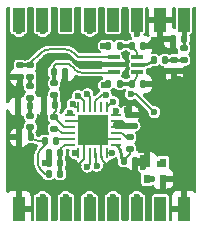
<source format=gbr>
%TF.GenerationSoftware,KiCad,Pcbnew,(6.0.0)*%
%TF.CreationDate,2023-04-21T15:57:25-05:00*%
%TF.ProjectId,SX1262,53583132-3632-42e6-9b69-6361645f7063,rev?*%
%TF.SameCoordinates,Original*%
%TF.FileFunction,Copper,L1,Top*%
%TF.FilePolarity,Positive*%
%FSLAX46Y46*%
G04 Gerber Fmt 4.6, Leading zero omitted, Abs format (unit mm)*
G04 Created by KiCad (PCBNEW (6.0.0)) date 2023-04-21 15:57:25*
%MOMM*%
%LPD*%
G01*
G04 APERTURE LIST*
G04 Aperture macros list*
%AMRoundRect*
0 Rectangle with rounded corners*
0 $1 Rounding radius*
0 $2 $3 $4 $5 $6 $7 $8 $9 X,Y pos of 4 corners*
0 Add a 4 corners polygon primitive as box body*
4,1,4,$2,$3,$4,$5,$6,$7,$8,$9,$2,$3,0*
0 Add four circle primitives for the rounded corners*
1,1,$1+$1,$2,$3*
1,1,$1+$1,$4,$5*
1,1,$1+$1,$6,$7*
1,1,$1+$1,$8,$9*
0 Add four rect primitives between the rounded corners*
20,1,$1+$1,$2,$3,$4,$5,0*
20,1,$1+$1,$4,$5,$6,$7,0*
20,1,$1+$1,$6,$7,$8,$9,0*
20,1,$1+$1,$8,$9,$2,$3,0*%
G04 Aperture macros list end*
%TA.AperFunction,SMDPad,CuDef*%
%ADD10R,0.260000X0.840000*%
%TD*%
%TA.AperFunction,SMDPad,CuDef*%
%ADD11R,0.840000X0.260000*%
%TD*%
%TA.AperFunction,SMDPad,CuDef*%
%ADD12R,2.600000X2.600000*%
%TD*%
%TA.AperFunction,SMDPad,CuDef*%
%ADD13RoundRect,0.135000X-0.135000X-0.185000X0.135000X-0.185000X0.135000X0.185000X-0.135000X0.185000X0*%
%TD*%
%TA.AperFunction,SMDPad,CuDef*%
%ADD14RoundRect,0.135000X0.135000X0.185000X-0.135000X0.185000X-0.135000X-0.185000X0.135000X-0.185000X0*%
%TD*%
%TA.AperFunction,SMDPad,CuDef*%
%ADD15R,1.000000X2.000000*%
%TD*%
%TA.AperFunction,SMDPad,CuDef*%
%ADD16RoundRect,0.140000X0.140000X0.170000X-0.140000X0.170000X-0.140000X-0.170000X0.140000X-0.170000X0*%
%TD*%
%TA.AperFunction,SMDPad,CuDef*%
%ADD17RoundRect,0.140000X-0.170000X0.140000X-0.170000X-0.140000X0.170000X-0.140000X0.170000X0.140000X0*%
%TD*%
%TA.AperFunction,SMDPad,CuDef*%
%ADD18RoundRect,0.147500X0.172500X-0.147500X0.172500X0.147500X-0.172500X0.147500X-0.172500X-0.147500X0*%
%TD*%
%TA.AperFunction,SMDPad,CuDef*%
%ADD19RoundRect,0.147500X-0.172500X0.147500X-0.172500X-0.147500X0.172500X-0.147500X0.172500X0.147500X0*%
%TD*%
%TA.AperFunction,SMDPad,CuDef*%
%ADD20RoundRect,0.140000X-0.140000X-0.170000X0.140000X-0.170000X0.140000X0.170000X-0.140000X0.170000X0*%
%TD*%
%TA.AperFunction,SMDPad,CuDef*%
%ADD21RoundRect,0.147500X0.147500X0.172500X-0.147500X0.172500X-0.147500X-0.172500X0.147500X-0.172500X0*%
%TD*%
%TA.AperFunction,SMDPad,CuDef*%
%ADD22O,1.050000X0.400000*%
%TD*%
%TA.AperFunction,SMDPad,CuDef*%
%ADD23R,0.609600X0.762000*%
%TD*%
%TA.AperFunction,SMDPad,CuDef*%
%ADD24RoundRect,0.147500X-0.147500X-0.172500X0.147500X-0.172500X0.147500X0.172500X-0.147500X0.172500X0*%
%TD*%
%TA.AperFunction,ViaPad*%
%ADD25C,0.600000*%
%TD*%
%TA.AperFunction,Conductor*%
%ADD26C,0.400000*%
%TD*%
%TA.AperFunction,Conductor*%
%ADD27C,0.200000*%
%TD*%
%TA.AperFunction,Conductor*%
%ADD28C,0.250000*%
%TD*%
%TA.AperFunction,Conductor*%
%ADD29C,0.350000*%
%TD*%
G04 APERTURE END LIST*
D10*
%TO.P,U101,1,VDD_IN*%
%TO.N,/VDD_RADIO*%
X146520000Y-70480000D03*
%TO.P,U101,2,GND*%
%TO.N,GND*%
X147020000Y-70480000D03*
%TO.P,U101,3,XTA*%
%TO.N,Net-(U101-Pad3)*%
X147520000Y-70480000D03*
%TO.P,U101,4,XTB*%
%TO.N,Net-(U101-Pad4)*%
X148020000Y-70480000D03*
%TO.P,U101,5,GND*%
%TO.N,GND*%
X148520000Y-70480000D03*
%TO.P,U101,6,DIO3*%
%TO.N,/SX1262_DIO3*%
X149020000Y-70480000D03*
D11*
%TO.P,U101,7,VREG*%
%TO.N,Net-(C115-Pad1)*%
X149715000Y-69785000D03*
%TO.P,U101,8,GND*%
%TO.N,GND*%
X149715000Y-69285000D03*
%TO.P,U101,9,DCC_SW*%
%TO.N,Net-(L106-Pad1)*%
X149715000Y-68785000D03*
%TO.P,U101,10,VBAT*%
%TO.N,/VDD_RADIO*%
X149715000Y-68285000D03*
%TO.P,U101,11,VBAT_IO*%
X149715000Y-67785000D03*
%TO.P,U101,12,DIO2*%
%TO.N,/SX1262_DIO2*%
X149715000Y-67285000D03*
D10*
%TO.P,U101,13,DIO1*%
%TO.N,/SX1262_DIO1*%
X149020000Y-66590000D03*
%TO.P,U101,14,BUSY*%
%TO.N,/SX1262_BUSY*%
X148520000Y-66590000D03*
%TO.P,U101,15,~{NRESET}*%
%TO.N,/SX1262_RESET*%
X148020000Y-66590000D03*
%TO.P,U101,16,MISO*%
%TO.N,/SX1262_MISO*%
X147520000Y-66590000D03*
%TO.P,U101,17,MOSI*%
%TO.N,/SX1262_MOSI*%
X147020000Y-66590000D03*
%TO.P,U101,18,SCK*%
%TO.N,/SX1262_SCK*%
X146520000Y-66590000D03*
D11*
%TO.P,U101,19,NSS*%
%TO.N,/SX1262_NSS*%
X145825000Y-67285000D03*
%TO.P,U101,20,GND*%
%TO.N,GND*%
X145825000Y-67785000D03*
%TO.P,U101,21,RFI_P*%
%TO.N,/RFI_P*%
X145825000Y-68285000D03*
%TO.P,U101,22,RFI_N*%
%TO.N,/RFI_N*%
X145825000Y-68785000D03*
%TO.P,U101,23,RFO*%
%TO.N,/RF0*%
X145825000Y-69285000D03*
%TO.P,U101,24,VR_PA*%
%TO.N,/VR_PA*%
X145825000Y-69785000D03*
D12*
%TO.P,U101,25,EXP*%
%TO.N,GND*%
X147770000Y-68535000D03*
%TD*%
D13*
%TO.P,R102,1*%
%TO.N,/SX1262_DIO2*%
X149060000Y-64620000D03*
%TO.P,R102,2*%
%TO.N,Net-(C112-Pad2)*%
X150080000Y-64620000D03*
%TD*%
D14*
%TO.P,R101,1*%
%TO.N,Net-(C109-Pad1)*%
X150080000Y-61420000D03*
%TO.P,R101,2*%
%TO.N,/ANT_SW*%
X149060000Y-61420000D03*
%TD*%
D15*
%TO.P,U103,1,GND*%
%TO.N,GND*%
X141520000Y-75200000D03*
%TO.P,U103,2,MISO*%
%TO.N,/SX1262_MISO*%
X143520000Y-75200000D03*
%TO.P,U103,3,MOSI*%
%TO.N,/SX1262_MOSI*%
X145520000Y-75200000D03*
%TO.P,U103,4,SCK*%
%TO.N,/SX1262_SCK*%
X147520000Y-75200000D03*
%TO.P,U103,5,NSS*%
%TO.N,/SX1262_NSS*%
X149520000Y-75200000D03*
%TO.P,U103,6,RESET*%
%TO.N,/SX1262_RESET*%
X151520000Y-75200000D03*
%TO.P,U103,7,DIO5*%
%TO.N,unconnected-(U103-Pad7)*%
X153520000Y-75200000D03*
%TO.P,U103,8,GND*%
%TO.N,GND*%
X155520000Y-75200000D03*
%TO.P,U103,9,ANT*%
%TO.N,/PLZ*%
X155520000Y-59200000D03*
%TO.P,U103,10,GND*%
%TO.N,GND*%
X153520000Y-59200000D03*
%TO.P,U103,11,DIO3*%
%TO.N,/SX1262_DIO3*%
X151520000Y-59200000D03*
%TO.P,U103,12,DIO4*%
%TO.N,unconnected-(U103-Pad12)*%
X149520000Y-59200000D03*
%TO.P,U103,13,3.3V*%
%TO.N,/VDD_RADIO*%
X147520000Y-59200000D03*
%TO.P,U103,14,DIO0*%
%TO.N,unconnected-(U103-Pad14)*%
X145520000Y-59200000D03*
%TO.P,U103,15,DIO1*%
%TO.N,/SX1262_DIO1*%
X143520000Y-59200000D03*
%TO.P,U103,16,DIO2*%
%TO.N,/SX1262_DIO2*%
X141520000Y-59200000D03*
%TD*%
D16*
%TO.P,C105,1*%
%TO.N,GND*%
X145450000Y-63630000D03*
%TO.P,C105,2*%
%TO.N,Net-(C103-Pad1)*%
X144490000Y-63630000D03*
%TD*%
%TO.P,C102,1*%
%TO.N,/VR_PA*%
X145010000Y-70515000D03*
%TO.P,C102,2*%
%TO.N,GND*%
X144050000Y-70515000D03*
%TD*%
D17*
%TO.P,C103,1*%
%TO.N,Net-(C103-Pad1)*%
X144530000Y-64585000D03*
%TO.P,C103,2*%
%TO.N,/RFI_P*%
X144530000Y-65545000D03*
%TD*%
%TO.P,C110,1*%
%TO.N,Net-(C110-Pad1)*%
X142505000Y-64850000D03*
%TO.P,C110,2*%
%TO.N,Net-(C108-Pad2)*%
X142505000Y-65810000D03*
%TD*%
D18*
%TO.P,L105,1*%
%TO.N,Net-(C110-Pad1)*%
X142505000Y-64050000D03*
%TO.P,L105,2*%
%TO.N,Net-(C113-Pad1)*%
X142505000Y-63080000D03*
%TD*%
D16*
%TO.P,C112,1*%
%TO.N,GND*%
X152030000Y-64620000D03*
%TO.P,C112,2*%
%TO.N,Net-(C112-Pad2)*%
X151070000Y-64620000D03*
%TD*%
%TO.P,C104,1*%
%TO.N,/VR_PA*%
X145010000Y-71365000D03*
%TO.P,C104,2*%
%TO.N,GND*%
X144050000Y-71365000D03*
%TD*%
D17*
%TO.P,C113,1*%
%TO.N,Net-(C113-Pad1)*%
X141605000Y-63085000D03*
%TO.P,C113,2*%
%TO.N,GND*%
X141605000Y-64045000D03*
%TD*%
D19*
%TO.P,L106,1*%
%TO.N,Net-(L106-Pad1)*%
X150930000Y-69180000D03*
%TO.P,L106,2*%
%TO.N,Net-(C115-Pad1)*%
X150930000Y-70150000D03*
%TD*%
D20*
%TO.P,C109,1*%
%TO.N,Net-(C109-Pad1)*%
X151090000Y-61420000D03*
%TO.P,C109,2*%
%TO.N,GND*%
X152050000Y-61420000D03*
%TD*%
D21*
%TO.P,L102,1*%
%TO.N,/RF0*%
X144690000Y-69465000D03*
%TO.P,L102,2*%
%TO.N,Net-(C107-Pad1)*%
X143720000Y-69465000D03*
%TD*%
D19*
%TO.P,L101,1*%
%TO.N,/RFI_P*%
X144530000Y-67455000D03*
%TO.P,L101,2*%
%TO.N,/RFI_N*%
X144530000Y-68425000D03*
%TD*%
D22*
%TO.P,U102,1,RF1*%
%TO.N,Net-(C113-Pad1)*%
X149570000Y-62370000D03*
%TO.P,U102,2,GND*%
%TO.N,GND*%
X149570000Y-63020000D03*
%TO.P,U102,3,RF2*%
%TO.N,Net-(C103-Pad1)*%
X149570000Y-63670000D03*
%TO.P,U102,4,CTRL*%
%TO.N,Net-(C112-Pad2)*%
X151570000Y-63670000D03*
%TO.P,U102,5,RFC*%
%TO.N,Net-(C114-Pad1)*%
X151570000Y-63020000D03*
%TO.P,U102,6,~{CTRL/~{VDD}*%
%TO.N,Net-(C109-Pad1)*%
X151570000Y-62370000D03*
%TD*%
D20*
%TO.P,C115,1*%
%TO.N,Net-(C115-Pad1)*%
X150430000Y-71165000D03*
%TO.P,C115,2*%
%TO.N,GND*%
X151390000Y-71165000D03*
%TD*%
%TO.P,C108,1*%
%TO.N,GND*%
X141480000Y-66540000D03*
%TO.P,C108,2*%
%TO.N,Net-(C108-Pad2)*%
X142440000Y-66540000D03*
%TD*%
D23*
%TO.P,XTAL101,1,1*%
%TO.N,Net-(U101-Pad3)*%
X152415000Y-72683100D03*
%TO.P,XTAL101,2,2*%
%TO.N,GND*%
X153765000Y-72683100D03*
%TO.P,XTAL101,3,3*%
%TO.N,Net-(U101-Pad4)*%
X153765000Y-71336900D03*
%TO.P,XTAL101,4,4*%
%TO.N,GND*%
X152415000Y-71336900D03*
%TD*%
D20*
%TO.P,C114,1*%
%TO.N,Net-(C114-Pad1)*%
X152950000Y-62630000D03*
%TO.P,C114,2*%
%TO.N,Net-(C114-Pad2)*%
X153910000Y-62630000D03*
%TD*%
D24*
%TO.P,L103,1*%
%TO.N,Net-(C107-Pad1)*%
X144045000Y-72265000D03*
%TO.P,L103,2*%
%TO.N,/VR_PA*%
X145015000Y-72265000D03*
%TD*%
D18*
%TO.P,L104,1*%
%TO.N,Net-(C107-Pad1)*%
X142510000Y-68295000D03*
%TO.P,L104,2*%
%TO.N,Net-(C108-Pad2)*%
X142510000Y-67325000D03*
%TD*%
D17*
%TO.P,C116,1*%
%TO.N,Net-(C114-Pad2)*%
X154660000Y-62610000D03*
%TO.P,C116,2*%
%TO.N,GND*%
X154660000Y-63570000D03*
%TD*%
D20*
%TO.P,C101,1*%
%TO.N,GND*%
X143650000Y-66465000D03*
%TO.P,C101,2*%
%TO.N,/RFI_P*%
X144610000Y-66465000D03*
%TD*%
D18*
%TO.P,L107,1*%
%TO.N,Net-(C114-Pad2)*%
X155500000Y-62615000D03*
%TO.P,L107,2*%
%TO.N,/PLZ*%
X155500000Y-61645000D03*
%TD*%
D17*
%TO.P,C111,1*%
%TO.N,GND*%
X150880000Y-67235000D03*
%TO.P,C111,2*%
%TO.N,/VDD_RADIO*%
X150880000Y-68195000D03*
%TD*%
D20*
%TO.P,C117,1*%
%TO.N,GND*%
X154560000Y-60830000D03*
%TO.P,C117,2*%
%TO.N,/PLZ*%
X155520000Y-60830000D03*
%TD*%
D16*
%TO.P,C107,1*%
%TO.N,Net-(C107-Pad1)*%
X142530000Y-69160000D03*
%TO.P,C107,2*%
%TO.N,GND*%
X141570000Y-69160000D03*
%TD*%
D25*
%TO.N,GND*%
X141520000Y-74110000D03*
X154850000Y-69490000D03*
X154590000Y-61730000D03*
X150670000Y-71980000D03*
X155670000Y-67730000D03*
X141600000Y-68310000D03*
X152020000Y-71720000D03*
X155520000Y-75200000D03*
X147130000Y-67815000D03*
X143530000Y-65465000D03*
X143190000Y-72860000D03*
X153770000Y-64710000D03*
X155100000Y-65070000D03*
X147880000Y-69215000D03*
X151370000Y-71820000D03*
X142505000Y-71415000D03*
X141520000Y-75200000D03*
X155740000Y-73260000D03*
X153390000Y-69330000D03*
X147880000Y-68515000D03*
X141310000Y-61860000D03*
X150510000Y-73850000D03*
X154420000Y-64480000D03*
X142530000Y-70765000D03*
X147110000Y-61740000D03*
X155870000Y-63940000D03*
X153770000Y-63860000D03*
X155090000Y-64220000D03*
X154840000Y-71780000D03*
X143430000Y-63765000D03*
X154810000Y-71000000D03*
X155870000Y-64860000D03*
X141600000Y-67530000D03*
X155670000Y-68560000D03*
X153860000Y-66550000D03*
X145030000Y-62330000D03*
X155640000Y-70230000D03*
X143590000Y-67920000D03*
X142010000Y-61470000D03*
X147130000Y-68515000D03*
X141560000Y-64820000D03*
X155480000Y-74040000D03*
X142740000Y-73640000D03*
X155220000Y-66930000D03*
X151870000Y-70230000D03*
X148630000Y-68515000D03*
X153510000Y-60160000D03*
X155730000Y-72450000D03*
X143590000Y-68600000D03*
X143755000Y-71365000D03*
X154500000Y-67190000D03*
X155880000Y-66670000D03*
X143580000Y-67260000D03*
X155650000Y-70980000D03*
X154870000Y-68680000D03*
X142600000Y-61840000D03*
X141540000Y-65650000D03*
X142470000Y-72860000D03*
X155260000Y-65940000D03*
X147880000Y-67815000D03*
X141580000Y-73060000D03*
X152480000Y-69080000D03*
X143530000Y-62790000D03*
X155650000Y-69420000D03*
X153270000Y-68420000D03*
X149980000Y-71920000D03*
X146280000Y-71430000D03*
X142630000Y-70065000D03*
X142680000Y-72115000D03*
X148630000Y-67815000D03*
X146510000Y-73940000D03*
X148630000Y-69215000D03*
X150700000Y-66860000D03*
X155640000Y-71770000D03*
X147460000Y-63040000D03*
X141380000Y-61090000D03*
X145350000Y-64470000D03*
X142040000Y-62210000D03*
X141590000Y-72330000D03*
X151780000Y-69510000D03*
X152910000Y-70110000D03*
X152590000Y-67860000D03*
X141580000Y-70880000D03*
X153750000Y-61740000D03*
X154430000Y-65360000D03*
X146760000Y-63000000D03*
X154370000Y-73690000D03*
X154960000Y-72510000D03*
X155900000Y-65770000D03*
X154610000Y-66210000D03*
X147130000Y-69215000D03*
X148180000Y-63050000D03*
X141590000Y-70170000D03*
X143505000Y-64615000D03*
X154810000Y-70250000D03*
X154860000Y-67880000D03*
X153600000Y-70380000D03*
X141580000Y-71610000D03*
X154930000Y-73190000D03*
X153140000Y-63440000D03*
X152030000Y-70960000D03*
X153690000Y-60920000D03*
X146300000Y-61230000D03*
X153720000Y-65660000D03*
%TO.N,/VDD_RADIO*%
X151330000Y-68190000D03*
X147540000Y-60150000D03*
X146280000Y-70500000D03*
X147540000Y-59220000D03*
%TO.N,Net-(U101-Pad3)*%
X147330000Y-71650000D03*
X152820000Y-72690000D03*
%TO.N,Net-(U101-Pad4)*%
X153440000Y-71390000D03*
X148130000Y-71570000D03*
%TO.N,/SX1262_DIO3*%
X151525000Y-59205000D03*
X149380000Y-70465000D03*
X151530000Y-60410000D03*
%TO.N,/SX1262_DIO2*%
X141535000Y-59215000D03*
X148730000Y-64770000D03*
X149730000Y-66965000D03*
X141560000Y-60200000D03*
%TO.N,/SX1262_DIO1*%
X143550000Y-60200000D03*
X143550000Y-59230000D03*
X149530000Y-66165000D03*
%TO.N,/SX1262_RESET*%
X151020000Y-65500000D03*
X151530000Y-74200000D03*
X151520000Y-75200000D03*
X148880000Y-65570000D03*
X153010000Y-67050000D03*
%TO.N,/SX1262_MISO*%
X143520000Y-75200000D03*
X147330000Y-65500000D03*
X143550000Y-74200000D03*
%TO.N,/SX1262_MOSI*%
X145500000Y-74200000D03*
X145520000Y-75200000D03*
X146530000Y-65665000D03*
%TO.N,/SX1262_SCK*%
X147520000Y-75200000D03*
X147520000Y-74200000D03*
X146090000Y-66360000D03*
%TO.N,/SX1262_NSS*%
X149520000Y-74200000D03*
X145830000Y-67120000D03*
X149520000Y-75200000D03*
%TO.N,/ANT_SW*%
X148690000Y-61400000D03*
%TO.N,/PLZ*%
X155520000Y-59200000D03*
%TD*%
D26*
%TO.N,/PLZ*%
X155520000Y-60830000D02*
X155520000Y-59200000D01*
D27*
%TO.N,/SX1262_MISO*%
X147520000Y-65690000D02*
X147520000Y-66590000D01*
X147330000Y-65500000D02*
X147520000Y-65690000D01*
D28*
%TO.N,/VDD_RADIO*%
X149715000Y-67785000D02*
X150175000Y-67785000D01*
X150175000Y-67785000D02*
X150585000Y-68195000D01*
X150585000Y-68195000D02*
X150880000Y-68195000D01*
X150125000Y-68195000D02*
X150585000Y-68195000D01*
X149715000Y-68105000D02*
X149805000Y-68195000D01*
X149715000Y-67785000D02*
X149715000Y-68105000D01*
X149550000Y-68120000D02*
X149715000Y-68285000D01*
X149550000Y-67950000D02*
X149550000Y-68120000D01*
X149715000Y-67785000D02*
X149550000Y-67950000D01*
X149715000Y-67785000D02*
X149975000Y-67785000D01*
X150475000Y-68285000D02*
X150790000Y-68285000D01*
X150405000Y-68285000D02*
X150475000Y-68285000D01*
X149975000Y-67785000D02*
X150475000Y-68285000D01*
X149715000Y-67785000D02*
X149905000Y-67785000D01*
X149905000Y-67785000D02*
X150405000Y-68285000D01*
X150385000Y-68285000D02*
X150405000Y-68285000D01*
X149885000Y-67785000D02*
X150385000Y-68285000D01*
X149715000Y-67785000D02*
X149885000Y-67785000D01*
X149715000Y-68285000D02*
X150385000Y-68285000D01*
X149715000Y-67785000D02*
X150125000Y-68195000D01*
X149805000Y-68195000D02*
X150125000Y-68195000D01*
%TO.N,Net-(C115-Pad1)*%
X150430000Y-71165000D02*
X150205000Y-70940000D01*
X150204999Y-70629214D02*
G75*
G03*
X149912106Y-69922108I-999993J3D01*
G01*
D27*
%TO.N,/SX1262_RESET*%
X151470000Y-65500000D02*
X151020000Y-65500000D01*
X153010000Y-67040000D02*
X151470000Y-65500000D01*
X153010000Y-67050000D02*
X153010000Y-67040000D01*
D28*
%TO.N,GND*%
X146510000Y-73940000D02*
X146440000Y-73870000D01*
X143530000Y-62790000D02*
X143530000Y-63665000D01*
D27*
X148520000Y-70480000D02*
X148520000Y-70675786D01*
X149715000Y-69285000D02*
X148910000Y-69285000D01*
D28*
X152330000Y-61420000D02*
X152050000Y-61420000D01*
X143580000Y-68590000D02*
X143590000Y-68600000D01*
X153690000Y-60920000D02*
X153690000Y-61680000D01*
X141520000Y-74110000D02*
X141520000Y-75200000D01*
D27*
X148520000Y-70480000D02*
X148520000Y-69675000D01*
X148812893Y-71382893D02*
X149057107Y-71627107D01*
D28*
X142530000Y-70765000D02*
X142530000Y-72200000D01*
D27*
X144050000Y-71365000D02*
X143755000Y-71365000D01*
D28*
X155520000Y-75200000D02*
X155520000Y-74080000D01*
X141560000Y-65630000D02*
X141540000Y-65650000D01*
D27*
X146615000Y-71430000D02*
X147020000Y-71025000D01*
D28*
X143530000Y-63665000D02*
X143430000Y-63765000D01*
D27*
X145825000Y-67785000D02*
X146810000Y-67785000D01*
D28*
X146810000Y-63050000D02*
X146760000Y-63000000D01*
X150880000Y-67040000D02*
X150700000Y-66860000D01*
D29*
X141560000Y-64820000D02*
X141560000Y-65630000D01*
D28*
X153690000Y-61680000D02*
X153750000Y-61740000D01*
X142530000Y-72200000D02*
X143190000Y-72860000D01*
X143505000Y-65440000D02*
X143530000Y-65465000D01*
D27*
X148910000Y-69285000D02*
X148730000Y-69465000D01*
D28*
X148180000Y-63050000D02*
X146810000Y-63050000D01*
D27*
X149764214Y-71920000D02*
X149980000Y-71920000D01*
D28*
X143430000Y-63765000D02*
X143430000Y-64540000D01*
D27*
X147020000Y-70480000D02*
X147020000Y-69555000D01*
X148730000Y-68865000D02*
X148730000Y-69465000D01*
D28*
X153690000Y-60920000D02*
X153780000Y-60830000D01*
X153690000Y-60920000D02*
X153244214Y-60920000D01*
X142630000Y-70065000D02*
X142630000Y-70665000D01*
X143580000Y-67260000D02*
X143580000Y-68590000D01*
D29*
X141600000Y-67530000D02*
X141600000Y-68310000D01*
D27*
X147020000Y-71025000D02*
X147020000Y-70480000D01*
D28*
X143430000Y-64540000D02*
X143505000Y-64615000D01*
D27*
X146280000Y-71430000D02*
X146615000Y-71430000D01*
D28*
X153510000Y-60160000D02*
X153510000Y-60740000D01*
X155520000Y-74080000D02*
X155480000Y-74040000D01*
D27*
X147020000Y-69555000D02*
X146930000Y-69465000D01*
D28*
X153750000Y-61740000D02*
X154580000Y-61740000D01*
X152537107Y-61212893D02*
X152330000Y-61420000D01*
X143505000Y-64615000D02*
X143505000Y-65440000D01*
X153510000Y-60740000D02*
X153690000Y-60920000D01*
D27*
X148520000Y-69675000D02*
X148730000Y-69465000D01*
X146440000Y-73870000D02*
X146440000Y-71590000D01*
D28*
X145450000Y-64370000D02*
X145350000Y-64470000D01*
D27*
X146930000Y-69465000D02*
X148730000Y-67665000D01*
D28*
X153780000Y-60830000D02*
X154560000Y-60830000D01*
D27*
X146930000Y-67665000D02*
X148730000Y-69465000D01*
D28*
X150880000Y-67235000D02*
X150880000Y-67040000D01*
X142630000Y-70665000D02*
X142530000Y-70765000D01*
X154580000Y-61740000D02*
X154590000Y-61730000D01*
D27*
X146810000Y-67785000D02*
X146930000Y-67665000D01*
D28*
X145450000Y-63630000D02*
X145450000Y-64370000D01*
D27*
X148520001Y-70675786D02*
G75*
G03*
X148812894Y-71382892I999993J-3D01*
G01*
X149764214Y-71919999D02*
G75*
G02*
X149057108Y-71627106I-3J999993D01*
G01*
D28*
X152537107Y-61212893D02*
G75*
G02*
X153244214Y-60920000I707106J-707106D01*
G01*
D27*
%TO.N,/RFI_P*%
X144680000Y-66940000D02*
X144680000Y-66535000D01*
D29*
X144610000Y-66465000D02*
X144610000Y-65625000D01*
D27*
X144530000Y-67455000D02*
X144530000Y-67090000D01*
X144610000Y-65625000D02*
X144530000Y-65545000D01*
X144680000Y-66535000D02*
X144610000Y-66465000D01*
X144530000Y-67090000D02*
X144680000Y-66940000D01*
X145825000Y-68285000D02*
X145335000Y-68285000D01*
X144530000Y-67465000D02*
X144530000Y-67455000D01*
X145350000Y-68285000D02*
X144530000Y-67465000D01*
X145825000Y-68285000D02*
X145350000Y-68285000D01*
%TO.N,/VR_PA*%
X145010000Y-72260000D02*
X145015000Y-72265000D01*
D29*
X145010000Y-70515000D02*
X145010000Y-71365000D01*
D27*
X145825000Y-69785000D02*
X145410000Y-69785000D01*
D29*
X145010000Y-71365000D02*
X145010000Y-72260000D01*
D27*
X145410000Y-69785000D02*
X145010000Y-70185000D01*
X145010000Y-70185000D02*
X145010000Y-70515000D01*
%TO.N,Net-(C103-Pad1)*%
X144490000Y-63775000D02*
X144490000Y-63630000D01*
X144490000Y-63630000D02*
X144490000Y-63196421D01*
X149530000Y-63710000D02*
X149570000Y-63670000D01*
X144746421Y-62940000D02*
X145728579Y-62940000D01*
D29*
X144530000Y-64585000D02*
X144530000Y-63670000D01*
D27*
X144355000Y-63765000D02*
X144490000Y-63630000D01*
X145799290Y-62969290D02*
X146247107Y-63417107D01*
X146954214Y-63710000D02*
X149530000Y-63710000D01*
X144430000Y-63835000D02*
X144490000Y-63775000D01*
X144519290Y-63125710D02*
X144675711Y-62969289D01*
X144530000Y-63670000D02*
X144490000Y-63630000D01*
X145799290Y-62969290D02*
G75*
G03*
X145728579Y-62940000I-70709J-70705D01*
G01*
X146954214Y-63709999D02*
G75*
G02*
X146247108Y-63417106I-1J999998D01*
G01*
X144519290Y-63125710D02*
G75*
G03*
X144490000Y-63196421I70705J-70709D01*
G01*
X144746421Y-62940000D02*
G75*
G03*
X144675711Y-62969289I0J-99999D01*
G01*
D28*
%TO.N,/VDD_RADIO*%
X149715000Y-68285000D02*
X149805000Y-68195000D01*
X151325000Y-68195000D02*
X151330000Y-68190000D01*
D27*
X146300000Y-70480000D02*
X146520000Y-70480000D01*
X147540000Y-59220000D02*
X147520000Y-59200000D01*
D28*
X150880000Y-68195000D02*
X151325000Y-68195000D01*
D27*
X147540000Y-60150000D02*
X147540000Y-59220000D01*
D28*
X150790000Y-68285000D02*
X150880000Y-68195000D01*
D27*
X146280000Y-70500000D02*
X146300000Y-70480000D01*
D29*
%TO.N,Net-(U101-Pad3)*%
X152820000Y-72690000D02*
X152421900Y-72690000D01*
D27*
X152421900Y-72690000D02*
X152415000Y-72683100D01*
X147520000Y-71460000D02*
X147520000Y-70480000D01*
X147330000Y-71650000D02*
X147520000Y-71460000D01*
%TO.N,Net-(U101-Pad4)*%
X148030000Y-71470000D02*
X148030000Y-70490000D01*
D29*
X153440000Y-71390000D02*
X153711900Y-71390000D01*
D27*
X153711900Y-71390000D02*
X153765000Y-71336900D01*
X148130000Y-71570000D02*
X148030000Y-71470000D01*
X148030000Y-70490000D02*
X148020000Y-70480000D01*
%TO.N,/SX1262_DIO3*%
X151530000Y-60410000D02*
X151530000Y-59210000D01*
X151530000Y-59210000D02*
X151525000Y-59205000D01*
X149380000Y-70465000D02*
X149365000Y-70480000D01*
X151525000Y-59205000D02*
X151520000Y-59200000D01*
X149365000Y-70480000D02*
X149020000Y-70480000D01*
%TO.N,/SX1262_DIO2*%
X148880000Y-64620000D02*
X149060000Y-64620000D01*
D28*
X141535000Y-59215000D02*
X141520000Y-59200000D01*
X141560000Y-60200000D02*
X141560000Y-59240000D01*
D27*
X149055000Y-64625000D02*
X149060000Y-64620000D01*
X148730000Y-64770000D02*
X148880000Y-64620000D01*
X149715000Y-67285000D02*
X149715000Y-66980000D01*
X149715000Y-66980000D02*
X149730000Y-66965000D01*
D28*
X141560000Y-59240000D02*
X141535000Y-59215000D01*
D27*
%TO.N,/SX1262_DIO1*%
X149445000Y-66165000D02*
X149020000Y-66590000D01*
X149530000Y-66165000D02*
X149445000Y-66165000D01*
X143550000Y-60200000D02*
X143550000Y-59230000D01*
X143550000Y-59230000D02*
X143520000Y-59200000D01*
D28*
%TO.N,/SX1262_RESET*%
X151520000Y-75200000D02*
X151520000Y-74210000D01*
D27*
X148530000Y-65570000D02*
X148020000Y-66080000D01*
X148020000Y-66080000D02*
X148020000Y-66590000D01*
D28*
X151520000Y-74210000D02*
X151530000Y-74200000D01*
D27*
X148880000Y-65570000D02*
X148530000Y-65570000D01*
%TO.N,/SX1262_MISO*%
X143550000Y-75170000D02*
X143520000Y-75200000D01*
X143550000Y-74200000D02*
X143550000Y-75170000D01*
D28*
%TO.N,/SX1262_MOSI*%
X145520000Y-74220000D02*
X145500000Y-74200000D01*
D27*
X147020000Y-66055000D02*
X147020000Y-66590000D01*
X146530000Y-65665000D02*
X146630000Y-65665000D01*
D28*
X145520000Y-75200000D02*
X145520000Y-74220000D01*
D27*
X146630000Y-65665000D02*
X147020000Y-66055000D01*
%TO.N,/SX1262_SCK*%
X146320000Y-66590000D02*
X146520000Y-66590000D01*
X146090000Y-66360000D02*
X146320000Y-66590000D01*
D28*
X147520000Y-75200000D02*
X147520000Y-74200000D01*
%TO.N,/SX1262_NSS*%
X149520000Y-75200000D02*
X149520000Y-74200000D01*
D27*
X145830000Y-67120000D02*
X145825000Y-67125000D01*
X145825000Y-67125000D02*
X145825000Y-67285000D01*
%TO.N,/RFI_N*%
X144790000Y-68425000D02*
X144530000Y-68425000D01*
X145150000Y-68785000D02*
X144790000Y-68425000D01*
X145825000Y-68785000D02*
X145150000Y-68785000D01*
%TO.N,/RF0*%
X144870000Y-69285000D02*
X144690000Y-69465000D01*
X145825000Y-69285000D02*
X144870000Y-69285000D01*
X144895000Y-69285000D02*
X144715000Y-69465000D01*
X144715000Y-69465000D02*
X144690000Y-69465000D01*
%TO.N,Net-(C113-Pad1)*%
X146172893Y-62012893D02*
X146530000Y-62370000D01*
X142505000Y-63080000D02*
X142505000Y-62905000D01*
X145463794Y-61721992D02*
X145465786Y-61720000D01*
X146530000Y-62370000D02*
X149570000Y-62370000D01*
X144106206Y-61721992D02*
X145463794Y-61721992D01*
X141610000Y-63080000D02*
X141605000Y-63085000D01*
X144104214Y-61720000D02*
X144106206Y-61721992D01*
D29*
X142505000Y-63080000D02*
X141610000Y-63080000D01*
D27*
X142505000Y-62905000D02*
X143397107Y-62012893D01*
X144104214Y-61720001D02*
G75*
G03*
X143397108Y-62012894I-3J-999993D01*
G01*
X146172893Y-62012893D02*
G75*
G03*
X145465786Y-61720000I-707104J-707101D01*
G01*
D29*
%TO.N,Net-(C112-Pad2)*%
X150080000Y-64620000D02*
X151070000Y-64620000D01*
D27*
X151277107Y-64412893D02*
X151070000Y-64620000D01*
X151569999Y-63705786D02*
G75*
G02*
X151277106Y-64412892I-999993J-3D01*
G01*
D28*
%TO.N,Net-(C114-Pad1)*%
X151570000Y-63020000D02*
X152145786Y-63020000D01*
X152852893Y-62727107D02*
X152950000Y-62630000D01*
X152852893Y-62727107D02*
G75*
G02*
X152145786Y-63020000I-707106J707106D01*
G01*
D29*
%TO.N,Net-(C109-Pad1)*%
X150080000Y-61420000D02*
X151090000Y-61420000D01*
D27*
X151277107Y-61607107D02*
X151090000Y-61420000D01*
X151277107Y-61607107D02*
G75*
G02*
X151570000Y-62314214I-707106J-707106D01*
G01*
%TO.N,Net-(C107-Pad1)*%
X143720000Y-69465000D02*
X143249214Y-69465000D01*
X142542107Y-69172107D02*
X142530000Y-69160000D01*
X142530000Y-69160000D02*
X142510000Y-69140000D01*
X143730000Y-72265000D02*
X143422893Y-71957893D01*
X143130000Y-71250786D02*
X143130000Y-70829214D01*
X143720000Y-69825000D02*
X143720000Y-69465000D01*
X143422893Y-70122107D02*
X143720000Y-69825000D01*
D29*
X142510000Y-69140000D02*
X142510000Y-68295000D01*
D27*
X144045000Y-72265000D02*
X143730000Y-72265000D01*
X143422893Y-70122107D02*
G75*
G03*
X143130000Y-70829214I707106J-707106D01*
G01*
X143422893Y-71957893D02*
G75*
G02*
X143130000Y-71250786I707106J707106D01*
G01*
X143249214Y-69464999D02*
G75*
G02*
X142542108Y-69172106I-3J999993D01*
G01*
D28*
%TO.N,Net-(C108-Pad2)*%
X142510000Y-67325000D02*
X142505000Y-67320000D01*
D29*
X142505000Y-67320000D02*
X142505000Y-65810000D01*
%TO.N,Net-(C110-Pad1)*%
X142505000Y-64850000D02*
X142505000Y-64050000D01*
D28*
%TO.N,Net-(C114-Pad2)*%
X153910000Y-62630000D02*
X155485000Y-62630000D01*
X155485000Y-62630000D02*
X155500000Y-62615000D01*
%TO.N,Net-(C115-Pad1)*%
X149715000Y-69785000D02*
X149775000Y-69785000D01*
D27*
X150930000Y-70565000D02*
X150430000Y-71065000D01*
D28*
X149775000Y-69785000D02*
X149912107Y-69922107D01*
D27*
X150930000Y-70150000D02*
X150930000Y-70565000D01*
D28*
X150205000Y-70629214D02*
X150205000Y-70940000D01*
D27*
%TO.N,Net-(L106-Pad1)*%
X149715000Y-68785000D02*
X150134361Y-68785000D01*
X150318966Y-68861466D02*
X150637500Y-69180000D01*
X150637500Y-69180000D02*
X150930000Y-69180000D01*
X150318966Y-68861466D02*
G75*
G03*
X150134361Y-68785000I-184605J-184604D01*
G01*
D28*
%TO.N,/ANT_SW*%
X148690000Y-61400000D02*
X148710000Y-61420000D01*
X148710000Y-61420000D02*
X149060000Y-61420000D01*
%TO.N,/PLZ*%
X155500000Y-61645000D02*
X155500000Y-60850000D01*
X155500000Y-60850000D02*
X155520000Y-60830000D01*
%TD*%
%TA.AperFunction,Conductor*%
%TO.N,GND*%
G36*
X140724835Y-58153959D02*
G01*
X140754201Y-58165585D01*
X140779753Y-58184150D01*
X140799885Y-58208486D01*
X140813333Y-58237064D01*
X140819251Y-58268088D01*
X140819500Y-58276000D01*
X140819500Y-60211586D01*
X140819749Y-60214372D01*
X140819749Y-60214380D01*
X140820499Y-60222778D01*
X140821651Y-60235689D01*
X140832879Y-60274843D01*
X140851750Y-60310941D01*
X140877494Y-60342506D01*
X140882434Y-60346535D01*
X140904116Y-60364219D01*
X140904119Y-60364221D01*
X140909059Y-60368250D01*
X140945157Y-60387121D01*
X140951295Y-60388881D01*
X140951297Y-60388882D01*
X140962425Y-60392073D01*
X140984311Y-60398349D01*
X140990286Y-60398882D01*
X140990290Y-60398883D01*
X141005620Y-60400251D01*
X141005628Y-60400251D01*
X141008414Y-60400500D01*
X141025192Y-60400500D01*
X141056527Y-60404459D01*
X141085893Y-60416085D01*
X141111445Y-60434650D01*
X141131577Y-60458985D01*
X141151414Y-60490242D01*
X141154286Y-60494768D01*
X141156801Y-60497808D01*
X141156806Y-60497815D01*
X141181452Y-60527606D01*
X141194430Y-60543294D01*
X141240338Y-60586405D01*
X141243545Y-60588735D01*
X141288079Y-60621091D01*
X141288084Y-60621094D01*
X141291288Y-60623422D01*
X141346476Y-60653762D01*
X141405031Y-60676945D01*
X141408866Y-60677930D01*
X141408870Y-60677931D01*
X141424450Y-60681931D01*
X141466030Y-60692607D01*
X141469958Y-60693103D01*
X141469962Y-60693104D01*
X141490031Y-60695639D01*
X141528511Y-60700500D01*
X141591489Y-60700500D01*
X141629969Y-60695639D01*
X141650038Y-60693104D01*
X141650042Y-60693103D01*
X141653970Y-60692607D01*
X141695550Y-60681931D01*
X141711130Y-60677931D01*
X141711134Y-60677930D01*
X141714969Y-60676945D01*
X141773524Y-60653762D01*
X141828712Y-60623422D01*
X141831916Y-60621094D01*
X141831921Y-60621091D01*
X141876455Y-60588735D01*
X141879662Y-60586405D01*
X141925570Y-60543294D01*
X141938548Y-60527606D01*
X141963194Y-60497815D01*
X141963199Y-60497808D01*
X141965714Y-60494768D01*
X141968587Y-60490242D01*
X141994855Y-60448850D01*
X142014988Y-60424514D01*
X142040540Y-60405950D01*
X142066507Y-60395247D01*
X142088702Y-60388882D01*
X142094843Y-60387121D01*
X142130941Y-60368250D01*
X142135881Y-60364221D01*
X142135884Y-60364219D01*
X142157566Y-60346535D01*
X142162506Y-60342506D01*
X142188250Y-60310941D01*
X142207121Y-60274843D01*
X142218349Y-60235689D01*
X142219502Y-60222778D01*
X142220251Y-60214380D01*
X142220251Y-60214372D01*
X142220500Y-60211586D01*
X142220500Y-58276000D01*
X142224459Y-58244665D01*
X142236085Y-58215299D01*
X142254650Y-58189747D01*
X142278986Y-58169615D01*
X142307564Y-58156167D01*
X142338588Y-58150249D01*
X142346500Y-58150000D01*
X142693500Y-58150000D01*
X142724835Y-58153959D01*
X142754201Y-58165585D01*
X142779753Y-58184150D01*
X142799885Y-58208486D01*
X142813333Y-58237064D01*
X142819251Y-58268088D01*
X142819500Y-58276000D01*
X142819500Y-60211586D01*
X142819749Y-60214372D01*
X142819749Y-60214380D01*
X142820499Y-60222778D01*
X142821651Y-60235689D01*
X142832879Y-60274843D01*
X142851750Y-60310941D01*
X142877494Y-60342506D01*
X142882434Y-60346535D01*
X142904116Y-60364219D01*
X142904119Y-60364221D01*
X142909059Y-60368250D01*
X142945157Y-60387121D01*
X142951295Y-60388881D01*
X142951297Y-60388882D01*
X142962425Y-60392073D01*
X142984311Y-60398349D01*
X142990286Y-60398882D01*
X142990290Y-60398883D01*
X143005620Y-60400251D01*
X143005628Y-60400251D01*
X143008414Y-60400500D01*
X143015192Y-60400500D01*
X143046527Y-60404459D01*
X143075893Y-60416085D01*
X143101445Y-60434650D01*
X143121577Y-60458985D01*
X143141414Y-60490242D01*
X143144286Y-60494768D01*
X143146801Y-60497808D01*
X143146806Y-60497815D01*
X143171452Y-60527606D01*
X143184430Y-60543294D01*
X143230338Y-60586405D01*
X143233545Y-60588735D01*
X143278079Y-60621091D01*
X143278084Y-60621094D01*
X143281288Y-60623422D01*
X143336476Y-60653762D01*
X143395031Y-60676945D01*
X143398866Y-60677930D01*
X143398870Y-60677931D01*
X143414450Y-60681931D01*
X143456030Y-60692607D01*
X143459958Y-60693103D01*
X143459962Y-60693104D01*
X143480031Y-60695639D01*
X143518511Y-60700500D01*
X143581489Y-60700500D01*
X143619969Y-60695639D01*
X143640038Y-60693104D01*
X143640042Y-60693103D01*
X143643970Y-60692607D01*
X143685550Y-60681931D01*
X143701130Y-60677931D01*
X143701134Y-60677930D01*
X143704969Y-60676945D01*
X143763524Y-60653762D01*
X143818712Y-60623422D01*
X143821916Y-60621094D01*
X143821921Y-60621091D01*
X143866455Y-60588735D01*
X143869662Y-60586405D01*
X143915570Y-60543294D01*
X143928548Y-60527606D01*
X143953194Y-60497815D01*
X143953199Y-60497808D01*
X143955714Y-60494768D01*
X143958587Y-60490242D01*
X143982732Y-60452195D01*
X144002865Y-60427859D01*
X144028417Y-60409295D01*
X144055727Y-60398482D01*
X144055689Y-60398349D01*
X144077575Y-60392073D01*
X144088703Y-60388882D01*
X144088705Y-60388881D01*
X144094843Y-60387121D01*
X144130941Y-60368250D01*
X144135881Y-60364221D01*
X144135884Y-60364219D01*
X144157566Y-60346535D01*
X144162506Y-60342506D01*
X144188250Y-60310941D01*
X144207121Y-60274843D01*
X144218349Y-60235689D01*
X144219502Y-60222778D01*
X144220251Y-60214380D01*
X144220251Y-60214372D01*
X144220500Y-60211586D01*
X144220500Y-58276000D01*
X144224459Y-58244665D01*
X144236085Y-58215299D01*
X144254650Y-58189747D01*
X144278986Y-58169615D01*
X144307564Y-58156167D01*
X144338588Y-58150249D01*
X144346500Y-58150000D01*
X144693500Y-58150000D01*
X144724835Y-58153959D01*
X144754201Y-58165585D01*
X144779753Y-58184150D01*
X144799885Y-58208486D01*
X144813333Y-58237064D01*
X144819251Y-58268088D01*
X144819500Y-58276000D01*
X144819500Y-60211586D01*
X144819749Y-60214372D01*
X144819749Y-60214380D01*
X144820499Y-60222778D01*
X144821651Y-60235689D01*
X144832879Y-60274843D01*
X144851750Y-60310941D01*
X144877494Y-60342506D01*
X144882434Y-60346535D01*
X144904116Y-60364219D01*
X144904119Y-60364221D01*
X144909059Y-60368250D01*
X144945157Y-60387121D01*
X144951295Y-60388881D01*
X144951297Y-60388882D01*
X144962425Y-60392073D01*
X144984311Y-60398349D01*
X144990286Y-60398882D01*
X144990290Y-60398883D01*
X145005620Y-60400251D01*
X145005628Y-60400251D01*
X145008414Y-60400500D01*
X146031586Y-60400500D01*
X146034372Y-60400251D01*
X146034380Y-60400251D01*
X146049710Y-60398883D01*
X146049714Y-60398882D01*
X146055689Y-60398349D01*
X146077575Y-60392073D01*
X146088703Y-60388882D01*
X146088705Y-60388881D01*
X146094843Y-60387121D01*
X146130941Y-60368250D01*
X146135881Y-60364221D01*
X146135884Y-60364219D01*
X146157566Y-60346535D01*
X146162506Y-60342506D01*
X146188250Y-60310941D01*
X146207121Y-60274843D01*
X146218349Y-60235689D01*
X146219502Y-60222778D01*
X146220251Y-60214380D01*
X146220251Y-60214372D01*
X146220500Y-60211586D01*
X146220500Y-58276000D01*
X146224459Y-58244665D01*
X146236085Y-58215299D01*
X146254650Y-58189747D01*
X146278986Y-58169615D01*
X146307564Y-58156167D01*
X146338588Y-58150249D01*
X146346500Y-58150000D01*
X146693500Y-58150000D01*
X146724835Y-58153959D01*
X146754201Y-58165585D01*
X146779753Y-58184150D01*
X146799885Y-58208486D01*
X146813333Y-58237064D01*
X146819251Y-58268088D01*
X146819500Y-58276000D01*
X146819500Y-60211586D01*
X146819749Y-60214372D01*
X146819749Y-60214380D01*
X146820499Y-60222778D01*
X146821651Y-60235689D01*
X146832879Y-60274843D01*
X146851750Y-60310941D01*
X146877494Y-60342506D01*
X146882434Y-60346535D01*
X146904116Y-60364219D01*
X146904119Y-60364221D01*
X146909059Y-60368250D01*
X146945157Y-60387121D01*
X146951295Y-60388881D01*
X146951297Y-60388882D01*
X146962425Y-60392073D01*
X146984311Y-60398349D01*
X146990286Y-60398882D01*
X146990290Y-60398883D01*
X147005620Y-60400251D01*
X147005628Y-60400251D01*
X147008414Y-60400500D01*
X147038373Y-60400500D01*
X147069708Y-60404459D01*
X147099074Y-60416085D01*
X147124626Y-60434650D01*
X147135458Y-60446185D01*
X147174430Y-60493294D01*
X147220338Y-60536405D01*
X147223545Y-60538735D01*
X147268079Y-60571091D01*
X147268084Y-60571094D01*
X147271288Y-60573422D01*
X147326476Y-60603762D01*
X147385031Y-60626945D01*
X147388866Y-60627930D01*
X147388870Y-60627931D01*
X147414401Y-60634486D01*
X147446030Y-60642607D01*
X147449958Y-60643103D01*
X147449962Y-60643104D01*
X147477271Y-60646554D01*
X147508511Y-60650500D01*
X147571489Y-60650500D01*
X147602730Y-60646553D01*
X147630038Y-60643104D01*
X147630042Y-60643103D01*
X147633970Y-60642607D01*
X147665599Y-60634486D01*
X147691130Y-60627931D01*
X147691134Y-60627930D01*
X147694969Y-60626945D01*
X147753524Y-60603762D01*
X147808712Y-60573422D01*
X147811916Y-60571094D01*
X147811921Y-60571091D01*
X147856455Y-60538735D01*
X147859662Y-60536405D01*
X147905570Y-60493294D01*
X147908096Y-60490241D01*
X147944927Y-60445720D01*
X147967950Y-60424100D01*
X147995628Y-60408884D01*
X148026219Y-60401030D01*
X148031592Y-60400570D01*
X148031586Y-60400500D01*
X148049710Y-60398883D01*
X148049714Y-60398882D01*
X148055689Y-60398349D01*
X148077575Y-60392073D01*
X148088703Y-60388882D01*
X148088705Y-60388881D01*
X148094843Y-60387121D01*
X148130941Y-60368250D01*
X148135881Y-60364221D01*
X148135884Y-60364219D01*
X148157566Y-60346535D01*
X148162506Y-60342506D01*
X148188250Y-60310941D01*
X148207121Y-60274843D01*
X148218349Y-60235689D01*
X148219502Y-60222778D01*
X148220251Y-60214380D01*
X148220251Y-60214372D01*
X148220500Y-60211586D01*
X148220500Y-58276000D01*
X148224459Y-58244665D01*
X148236085Y-58215299D01*
X148254650Y-58189747D01*
X148278986Y-58169615D01*
X148307564Y-58156167D01*
X148338588Y-58150249D01*
X148346500Y-58150000D01*
X148693500Y-58150000D01*
X148724835Y-58153959D01*
X148754201Y-58165585D01*
X148779753Y-58184150D01*
X148799885Y-58208486D01*
X148813333Y-58237064D01*
X148819251Y-58268088D01*
X148819500Y-58276000D01*
X148819500Y-60211586D01*
X148819749Y-60214372D01*
X148819749Y-60214380D01*
X148820499Y-60222778D01*
X148821651Y-60235689D01*
X148832879Y-60274843D01*
X148851750Y-60310941D01*
X148877494Y-60342506D01*
X148882434Y-60346535D01*
X148904116Y-60364219D01*
X148904119Y-60364221D01*
X148909059Y-60368250D01*
X148945157Y-60387121D01*
X148951295Y-60388881D01*
X148951297Y-60388882D01*
X148962425Y-60392073D01*
X148984311Y-60398349D01*
X148990286Y-60398882D01*
X148990290Y-60398883D01*
X149005620Y-60400251D01*
X149005628Y-60400251D01*
X149008414Y-60400500D01*
X150031586Y-60400500D01*
X150034372Y-60400251D01*
X150034380Y-60400251D01*
X150049710Y-60398883D01*
X150049714Y-60398882D01*
X150055689Y-60398349D01*
X150077575Y-60392073D01*
X150088703Y-60388882D01*
X150088705Y-60388881D01*
X150094843Y-60387121D01*
X150130941Y-60368250D01*
X150135881Y-60364221D01*
X150135884Y-60364219D01*
X150157566Y-60346535D01*
X150162506Y-60342506D01*
X150188250Y-60310941D01*
X150207121Y-60274843D01*
X150218349Y-60235689D01*
X150219502Y-60222778D01*
X150220251Y-60214380D01*
X150220251Y-60214372D01*
X150220500Y-60211586D01*
X150220500Y-58276000D01*
X150224459Y-58244665D01*
X150236085Y-58215299D01*
X150254650Y-58189747D01*
X150278986Y-58169615D01*
X150307564Y-58156167D01*
X150338588Y-58150249D01*
X150346500Y-58150000D01*
X150693500Y-58150000D01*
X150724835Y-58153959D01*
X150754201Y-58165585D01*
X150779753Y-58184150D01*
X150799885Y-58208486D01*
X150813333Y-58237064D01*
X150819251Y-58268088D01*
X150819500Y-58276000D01*
X150819500Y-60211586D01*
X150819749Y-60214372D01*
X150819749Y-60214380D01*
X150820499Y-60222778D01*
X150821651Y-60235689D01*
X150832879Y-60274843D01*
X150851750Y-60310941D01*
X150877494Y-60342506D01*
X150882434Y-60346535D01*
X150904116Y-60364219D01*
X150904119Y-60364221D01*
X150909059Y-60368250D01*
X150945157Y-60387121D01*
X150951298Y-60388882D01*
X150957218Y-60391250D01*
X150956889Y-60392073D01*
X150974707Y-60399705D01*
X150999735Y-60418970D01*
X151019186Y-60443854D01*
X151031837Y-60472793D01*
X151034740Y-60484785D01*
X151036881Y-60496005D01*
X151044265Y-60534715D01*
X151045487Y-60538475D01*
X151045489Y-60538484D01*
X151057190Y-60574495D01*
X151063726Y-60594611D01*
X151090541Y-60651595D01*
X151124286Y-60704768D01*
X151126809Y-60707818D01*
X151127989Y-60709442D01*
X151143204Y-60737120D01*
X151151058Y-60767712D01*
X151151057Y-60799296D01*
X151143202Y-60829887D01*
X151127986Y-60857564D01*
X151106364Y-60880587D01*
X151079697Y-60897510D01*
X151049658Y-60907270D01*
X151026054Y-60909501D01*
X150930218Y-60909501D01*
X150914896Y-60910307D01*
X150863918Y-60919525D01*
X150814920Y-60936349D01*
X150769032Y-60960390D01*
X150765179Y-60963226D01*
X150765175Y-60963228D01*
X150749626Y-60974671D01*
X150727307Y-60991096D01*
X150723927Y-60994482D01*
X150723921Y-60994487D01*
X150710911Y-61007519D01*
X150685972Y-61026899D01*
X150656996Y-61039467D01*
X150625805Y-61044434D01*
X150621740Y-61044500D01*
X150551202Y-61044500D01*
X150519867Y-61040541D01*
X150490501Y-61028915D01*
X150464949Y-61010350D01*
X150462184Y-61007673D01*
X150437361Y-60982893D01*
X150437360Y-60982892D01*
X150433977Y-60979515D01*
X150430131Y-60976695D01*
X150430124Y-60976689D01*
X150396664Y-60952156D01*
X150392813Y-60949332D01*
X150347556Y-60925723D01*
X150299250Y-60909231D01*
X150294537Y-60908387D01*
X150294536Y-60908387D01*
X150252928Y-60900938D01*
X150252921Y-60900937D01*
X150249004Y-60900236D01*
X150240240Y-60899792D01*
X150236065Y-60899580D01*
X150236051Y-60899580D01*
X150234479Y-60899500D01*
X150082194Y-60899500D01*
X149925522Y-60899501D01*
X149910412Y-60900295D01*
X149860182Y-60909378D01*
X149811904Y-60925955D01*
X149807678Y-60928169D01*
X149807671Y-60928172D01*
X149792064Y-60936349D01*
X149766689Y-60949643D01*
X149762839Y-60952476D01*
X149762833Y-60952480D01*
X149729437Y-60977057D01*
X149725577Y-60979898D01*
X149722192Y-60983289D01*
X149705828Y-60999682D01*
X149689515Y-61016023D01*
X149686691Y-61019874D01*
X149686687Y-61019879D01*
X149671616Y-61040433D01*
X149649895Y-61063361D01*
X149623153Y-61080168D01*
X149593073Y-61089796D01*
X149561543Y-61091642D01*
X149530545Y-61085587D01*
X149502026Y-61072015D01*
X149477778Y-61051776D01*
X149468524Y-61040609D01*
X149452945Y-61019439D01*
X149452939Y-61019432D01*
X149450102Y-61015577D01*
X149413977Y-60979515D01*
X149410131Y-60976695D01*
X149410124Y-60976689D01*
X149376664Y-60952156D01*
X149372813Y-60949332D01*
X149327556Y-60925723D01*
X149279250Y-60909231D01*
X149274537Y-60908387D01*
X149274536Y-60908387D01*
X149232928Y-60900938D01*
X149232921Y-60900937D01*
X149229004Y-60900236D01*
X149220240Y-60899792D01*
X149216065Y-60899580D01*
X149216051Y-60899580D01*
X149214479Y-60899500D01*
X149062194Y-60899500D01*
X148905522Y-60899501D01*
X148890412Y-60900295D01*
X148840182Y-60909378D01*
X148840059Y-60908697D01*
X148817105Y-60911687D01*
X148791811Y-60908538D01*
X148791700Y-60909120D01*
X148787799Y-60908376D01*
X148783970Y-60907393D01*
X148721489Y-60899500D01*
X148658511Y-60899500D01*
X148627270Y-60903447D01*
X148599962Y-60906896D01*
X148599958Y-60906897D01*
X148596030Y-60907393D01*
X148565530Y-60915224D01*
X148538870Y-60922069D01*
X148538866Y-60922070D01*
X148535031Y-60923055D01*
X148476476Y-60946238D01*
X148421288Y-60976578D01*
X148418084Y-60978906D01*
X148418079Y-60978909D01*
X148396638Y-60994487D01*
X148370338Y-61013595D01*
X148324430Y-61056706D01*
X148321906Y-61059757D01*
X148286806Y-61102185D01*
X148286801Y-61102192D01*
X148284286Y-61105232D01*
X148250541Y-61158405D01*
X148223726Y-61215389D01*
X148222500Y-61219163D01*
X148222499Y-61219165D01*
X148205489Y-61271516D01*
X148205487Y-61271525D01*
X148204265Y-61275285D01*
X148192464Y-61337147D01*
X148188510Y-61400000D01*
X148192464Y-61462853D01*
X148204265Y-61524715D01*
X148205487Y-61528475D01*
X148205489Y-61528484D01*
X148221902Y-61578997D01*
X148223726Y-61584611D01*
X148250541Y-61641595D01*
X148267687Y-61668612D01*
X148281145Y-61689818D01*
X148284286Y-61694768D01*
X148286801Y-61697808D01*
X148286806Y-61697815D01*
X148320085Y-61738042D01*
X148324430Y-61743294D01*
X148370338Y-61786405D01*
X148373545Y-61788735D01*
X148418079Y-61821091D01*
X148418084Y-61821094D01*
X148421288Y-61823422D01*
X148437488Y-61832328D01*
X148438865Y-61833085D01*
X148464417Y-61851650D01*
X148484549Y-61875986D01*
X148497997Y-61904564D01*
X148503915Y-61935588D01*
X148501932Y-61967110D01*
X148492172Y-61997148D01*
X148475249Y-62023815D01*
X148452225Y-62045436D01*
X148424548Y-62060652D01*
X148393956Y-62068506D01*
X148378164Y-62069500D01*
X146706661Y-62069500D01*
X146675326Y-62065541D01*
X146645960Y-62053915D01*
X146620408Y-62035350D01*
X146617566Y-62032595D01*
X146403720Y-61818749D01*
X146397824Y-61812378D01*
X146396268Y-61810350D01*
X146386107Y-61799680D01*
X146383554Y-61797515D01*
X146382475Y-61796496D01*
X146380695Y-61794916D01*
X146317976Y-61736521D01*
X146299979Y-61722018D01*
X146247398Y-61679645D01*
X146247386Y-61679636D01*
X146245644Y-61678232D01*
X146169338Y-61625252D01*
X146089447Y-61577850D01*
X146087440Y-61576845D01*
X146087432Y-61576841D01*
X146045620Y-61555912D01*
X146006378Y-61536269D01*
X146004319Y-61535416D01*
X146004310Y-61535412D01*
X145968093Y-61520411D01*
X145920554Y-61500719D01*
X145850158Y-61477289D01*
X145834547Y-61472093D01*
X145834540Y-61472091D01*
X145832413Y-61471383D01*
X145814265Y-61466751D01*
X145796547Y-61462229D01*
X145742403Y-61448410D01*
X145719997Y-61444367D01*
X145653208Y-61432317D01*
X145653201Y-61432316D01*
X145650984Y-61431916D01*
X145648745Y-61431675D01*
X145648736Y-61431674D01*
X145560863Y-61422227D01*
X145560862Y-61422227D01*
X145558621Y-61421986D01*
X145518420Y-61420551D01*
X145487620Y-61419451D01*
X145486316Y-61419377D01*
X145483669Y-61419000D01*
X145482079Y-61419036D01*
X145480515Y-61418830D01*
X145477166Y-61418748D01*
X145477164Y-61418748D01*
X145469141Y-61418552D01*
X145465785Y-61418470D01*
X145462455Y-61418744D01*
X145462444Y-61418744D01*
X145453760Y-61419458D01*
X145446308Y-61419848D01*
X145439434Y-61420004D01*
X145439428Y-61420005D01*
X145434267Y-61420122D01*
X145430218Y-61420887D01*
X145418684Y-61421492D01*
X144151833Y-61421492D01*
X144143049Y-61420924D01*
X144143046Y-61420982D01*
X144136241Y-61420661D01*
X144125732Y-61419723D01*
X144122287Y-61419269D01*
X144122267Y-61419267D01*
X144118945Y-61418830D01*
X144111580Y-61418650D01*
X144107580Y-61418552D01*
X144107575Y-61418552D01*
X144104215Y-61418470D01*
X144100854Y-61418746D01*
X144099895Y-61418774D01*
X144098262Y-61418870D01*
X144093691Y-61418654D01*
X144088875Y-61419220D01*
X144011379Y-61421987D01*
X144009140Y-61422228D01*
X144009136Y-61422228D01*
X143921264Y-61431675D01*
X143921255Y-61431676D01*
X143919016Y-61431917D01*
X143916799Y-61432317D01*
X143916792Y-61432318D01*
X143850003Y-61444368D01*
X143827597Y-61448411D01*
X143775832Y-61461623D01*
X143739769Y-61470827D01*
X143739760Y-61470830D01*
X143737588Y-61471384D01*
X143735457Y-61472093D01*
X143735451Y-61472095D01*
X143651587Y-61500007D01*
X143651577Y-61500011D01*
X143649446Y-61500720D01*
X143563623Y-61536270D01*
X143561625Y-61537270D01*
X143561623Y-61537271D01*
X143482568Y-61576842D01*
X143482560Y-61576847D01*
X143480553Y-61577851D01*
X143400662Y-61625253D01*
X143398820Y-61626532D01*
X143330454Y-61674000D01*
X143324357Y-61678233D01*
X143252025Y-61736522D01*
X143200012Y-61784947D01*
X143196900Y-61787725D01*
X143194563Y-61789518D01*
X143183893Y-61799680D01*
X143181729Y-61802232D01*
X143181724Y-61802237D01*
X143179103Y-61805328D01*
X143172103Y-61812926D01*
X142437433Y-62547596D01*
X142412477Y-62566954D01*
X142383491Y-62579498D01*
X142352296Y-62584439D01*
X142348338Y-62584501D01*
X142312290Y-62584501D01*
X142310658Y-62584587D01*
X142310652Y-62584587D01*
X142304988Y-62584885D01*
X142296623Y-62585325D01*
X142273412Y-62589522D01*
X142249233Y-62593894D01*
X142249231Y-62593894D01*
X142244522Y-62594746D01*
X142194445Y-62611940D01*
X142147545Y-62636511D01*
X142113592Y-62661498D01*
X142086008Y-62676883D01*
X142055465Y-62684924D01*
X142023881Y-62685118D01*
X141993242Y-62677451D01*
X141964404Y-62661629D01*
X141959331Y-62657909D01*
X141959321Y-62657903D01*
X141955463Y-62655074D01*
X141951228Y-62652865D01*
X141951222Y-62652861D01*
X141913769Y-62633323D01*
X141913765Y-62633321D01*
X141909532Y-62631113D01*
X141860505Y-62614376D01*
X141855794Y-62613533D01*
X141855792Y-62613532D01*
X141813439Y-62605949D01*
X141813435Y-62605949D01*
X141809511Y-62605246D01*
X141805530Y-62605044D01*
X141805527Y-62605044D01*
X141802738Y-62604903D01*
X141794783Y-62604500D01*
X141607288Y-62604500D01*
X141415218Y-62604501D01*
X141399896Y-62605307D01*
X141348918Y-62614525D01*
X141299920Y-62631349D01*
X141254032Y-62655390D01*
X141250179Y-62658226D01*
X141250175Y-62658228D01*
X141245732Y-62661498D01*
X141212307Y-62686096D01*
X141175707Y-62722759D01*
X141145074Y-62764537D01*
X141142865Y-62768772D01*
X141142861Y-62768778D01*
X141124777Y-62803444D01*
X141121113Y-62810468D01*
X141104376Y-62859495D01*
X141103533Y-62864206D01*
X141103532Y-62864208D01*
X141096366Y-62904235D01*
X141095246Y-62910489D01*
X141094500Y-62925217D01*
X141094501Y-63244782D01*
X141095307Y-63260104D01*
X141096016Y-63264026D01*
X141096475Y-63267973D01*
X141095971Y-63268032D01*
X141097328Y-63293544D01*
X141091108Y-63324509D01*
X141077383Y-63352955D01*
X141057016Y-63377095D01*
X141050525Y-63382676D01*
X141004298Y-63419777D01*
X140999136Y-63424408D01*
X140953650Y-63469972D01*
X140949029Y-63475141D01*
X140908813Y-63525428D01*
X140904800Y-63531054D01*
X140870340Y-63585460D01*
X140866963Y-63591503D01*
X140838686Y-63649349D01*
X140835994Y-63655724D01*
X140814235Y-63716327D01*
X140812255Y-63722970D01*
X140797281Y-63785581D01*
X140797207Y-63785989D01*
X140797210Y-63790278D01*
X140798337Y-63790643D01*
X140802133Y-63791000D01*
X141733000Y-63791000D01*
X141764335Y-63794959D01*
X141793701Y-63806585D01*
X141819253Y-63825150D01*
X141839385Y-63849486D01*
X141852833Y-63878064D01*
X141858751Y-63909088D01*
X141859000Y-63917000D01*
X141859000Y-64819614D01*
X141859895Y-64826700D01*
X141861004Y-64826912D01*
X141864487Y-64826801D01*
X141895932Y-64829759D01*
X141925654Y-64840445D01*
X141951784Y-64858186D01*
X141972682Y-64881868D01*
X141987033Y-64910003D01*
X141993937Y-64940823D01*
X141994501Y-64952733D01*
X141994501Y-65009782D01*
X141995307Y-65025104D01*
X142004525Y-65076082D01*
X142021349Y-65125080D01*
X142045390Y-65170968D01*
X142048226Y-65174821D01*
X142048228Y-65174825D01*
X142059956Y-65190762D01*
X142076096Y-65212693D01*
X142079482Y-65216073D01*
X142079487Y-65216079D01*
X142104262Y-65240812D01*
X142123642Y-65265751D01*
X142136210Y-65294727D01*
X142141177Y-65325918D01*
X142138232Y-65357364D01*
X142127559Y-65387090D01*
X142109828Y-65413228D01*
X142104414Y-65419002D01*
X142081939Y-65441516D01*
X142075707Y-65447759D01*
X142045074Y-65489537D01*
X142042865Y-65493772D01*
X142042861Y-65493778D01*
X142037550Y-65503959D01*
X142021113Y-65535468D01*
X142004376Y-65584495D01*
X142003533Y-65589206D01*
X142003532Y-65589208D01*
X141996466Y-65628677D01*
X141995246Y-65635489D01*
X141995044Y-65639477D01*
X141995043Y-65639486D01*
X141994844Y-65643404D01*
X141989304Y-65674498D01*
X141976204Y-65703237D01*
X141956369Y-65727816D01*
X141931045Y-65746690D01*
X141901823Y-65758673D01*
X141870538Y-65763013D01*
X141839157Y-65759435D01*
X141826429Y-65755610D01*
X141808683Y-65749238D01*
X141802030Y-65747255D01*
X141739419Y-65732281D01*
X141739011Y-65732207D01*
X141734722Y-65732210D01*
X141734357Y-65733337D01*
X141734000Y-65737133D01*
X141734000Y-67340797D01*
X141734895Y-67347883D01*
X141736010Y-67348096D01*
X141737611Y-67348045D01*
X141740528Y-67347510D01*
X141803128Y-67332423D01*
X141809741Y-67330439D01*
X141820719Y-67326476D01*
X141851537Y-67319560D01*
X141883106Y-67320526D01*
X141913443Y-67329311D01*
X141940642Y-67345366D01*
X141962995Y-67367680D01*
X141979095Y-67394852D01*
X141987933Y-67425174D01*
X141989501Y-67444989D01*
X141989501Y-67492710D01*
X141990325Y-67508377D01*
X141993419Y-67525487D01*
X141996515Y-67542607D01*
X141999746Y-67560478D01*
X142016940Y-67610555D01*
X142041511Y-67657455D01*
X142044338Y-67661297D01*
X142044339Y-67661298D01*
X142048616Y-67667109D01*
X142072893Y-67700098D01*
X142076280Y-67703479D01*
X142093654Y-67720823D01*
X142113034Y-67745763D01*
X142125602Y-67774738D01*
X142130570Y-67805929D01*
X142127625Y-67837375D01*
X142116952Y-67867101D01*
X142099222Y-67893239D01*
X142093810Y-67899013D01*
X142072496Y-67920364D01*
X142041189Y-67963062D01*
X142016700Y-68010005D01*
X141999593Y-68060111D01*
X141990263Y-68112229D01*
X141990062Y-68116204D01*
X141989705Y-68123249D01*
X141989500Y-68127289D01*
X141989500Y-68230879D01*
X141985541Y-68262214D01*
X141973915Y-68291580D01*
X141955350Y-68317132D01*
X141931014Y-68337264D01*
X141902436Y-68350712D01*
X141871412Y-68356630D01*
X141839890Y-68354647D01*
X141834187Y-68353422D01*
X141829413Y-68352280D01*
X141829011Y-68352207D01*
X141824722Y-68352210D01*
X141824357Y-68353337D01*
X141824000Y-68357133D01*
X141824000Y-69960797D01*
X141824895Y-69967883D01*
X141826010Y-69968096D01*
X141827611Y-69968045D01*
X141830528Y-69967510D01*
X141893128Y-69952423D01*
X141899750Y-69950436D01*
X141960318Y-69928571D01*
X141966689Y-69925867D01*
X142024491Y-69897487D01*
X142030524Y-69894102D01*
X142084867Y-69859548D01*
X142090495Y-69855518D01*
X142140702Y-69815223D01*
X142145864Y-69810592D01*
X142191350Y-69765028D01*
X142195971Y-69759859D01*
X142232165Y-69714601D01*
X142254827Y-69692602D01*
X142282249Y-69676929D01*
X142312706Y-69668568D01*
X142344286Y-69668045D01*
X142350141Y-69668888D01*
X142351558Y-69669050D01*
X142355489Y-69669754D01*
X142359470Y-69669956D01*
X142359473Y-69669956D01*
X142362262Y-69670097D01*
X142370217Y-69670500D01*
X142528073Y-69670500D01*
X142689782Y-69670499D01*
X142705104Y-69669693D01*
X142709028Y-69668983D01*
X142712972Y-69668525D01*
X142713040Y-69669109D01*
X142737918Y-69667790D01*
X142768883Y-69674013D01*
X142776979Y-69677045D01*
X142794446Y-69684280D01*
X142796577Y-69684989D01*
X142796587Y-69684993D01*
X142880451Y-69712905D01*
X142880457Y-69712907D01*
X142882588Y-69713616D01*
X142884760Y-69714170D01*
X142884769Y-69714173D01*
X142918212Y-69722708D01*
X142972597Y-69736589D01*
X142995003Y-69740632D01*
X143061792Y-69752682D01*
X143061799Y-69752683D01*
X143064016Y-69753083D01*
X143066267Y-69753325D01*
X143078265Y-69754615D01*
X143108998Y-69761900D01*
X143136953Y-69776599D01*
X143160374Y-69797789D01*
X143177790Y-69824137D01*
X143188106Y-69853989D01*
X143190674Y-69885469D01*
X143185332Y-69916598D01*
X143172417Y-69945420D01*
X143157014Y-69965753D01*
X143148056Y-69975374D01*
X143148040Y-69975393D01*
X143146521Y-69977024D01*
X143145122Y-69978760D01*
X143145116Y-69978767D01*
X143104937Y-70028627D01*
X143088232Y-70049356D01*
X143086945Y-70051210D01*
X143086944Y-70051211D01*
X143070938Y-70074264D01*
X143035252Y-70125662D01*
X142987851Y-70205553D01*
X142946269Y-70288622D01*
X142945416Y-70290682D01*
X142945413Y-70290688D01*
X142936668Y-70311802D01*
X142910720Y-70374446D01*
X142881384Y-70462587D01*
X142858410Y-70552597D01*
X142858014Y-70554792D01*
X142858012Y-70554801D01*
X142856515Y-70563101D01*
X142841916Y-70644016D01*
X142841677Y-70646239D01*
X142841675Y-70646253D01*
X142833597Y-70721404D01*
X142831987Y-70736379D01*
X142831907Y-70738625D01*
X142831906Y-70738636D01*
X142830724Y-70771739D01*
X142829633Y-70802302D01*
X142829451Y-70807388D01*
X142829213Y-70811572D01*
X142828830Y-70814484D01*
X142828470Y-70829214D01*
X142828746Y-70832568D01*
X142829076Y-70836585D01*
X142829500Y-70846909D01*
X142829500Y-71224853D01*
X142829163Y-71233529D01*
X142828830Y-71236056D01*
X142828470Y-71250786D01*
X142828744Y-71254128D01*
X142828787Y-71255609D01*
X142828928Y-71257987D01*
X142831987Y-71343621D01*
X142832225Y-71345839D01*
X142832226Y-71345847D01*
X142841675Y-71433747D01*
X142841677Y-71433761D01*
X142841916Y-71435984D01*
X142844960Y-71452853D01*
X142857043Y-71519825D01*
X142858410Y-71527403D01*
X142858964Y-71529573D01*
X142880779Y-71615041D01*
X142881384Y-71617413D01*
X142910720Y-71705554D01*
X142931032Y-71754593D01*
X142943164Y-71783881D01*
X142946269Y-71791378D01*
X142987851Y-71874447D01*
X143035252Y-71954338D01*
X143088232Y-72030644D01*
X143089639Y-72032390D01*
X143089645Y-72032398D01*
X143141628Y-72096904D01*
X143146521Y-72102976D01*
X143194931Y-72154971D01*
X143197738Y-72158116D01*
X143199518Y-72160437D01*
X143209679Y-72171107D01*
X143212232Y-72173272D01*
X143212233Y-72173273D01*
X143215319Y-72175890D01*
X143222919Y-72182891D01*
X143501328Y-72461299D01*
X143502625Y-72462676D01*
X143504516Y-72465194D01*
X143508253Y-72468765D01*
X143519427Y-72479443D01*
X143521472Y-72481443D01*
X143526373Y-72486344D01*
X143528344Y-72488015D01*
X143528987Y-72488608D01*
X143530661Y-72490179D01*
X143533741Y-72493122D01*
X143553662Y-72517631D01*
X143565866Y-72543303D01*
X143573414Y-72565285D01*
X143576940Y-72575555D01*
X143601511Y-72622455D01*
X143632893Y-72665098D01*
X143670364Y-72702504D01*
X143713062Y-72733811D01*
X143760005Y-72758300D01*
X143810111Y-72775407D01*
X143841755Y-72781072D01*
X143858307Y-72784035D01*
X143858309Y-72784035D01*
X143862229Y-72784737D01*
X143870867Y-72785175D01*
X143875702Y-72785420D01*
X143875718Y-72785420D01*
X143877289Y-72785500D01*
X144042823Y-72785500D01*
X144212710Y-72785499D01*
X144214342Y-72785413D01*
X144214348Y-72785413D01*
X144220012Y-72785115D01*
X144228377Y-72784675D01*
X144256036Y-72779674D01*
X144275767Y-72776106D01*
X144275769Y-72776106D01*
X144280478Y-72775254D01*
X144330555Y-72758060D01*
X144377455Y-72733489D01*
X144420098Y-72702107D01*
X144440823Y-72681346D01*
X144465763Y-72661966D01*
X144494738Y-72649398D01*
X144525929Y-72644430D01*
X144557375Y-72647375D01*
X144587101Y-72658048D01*
X144613239Y-72675778D01*
X144619013Y-72681190D01*
X144640364Y-72702504D01*
X144683062Y-72733811D01*
X144730005Y-72758300D01*
X144780111Y-72775407D01*
X144811755Y-72781072D01*
X144828307Y-72784035D01*
X144828309Y-72784035D01*
X144832229Y-72784737D01*
X144840867Y-72785175D01*
X144845702Y-72785420D01*
X144845718Y-72785420D01*
X144847289Y-72785500D01*
X145012823Y-72785500D01*
X145182710Y-72785499D01*
X145184342Y-72785413D01*
X145184348Y-72785413D01*
X145190012Y-72785115D01*
X145198377Y-72784675D01*
X145226036Y-72779674D01*
X145245767Y-72776106D01*
X145245769Y-72776106D01*
X145250478Y-72775254D01*
X145300555Y-72758060D01*
X145347455Y-72733489D01*
X145390098Y-72702107D01*
X145427504Y-72664636D01*
X145458811Y-72621938D01*
X145483300Y-72574995D01*
X145500407Y-72524889D01*
X145509737Y-72472771D01*
X145510500Y-72457711D01*
X145510499Y-72072290D01*
X145509675Y-72056623D01*
X145500254Y-72004522D01*
X145483060Y-71954445D01*
X145458489Y-71907545D01*
X145433501Y-71873591D01*
X145418117Y-71846008D01*
X145410076Y-71815465D01*
X145409882Y-71783881D01*
X145417549Y-71753242D01*
X145433371Y-71724404D01*
X145437091Y-71719331D01*
X145437097Y-71719321D01*
X145439926Y-71715463D01*
X145442135Y-71711228D01*
X145442139Y-71711222D01*
X145461677Y-71673769D01*
X145461679Y-71673765D01*
X145463887Y-71669532D01*
X145480624Y-71620505D01*
X145483684Y-71603415D01*
X145489051Y-71573439D01*
X145489051Y-71573435D01*
X145489754Y-71569511D01*
X145490500Y-71554783D01*
X145490499Y-71175218D01*
X145489693Y-71159896D01*
X145480475Y-71108918D01*
X145463651Y-71059920D01*
X145439610Y-71014032D01*
X145436771Y-71010174D01*
X145434649Y-71006778D01*
X145421402Y-70978106D01*
X145415702Y-70947041D01*
X145417907Y-70915534D01*
X145427877Y-70885565D01*
X145434988Y-70873643D01*
X145434569Y-70873382D01*
X145437097Y-70869322D01*
X145439926Y-70865463D01*
X145442135Y-70861228D01*
X145442139Y-70861222D01*
X145461677Y-70823769D01*
X145461679Y-70823765D01*
X145463887Y-70819532D01*
X145480624Y-70770505D01*
X145482388Y-70760651D01*
X145489051Y-70723439D01*
X145489051Y-70723435D01*
X145489754Y-70719511D01*
X145490500Y-70704783D01*
X145490499Y-70325218D01*
X145489693Y-70309896D01*
X145481379Y-70263916D01*
X145479698Y-70232382D01*
X145485914Y-70201416D01*
X145499635Y-70172968D01*
X145520000Y-70148827D01*
X145545729Y-70130508D01*
X145575206Y-70119163D01*
X145605368Y-70115500D01*
X145709242Y-70115500D01*
X145740577Y-70119459D01*
X145769943Y-70131085D01*
X145795495Y-70149650D01*
X145815627Y-70173986D01*
X145829075Y-70202564D01*
X145834993Y-70233588D01*
X145833010Y-70265110D01*
X145823251Y-70295147D01*
X145816804Y-70308847D01*
X145813726Y-70315389D01*
X145812500Y-70319163D01*
X145812499Y-70319165D01*
X145795489Y-70371516D01*
X145795487Y-70371525D01*
X145794265Y-70375285D01*
X145782464Y-70437147D01*
X145778510Y-70500000D01*
X145782464Y-70562853D01*
X145794265Y-70624715D01*
X145795487Y-70628475D01*
X145795489Y-70628484D01*
X145800536Y-70644016D01*
X145813726Y-70684611D01*
X145840541Y-70741595D01*
X145874286Y-70794768D01*
X145876801Y-70797808D01*
X145876806Y-70797815D01*
X145908880Y-70836585D01*
X145914430Y-70843294D01*
X145960338Y-70886405D01*
X145963545Y-70888735D01*
X146008079Y-70921091D01*
X146008084Y-70921094D01*
X146011288Y-70923422D01*
X146066476Y-70953762D01*
X146125031Y-70976945D01*
X146172173Y-70989049D01*
X146201539Y-71000676D01*
X146227090Y-71019240D01*
X146238479Y-71031453D01*
X146247494Y-71042506D01*
X146252434Y-71046535D01*
X146274116Y-71064219D01*
X146274119Y-71064221D01*
X146279059Y-71068250D01*
X146315157Y-71087121D01*
X146321295Y-71088881D01*
X146321297Y-71088882D01*
X146332683Y-71092147D01*
X146354311Y-71098349D01*
X146360291Y-71098883D01*
X146366182Y-71099980D01*
X146366055Y-71100659D01*
X146387089Y-71105241D01*
X146415308Y-71119427D01*
X146439113Y-71140184D01*
X146453508Y-71159885D01*
X146466998Y-71182696D01*
X146471437Y-71189228D01*
X146505762Y-71233479D01*
X146510996Y-71239416D01*
X146550584Y-71279004D01*
X146556521Y-71284238D01*
X146600772Y-71318563D01*
X146607302Y-71323001D01*
X146655504Y-71351507D01*
X146662559Y-71355102D01*
X146713947Y-71377340D01*
X146721389Y-71380019D01*
X146753972Y-71389486D01*
X146782958Y-71402030D01*
X146807914Y-71421388D01*
X146827272Y-71446345D01*
X146839815Y-71475331D01*
X146844755Y-71506527D01*
X146842585Y-71534091D01*
X146832464Y-71587147D01*
X146828510Y-71650000D01*
X146832464Y-71712853D01*
X146844265Y-71774715D01*
X146845487Y-71778475D01*
X146845489Y-71778484D01*
X146856841Y-71813422D01*
X146863726Y-71834611D01*
X146890541Y-71891595D01*
X146924286Y-71944768D01*
X146926801Y-71947808D01*
X146926806Y-71947815D01*
X146961906Y-71990243D01*
X146964430Y-71993294D01*
X147010338Y-72036405D01*
X147013545Y-72038735D01*
X147058079Y-72071091D01*
X147058084Y-72071094D01*
X147061288Y-72073422D01*
X147116476Y-72103762D01*
X147175031Y-72126945D01*
X147178866Y-72127930D01*
X147178870Y-72127931D01*
X147200475Y-72133478D01*
X147236030Y-72142607D01*
X147239958Y-72143103D01*
X147239962Y-72143104D01*
X147267271Y-72146554D01*
X147298511Y-72150500D01*
X147361489Y-72150500D01*
X147392729Y-72146554D01*
X147420038Y-72143104D01*
X147420042Y-72143103D01*
X147423970Y-72142607D01*
X147459525Y-72133478D01*
X147481130Y-72127931D01*
X147481134Y-72127930D01*
X147484969Y-72126945D01*
X147543524Y-72103762D01*
X147598712Y-72073422D01*
X147601916Y-72071094D01*
X147601921Y-72071091D01*
X147646455Y-72038735D01*
X147649662Y-72036405D01*
X147691795Y-71996839D01*
X147717346Y-71978275D01*
X147746712Y-71966648D01*
X147778047Y-71962689D01*
X147809382Y-71966647D01*
X147838748Y-71978274D01*
X147852099Y-71986746D01*
X147861288Y-71993422D01*
X147916476Y-72023762D01*
X147975031Y-72046945D01*
X147978866Y-72047930D01*
X147978870Y-72047931D01*
X148005530Y-72054776D01*
X148036030Y-72062607D01*
X148039958Y-72063103D01*
X148039962Y-72063104D01*
X148067270Y-72066553D01*
X148098511Y-72070500D01*
X148161489Y-72070500D01*
X148192730Y-72066553D01*
X148220038Y-72063104D01*
X148220042Y-72063103D01*
X148223970Y-72062607D01*
X148254470Y-72054776D01*
X148281130Y-72047931D01*
X148281134Y-72047930D01*
X148284969Y-72046945D01*
X148343524Y-72023762D01*
X148398712Y-71993422D01*
X148401916Y-71991094D01*
X148401921Y-71991091D01*
X148446455Y-71958735D01*
X148449662Y-71956405D01*
X148495570Y-71913294D01*
X148516483Y-71888015D01*
X148533194Y-71867815D01*
X148533199Y-71867808D01*
X148535714Y-71864768D01*
X148569459Y-71811595D01*
X148596274Y-71754611D01*
X148603529Y-71732282D01*
X148614511Y-71698484D01*
X148614513Y-71698475D01*
X148615735Y-71694715D01*
X148627536Y-71632853D01*
X148631490Y-71570000D01*
X148631209Y-71565527D01*
X148629175Y-71533194D01*
X148631158Y-71501672D01*
X148640919Y-71471634D01*
X148657843Y-71444967D01*
X148680867Y-71423347D01*
X148708544Y-71408131D01*
X148735218Y-71400835D01*
X148757120Y-71397367D01*
X148764839Y-71395641D01*
X148818622Y-71380015D01*
X148826053Y-71377340D01*
X148877441Y-71355102D01*
X148884496Y-71351507D01*
X148932698Y-71323001D01*
X148939228Y-71318563D01*
X148983479Y-71284238D01*
X148989416Y-71279004D01*
X149029004Y-71239416D01*
X149034238Y-71233479D01*
X149068563Y-71189228D01*
X149073002Y-71182696D01*
X149086492Y-71159885D01*
X149105849Y-71134929D01*
X149130805Y-71115570D01*
X149159792Y-71103026D01*
X149173892Y-71100376D01*
X149173818Y-71099980D01*
X149179709Y-71098883D01*
X149185689Y-71098349D01*
X149207317Y-71092147D01*
X149218703Y-71088882D01*
X149218705Y-71088881D01*
X149224843Y-71087121D01*
X149260941Y-71068250D01*
X149265881Y-71064221D01*
X149265884Y-71064219D01*
X149287566Y-71046535D01*
X149292506Y-71042506D01*
X149301521Y-71031453D01*
X149317696Y-71011621D01*
X149340568Y-70989840D01*
X149368139Y-70974432D01*
X149398675Y-70966365D01*
X149407420Y-70965507D01*
X149407531Y-70965500D01*
X149411489Y-70965500D01*
X149434940Y-70962538D01*
X149470038Y-70958104D01*
X149470042Y-70958103D01*
X149473970Y-70957607D01*
X149507784Y-70948925D01*
X149531130Y-70942931D01*
X149531134Y-70942930D01*
X149534969Y-70941945D01*
X149584573Y-70922306D01*
X149589839Y-70920221D01*
X149589840Y-70920221D01*
X149593524Y-70918762D01*
X149648712Y-70888422D01*
X149680209Y-70865538D01*
X149707881Y-70850325D01*
X149738473Y-70842471D01*
X149770057Y-70842471D01*
X149800649Y-70850325D01*
X149828326Y-70865541D01*
X149851350Y-70887162D01*
X149868273Y-70913829D01*
X149878033Y-70943867D01*
X149879876Y-70957589D01*
X149882123Y-70986129D01*
X149882124Y-70986136D01*
X149882513Y-70991077D01*
X149883668Y-70995889D01*
X149883669Y-70995894D01*
X149887445Y-71011621D01*
X149894473Y-71040896D01*
X149914080Y-71088232D01*
X149928083Y-71111082D01*
X149930933Y-71115733D01*
X149943930Y-71144519D01*
X149949360Y-71175633D01*
X149949500Y-71181567D01*
X149949501Y-71275232D01*
X149949501Y-71354782D01*
X149950307Y-71370104D01*
X149959525Y-71421082D01*
X149976349Y-71470080D01*
X150000390Y-71515968D01*
X150003226Y-71519821D01*
X150003228Y-71519825D01*
X150007479Y-71525601D01*
X150031096Y-71557693D01*
X150039457Y-71566040D01*
X150058183Y-71584733D01*
X150067759Y-71594293D01*
X150109537Y-71624926D01*
X150113772Y-71627135D01*
X150113778Y-71627139D01*
X150151231Y-71646677D01*
X150151235Y-71646679D01*
X150155468Y-71648887D01*
X150204495Y-71665624D01*
X150209206Y-71666467D01*
X150209208Y-71666468D01*
X150251561Y-71674051D01*
X150251565Y-71674051D01*
X150255489Y-71674754D01*
X150259470Y-71674956D01*
X150259473Y-71674956D01*
X150262262Y-71675097D01*
X150270217Y-71675500D01*
X150428073Y-71675500D01*
X150589782Y-71675499D01*
X150605104Y-71674693D01*
X150609026Y-71673984D01*
X150612973Y-71673525D01*
X150613032Y-71674029D01*
X150638544Y-71672672D01*
X150669509Y-71678892D01*
X150697955Y-71692617D01*
X150722095Y-71712984D01*
X150727676Y-71719475D01*
X150764777Y-71765702D01*
X150769408Y-71770864D01*
X150814972Y-71816350D01*
X150820141Y-71820971D01*
X150870428Y-71861187D01*
X150876054Y-71865200D01*
X150930460Y-71899660D01*
X150936503Y-71903037D01*
X150994349Y-71931314D01*
X151000724Y-71934006D01*
X151061327Y-71955765D01*
X151067970Y-71957745D01*
X151130581Y-71972719D01*
X151130989Y-71972793D01*
X151135278Y-71972790D01*
X151135643Y-71971663D01*
X151136000Y-71967867D01*
X151136000Y-71965797D01*
X151644000Y-71965797D01*
X151644917Y-71973057D01*
X151649503Y-71975215D01*
X151676170Y-71992139D01*
X151695414Y-72011997D01*
X151725962Y-72051380D01*
X151731196Y-72057316D01*
X151770784Y-72096904D01*
X151776721Y-72102138D01*
X151820972Y-72136463D01*
X151827502Y-72140901D01*
X151849834Y-72154108D01*
X151874790Y-72173466D01*
X151894148Y-72198422D01*
X151906691Y-72227409D01*
X151911632Y-72258604D01*
X151911195Y-72273760D01*
X151909949Y-72287718D01*
X151909948Y-72287730D01*
X151909700Y-72290514D01*
X151909700Y-73075686D01*
X151909949Y-73078472D01*
X151909949Y-73078480D01*
X151910699Y-73086878D01*
X151911851Y-73099789D01*
X151923079Y-73138943D01*
X151926039Y-73144605D01*
X151937718Y-73166945D01*
X151941950Y-73175041D01*
X151945979Y-73179981D01*
X151945981Y-73179984D01*
X151951807Y-73187127D01*
X151967694Y-73206606D01*
X151972634Y-73210635D01*
X151994316Y-73228319D01*
X151994319Y-73228321D01*
X151999259Y-73232350D01*
X152035357Y-73251221D01*
X152041495Y-73252981D01*
X152041497Y-73252982D01*
X152052883Y-73256247D01*
X152074511Y-73262449D01*
X152080486Y-73262982D01*
X152080490Y-73262983D01*
X152095820Y-73264351D01*
X152095828Y-73264351D01*
X152098614Y-73264600D01*
X152731386Y-73264600D01*
X152734172Y-73264351D01*
X152734180Y-73264351D01*
X152749510Y-73262983D01*
X152749514Y-73262982D01*
X152755489Y-73262449D01*
X152777117Y-73256247D01*
X152788503Y-73252982D01*
X152788505Y-73252981D01*
X152794643Y-73251221D01*
X152830741Y-73232350D01*
X152831108Y-73233052D01*
X152849212Y-73224149D01*
X152880130Y-73217698D01*
X152911682Y-73219139D01*
X152941883Y-73228381D01*
X152968837Y-73244844D01*
X152990851Y-73267492D01*
X153002911Y-73288223D01*
X153003305Y-73288022D01*
X153008693Y-73298596D01*
X153037199Y-73346798D01*
X153041637Y-73353328D01*
X153075962Y-73397579D01*
X153081196Y-73403516D01*
X153120784Y-73443104D01*
X153126721Y-73448338D01*
X153170972Y-73482663D01*
X153177502Y-73487101D01*
X153225704Y-73515607D01*
X153232759Y-73519202D01*
X153284147Y-73541440D01*
X153291578Y-73544115D01*
X153345361Y-73559741D01*
X153353076Y-73561466D01*
X153408881Y-73570304D01*
X153415757Y-73571008D01*
X153437422Y-73572030D01*
X153440397Y-73572100D01*
X153503073Y-73572100D01*
X153510159Y-73571205D01*
X153511000Y-73566799D01*
X153511000Y-73564173D01*
X154019000Y-73564173D01*
X154019895Y-73571259D01*
X154024301Y-73572100D01*
X154089603Y-73572100D01*
X154092578Y-73572030D01*
X154114243Y-73571008D01*
X154121119Y-73570304D01*
X154176924Y-73561466D01*
X154184639Y-73559741D01*
X154238422Y-73544115D01*
X154245853Y-73541440D01*
X154297241Y-73519202D01*
X154304296Y-73515607D01*
X154352498Y-73487101D01*
X154359028Y-73482663D01*
X154403279Y-73448338D01*
X154409216Y-73443104D01*
X154448804Y-73403516D01*
X154454038Y-73397579D01*
X154488363Y-73353328D01*
X154492801Y-73346798D01*
X154521307Y-73298596D01*
X154524902Y-73291541D01*
X154547140Y-73240153D01*
X154549815Y-73232722D01*
X154565441Y-73178939D01*
X154567166Y-73171224D01*
X154576004Y-73115419D01*
X154576708Y-73108543D01*
X154577730Y-73086878D01*
X154577800Y-73083903D01*
X154577800Y-72945027D01*
X154576905Y-72937941D01*
X154572499Y-72937100D01*
X154026927Y-72937100D01*
X154019841Y-72937995D01*
X154019000Y-72942401D01*
X154019000Y-73564173D01*
X153511000Y-73564173D01*
X153511000Y-72555100D01*
X153514959Y-72523765D01*
X153526585Y-72494399D01*
X153545150Y-72468847D01*
X153569486Y-72448715D01*
X153598064Y-72435267D01*
X153629088Y-72429349D01*
X153637000Y-72429100D01*
X154569873Y-72429100D01*
X154576959Y-72428205D01*
X154577800Y-72423799D01*
X154577800Y-72282297D01*
X154577730Y-72279322D01*
X154576708Y-72257657D01*
X154576004Y-72250781D01*
X154567166Y-72194976D01*
X154565441Y-72187261D01*
X154549815Y-72133478D01*
X154547140Y-72126047D01*
X154524902Y-72074659D01*
X154521307Y-72067604D01*
X154492801Y-72019402D01*
X154488363Y-72012872D01*
X154454038Y-71968621D01*
X154448804Y-71962684D01*
X154409216Y-71923096D01*
X154403279Y-71917862D01*
X154359028Y-71883537D01*
X154352498Y-71879099D01*
X154330166Y-71865892D01*
X154305210Y-71846534D01*
X154285852Y-71821578D01*
X154273309Y-71792591D01*
X154268368Y-71761396D01*
X154268805Y-71746240D01*
X154270051Y-71732282D01*
X154270052Y-71732270D01*
X154270300Y-71729486D01*
X154270300Y-70944314D01*
X154270051Y-70941520D01*
X154268683Y-70926190D01*
X154268682Y-70926186D01*
X154268149Y-70920211D01*
X154256921Y-70881057D01*
X154238050Y-70844959D01*
X154231221Y-70836585D01*
X154216335Y-70818334D01*
X154212306Y-70813394D01*
X154196939Y-70800861D01*
X154185684Y-70791681D01*
X154185681Y-70791679D01*
X154180741Y-70787650D01*
X154144643Y-70768779D01*
X154138505Y-70767019D01*
X154138503Y-70767018D01*
X154127117Y-70763753D01*
X154105489Y-70757551D01*
X154099514Y-70757018D01*
X154099510Y-70757017D01*
X154084180Y-70755649D01*
X154084172Y-70755649D01*
X154081386Y-70755400D01*
X153448614Y-70755400D01*
X153445828Y-70755649D01*
X153445820Y-70755649D01*
X153430490Y-70757017D01*
X153430486Y-70757018D01*
X153424511Y-70757551D01*
X153402883Y-70763753D01*
X153391497Y-70767018D01*
X153391495Y-70767019D01*
X153385357Y-70768779D01*
X153349259Y-70787650D01*
X153348892Y-70786948D01*
X153330788Y-70795851D01*
X153299870Y-70802302D01*
X153268318Y-70800861D01*
X153238117Y-70791619D01*
X153211163Y-70775156D01*
X153189149Y-70752508D01*
X153177089Y-70731777D01*
X153176695Y-70731978D01*
X153171307Y-70721404D01*
X153142801Y-70673202D01*
X153138363Y-70666672D01*
X153104038Y-70622421D01*
X153098804Y-70616484D01*
X153059216Y-70576896D01*
X153053279Y-70571662D01*
X153009028Y-70537337D01*
X153002498Y-70532899D01*
X152954296Y-70504393D01*
X152947241Y-70500798D01*
X152895853Y-70478560D01*
X152888422Y-70475885D01*
X152834639Y-70460259D01*
X152826924Y-70458534D01*
X152771119Y-70449696D01*
X152764243Y-70448992D01*
X152742578Y-70447970D01*
X152739603Y-70447900D01*
X152676927Y-70447900D01*
X152669841Y-70448795D01*
X152669000Y-70453201D01*
X152669000Y-71464900D01*
X152665041Y-71496235D01*
X152653415Y-71525601D01*
X152634850Y-71551153D01*
X152610514Y-71571285D01*
X152581936Y-71584733D01*
X152550912Y-71590651D01*
X152543000Y-71590900D01*
X151651927Y-71590900D01*
X151644841Y-71591795D01*
X151644000Y-71596201D01*
X151644000Y-71965797D01*
X151136000Y-71965797D01*
X151136000Y-71037000D01*
X151139959Y-71005665D01*
X151151585Y-70976299D01*
X151170150Y-70950747D01*
X151194486Y-70930615D01*
X151223064Y-70917167D01*
X151254088Y-70911249D01*
X151262000Y-70911000D01*
X152153073Y-70911000D01*
X152160159Y-70910105D01*
X152161000Y-70905699D01*
X152161000Y-70455827D01*
X152160105Y-70448741D01*
X152155699Y-70447900D01*
X152090397Y-70447900D01*
X152087422Y-70447970D01*
X152065757Y-70448992D01*
X152058881Y-70449696D01*
X152003076Y-70458534D01*
X151995352Y-70460261D01*
X151982344Y-70464040D01*
X151951149Y-70468981D01*
X151919705Y-70466008D01*
X151889989Y-70455310D01*
X151879772Y-70449488D01*
X151849549Y-70430345D01*
X151843497Y-70426963D01*
X151785651Y-70398686D01*
X151779276Y-70395994D01*
X151718673Y-70374235D01*
X151712030Y-70372255D01*
X151649414Y-70357280D01*
X151642596Y-70356041D01*
X151578076Y-70347948D01*
X151572450Y-70347498D01*
X151572089Y-70347485D01*
X151571891Y-70347453D01*
X151569618Y-70347271D01*
X151569633Y-70347087D01*
X151540912Y-70342432D01*
X151511971Y-70329784D01*
X151487085Y-70310336D01*
X151467817Y-70285311D01*
X151455377Y-70256279D01*
X151450549Y-70225067D01*
X151450500Y-70221563D01*
X151450499Y-69983929D01*
X151450499Y-69982290D01*
X151449675Y-69966623D01*
X151442794Y-69928571D01*
X151441106Y-69919233D01*
X151441106Y-69919231D01*
X151440254Y-69914522D01*
X151423060Y-69864445D01*
X151398489Y-69817545D01*
X151367107Y-69774902D01*
X151346346Y-69754177D01*
X151326966Y-69729237D01*
X151314398Y-69700262D01*
X151309430Y-69669071D01*
X151312375Y-69637625D01*
X151323048Y-69607899D01*
X151340778Y-69581761D01*
X151346191Y-69575986D01*
X151364123Y-69558023D01*
X151364124Y-69558022D01*
X151367504Y-69554636D01*
X151398811Y-69511938D01*
X151423300Y-69464995D01*
X151440407Y-69414889D01*
X151449737Y-69362771D01*
X151450500Y-69347711D01*
X151450499Y-69012290D01*
X151449675Y-68996623D01*
X151441421Y-68950975D01*
X151441106Y-68949233D01*
X151441106Y-68949231D01*
X151440254Y-68944522D01*
X151423060Y-68894445D01*
X151420843Y-68890213D01*
X151420839Y-68890204D01*
X151399185Y-68848872D01*
X151388150Y-68819279D01*
X151384821Y-68787871D01*
X151389408Y-68756622D01*
X151401622Y-68727495D01*
X151420696Y-68702321D01*
X151445431Y-68682681D01*
X151474273Y-68669809D01*
X151479425Y-68668369D01*
X151484969Y-68666945D01*
X151543524Y-68643762D01*
X151598712Y-68613422D01*
X151601916Y-68611094D01*
X151601921Y-68611091D01*
X151646455Y-68578735D01*
X151649662Y-68576405D01*
X151695570Y-68533294D01*
X151715330Y-68509408D01*
X151733194Y-68487815D01*
X151733199Y-68487808D01*
X151735714Y-68484768D01*
X151740155Y-68477771D01*
X151767339Y-68434935D01*
X151769459Y-68431595D01*
X151796274Y-68374611D01*
X151797914Y-68369564D01*
X151814511Y-68318484D01*
X151814513Y-68318475D01*
X151815735Y-68314715D01*
X151827536Y-68252853D01*
X151831490Y-68190000D01*
X151827536Y-68127147D01*
X151815735Y-68065285D01*
X151814513Y-68061525D01*
X151814511Y-68061516D01*
X151797501Y-68009165D01*
X151797500Y-68009163D01*
X151796274Y-68005389D01*
X151769459Y-67948405D01*
X151738114Y-67899014D01*
X151737832Y-67898569D01*
X151737830Y-67898566D01*
X151735714Y-67895232D01*
X151733199Y-67892192D01*
X151733194Y-67892185D01*
X151698094Y-67849757D01*
X151695570Y-67846706D01*
X151681485Y-67833479D01*
X151657204Y-67810677D01*
X151637072Y-67786341D01*
X151623624Y-67757763D01*
X151617707Y-67726738D01*
X151619690Y-67695216D01*
X151630259Y-67663493D01*
X151646314Y-67630650D01*
X151649006Y-67624276D01*
X151670765Y-67563673D01*
X151672745Y-67557030D01*
X151687719Y-67494419D01*
X151687793Y-67494011D01*
X151687790Y-67489722D01*
X151686663Y-67489357D01*
X151682867Y-67489000D01*
X150752000Y-67489000D01*
X150720665Y-67485041D01*
X150691299Y-67473415D01*
X150665747Y-67454850D01*
X150645615Y-67430514D01*
X150632167Y-67401936D01*
X150626249Y-67370912D01*
X150626000Y-67363000D01*
X150626000Y-66973073D01*
X151134000Y-66973073D01*
X151134895Y-66980159D01*
X151139301Y-66981000D01*
X151680797Y-66981000D01*
X151687883Y-66980105D01*
X151688096Y-66978990D01*
X151688045Y-66977389D01*
X151687510Y-66974472D01*
X151672423Y-66911872D01*
X151670436Y-66905250D01*
X151648571Y-66844682D01*
X151645867Y-66838311D01*
X151617487Y-66780509D01*
X151614102Y-66774476D01*
X151579548Y-66720133D01*
X151575518Y-66714505D01*
X151535223Y-66664298D01*
X151530592Y-66659136D01*
X151485028Y-66613650D01*
X151479859Y-66609029D01*
X151429572Y-66568813D01*
X151423946Y-66564800D01*
X151369540Y-66530340D01*
X151363497Y-66526963D01*
X151305651Y-66498686D01*
X151299276Y-66495994D01*
X151238673Y-66474235D01*
X151232030Y-66472255D01*
X151169414Y-66457280D01*
X151162596Y-66456041D01*
X151141867Y-66453441D01*
X151134723Y-66453447D01*
X151134357Y-66454578D01*
X151134000Y-66458367D01*
X151134000Y-66973073D01*
X150626000Y-66973073D01*
X150626000Y-66460386D01*
X150625105Y-66453300D01*
X150623996Y-66453088D01*
X150620074Y-66453213D01*
X150596292Y-66456239D01*
X150589474Y-66457490D01*
X150526872Y-66472577D01*
X150520250Y-66474564D01*
X150459682Y-66496429D01*
X150453311Y-66499133D01*
X150395509Y-66527513D01*
X150389476Y-66530898D01*
X150335133Y-66565452D01*
X150329505Y-66569482D01*
X150279298Y-66609777D01*
X150274127Y-66614416D01*
X150270316Y-66618234D01*
X150245377Y-66637614D01*
X150216402Y-66650183D01*
X150185211Y-66655151D01*
X150153765Y-66652207D01*
X150124039Y-66641534D01*
X150097901Y-66623804D01*
X150094890Y-66621067D01*
X150052548Y-66581305D01*
X150052547Y-66581304D01*
X150049662Y-66578595D01*
X150013901Y-66552613D01*
X149990883Y-66530998D01*
X149973959Y-66504331D01*
X149964199Y-66474293D01*
X149962216Y-66442772D01*
X149968134Y-66411747D01*
X149973959Y-66397034D01*
X149994583Y-66353205D01*
X149994584Y-66353202D01*
X149996274Y-66349611D01*
X149997501Y-66345835D01*
X150014511Y-66293484D01*
X150014513Y-66293475D01*
X150015735Y-66289715D01*
X150027536Y-66227853D01*
X150031490Y-66165000D01*
X150027536Y-66102147D01*
X150015735Y-66040285D01*
X150014513Y-66036525D01*
X150014511Y-66036516D01*
X149997501Y-65984165D01*
X149997500Y-65984163D01*
X149996274Y-65980389D01*
X149969459Y-65923405D01*
X149947884Y-65889408D01*
X149937832Y-65873569D01*
X149937830Y-65873566D01*
X149935714Y-65870232D01*
X149933199Y-65867192D01*
X149933194Y-65867185D01*
X149898094Y-65824757D01*
X149895570Y-65821706D01*
X149849662Y-65778595D01*
X149828215Y-65763013D01*
X149801921Y-65743909D01*
X149801916Y-65743906D01*
X149798712Y-65741578D01*
X149743524Y-65711238D01*
X149684969Y-65688055D01*
X149681134Y-65687070D01*
X149681130Y-65687069D01*
X149643751Y-65677472D01*
X149623970Y-65672393D01*
X149620042Y-65671897D01*
X149620038Y-65671896D01*
X149586519Y-65667662D01*
X149561489Y-65664500D01*
X149505757Y-65664500D01*
X149474422Y-65660541D01*
X149445056Y-65648915D01*
X149419504Y-65630350D01*
X149399372Y-65606014D01*
X149385924Y-65577436D01*
X149380006Y-65546411D01*
X149379568Y-65539449D01*
X149377536Y-65507147D01*
X149365735Y-65445285D01*
X149364513Y-65441525D01*
X149364511Y-65441516D01*
X149347501Y-65389165D01*
X149347500Y-65389163D01*
X149346274Y-65385389D01*
X149319459Y-65328405D01*
X149292877Y-65286519D01*
X149279430Y-65257943D01*
X149273512Y-65226919D01*
X149275495Y-65195397D01*
X149285254Y-65165359D01*
X149302178Y-65138692D01*
X149325201Y-65117071D01*
X149340790Y-65107396D01*
X149369063Y-65092584D01*
X149369078Y-65092575D01*
X149373311Y-65090357D01*
X149377161Y-65087524D01*
X149377167Y-65087520D01*
X149410563Y-65062943D01*
X149410566Y-65062940D01*
X149414423Y-65060102D01*
X149450485Y-65023977D01*
X149453309Y-65020126D01*
X149453313Y-65020121D01*
X149468384Y-64999567D01*
X149490105Y-64976639D01*
X149516847Y-64959832D01*
X149546927Y-64950204D01*
X149578457Y-64948358D01*
X149609455Y-64954413D01*
X149637974Y-64967985D01*
X149662222Y-64988224D01*
X149671476Y-64999391D01*
X149687055Y-65020561D01*
X149687061Y-65020568D01*
X149689898Y-65024423D01*
X149693289Y-65027808D01*
X149721154Y-65055624D01*
X149726023Y-65060485D01*
X149729869Y-65063305D01*
X149729876Y-65063311D01*
X149745171Y-65074525D01*
X149767187Y-65090668D01*
X149812444Y-65114277D01*
X149860750Y-65130769D01*
X149865463Y-65131613D01*
X149865464Y-65131613D01*
X149907072Y-65139062D01*
X149907079Y-65139063D01*
X149910996Y-65139764D01*
X149919760Y-65140208D01*
X149923935Y-65140420D01*
X149923949Y-65140420D01*
X149925521Y-65140500D01*
X150077806Y-65140500D01*
X150234478Y-65140499D01*
X150249588Y-65139705D01*
X150299818Y-65130622D01*
X150348096Y-65114045D01*
X150352322Y-65111831D01*
X150352329Y-65111828D01*
X150378210Y-65098268D01*
X150393311Y-65090357D01*
X150397922Y-65086964D01*
X150403748Y-65082677D01*
X150431333Y-65067293D01*
X150461876Y-65059253D01*
X150493459Y-65059061D01*
X150524098Y-65066730D01*
X150551867Y-65081777D01*
X150575022Y-65103257D01*
X150592107Y-65129821D01*
X150602050Y-65159800D01*
X150604224Y-65191309D01*
X150598494Y-65222369D01*
X150584809Y-65251680D01*
X150580541Y-65258405D01*
X150553726Y-65315389D01*
X150552500Y-65319163D01*
X150552499Y-65319165D01*
X150535489Y-65371516D01*
X150535487Y-65371525D01*
X150534265Y-65375285D01*
X150522464Y-65437147D01*
X150518510Y-65500000D01*
X150522464Y-65562853D01*
X150534265Y-65624715D01*
X150535487Y-65628475D01*
X150535489Y-65628484D01*
X150551393Y-65677431D01*
X150553726Y-65684611D01*
X150580541Y-65741595D01*
X150595897Y-65765792D01*
X150602544Y-65776265D01*
X150614286Y-65794768D01*
X150616801Y-65797808D01*
X150616806Y-65797815D01*
X150636571Y-65821706D01*
X150654430Y-65843294D01*
X150700338Y-65886405D01*
X150703545Y-65888735D01*
X150748079Y-65921091D01*
X150748084Y-65921094D01*
X150751288Y-65923422D01*
X150806476Y-65953762D01*
X150865031Y-65976945D01*
X150868866Y-65977930D01*
X150868870Y-65977931D01*
X150878444Y-65980389D01*
X150926030Y-65992607D01*
X150929958Y-65993103D01*
X150929962Y-65993104D01*
X150953316Y-65996054D01*
X150988511Y-66000500D01*
X151051489Y-66000500D01*
X151086684Y-65996054D01*
X151110038Y-65993104D01*
X151110042Y-65993103D01*
X151113970Y-65992607D01*
X151161556Y-65980389D01*
X151171130Y-65977931D01*
X151171134Y-65977930D01*
X151174969Y-65976945D01*
X151233524Y-65953762D01*
X151288712Y-65923422D01*
X151305757Y-65911038D01*
X151333429Y-65895825D01*
X151364021Y-65887970D01*
X151395605Y-65887969D01*
X151426197Y-65895824D01*
X151453874Y-65911039D01*
X151468909Y-65923881D01*
X152473403Y-66928374D01*
X152492761Y-66953330D01*
X152505305Y-66982316D01*
X152510246Y-67013511D01*
X152510059Y-67025376D01*
X152508510Y-67050000D01*
X152512464Y-67112853D01*
X152524265Y-67174715D01*
X152525487Y-67178475D01*
X152525489Y-67178484D01*
X152535193Y-67208349D01*
X152543726Y-67234611D01*
X152570541Y-67291595D01*
X152588288Y-67319560D01*
X152596452Y-67332423D01*
X152604286Y-67344768D01*
X152606801Y-67347808D01*
X152606806Y-67347815D01*
X152623240Y-67367680D01*
X152644430Y-67393294D01*
X152690338Y-67436405D01*
X152693545Y-67438735D01*
X152738079Y-67471091D01*
X152738084Y-67471094D01*
X152741288Y-67473422D01*
X152796476Y-67503762D01*
X152855031Y-67526945D01*
X152858866Y-67527930D01*
X152858870Y-67527931D01*
X152885530Y-67534776D01*
X152916030Y-67542607D01*
X152919958Y-67543103D01*
X152919962Y-67543104D01*
X152941266Y-67545795D01*
X152978511Y-67550500D01*
X153041489Y-67550500D01*
X153078734Y-67545795D01*
X153100038Y-67543104D01*
X153100042Y-67543103D01*
X153103970Y-67542607D01*
X153134470Y-67534776D01*
X153161130Y-67527931D01*
X153161134Y-67527930D01*
X153164969Y-67526945D01*
X153223524Y-67503762D01*
X153278712Y-67473422D01*
X153281916Y-67471094D01*
X153281921Y-67471091D01*
X153326455Y-67438735D01*
X153329662Y-67436405D01*
X153375570Y-67393294D01*
X153396760Y-67367680D01*
X153413194Y-67347815D01*
X153413199Y-67347808D01*
X153415714Y-67344768D01*
X153423549Y-67332423D01*
X153431712Y-67319560D01*
X153449459Y-67291595D01*
X153476274Y-67234611D01*
X153484807Y-67208349D01*
X153494511Y-67178484D01*
X153494513Y-67178475D01*
X153495735Y-67174715D01*
X153507536Y-67112853D01*
X153511490Y-67050000D01*
X153507536Y-66987147D01*
X153495735Y-66925285D01*
X153494513Y-66921525D01*
X153494511Y-66921516D01*
X153477501Y-66869165D01*
X153477500Y-66869163D01*
X153476274Y-66865389D01*
X153449459Y-66808405D01*
X153427927Y-66774476D01*
X153417832Y-66758569D01*
X153417830Y-66758566D01*
X153415714Y-66755232D01*
X153413199Y-66752192D01*
X153413194Y-66752185D01*
X153378094Y-66709757D01*
X153375570Y-66706706D01*
X153329662Y-66663595D01*
X153300838Y-66642653D01*
X153281921Y-66628909D01*
X153281916Y-66628906D01*
X153278712Y-66626578D01*
X153223524Y-66596238D01*
X153164969Y-66573055D01*
X153161134Y-66572070D01*
X153161130Y-66572069D01*
X153132818Y-66564800D01*
X153103970Y-66557393D01*
X153100042Y-66556897D01*
X153100038Y-66556896D01*
X153071712Y-66553318D01*
X153041489Y-66549500D01*
X152996662Y-66549500D01*
X152965327Y-66545541D01*
X152935961Y-66533915D01*
X152910409Y-66515350D01*
X152907598Y-66512626D01*
X152048061Y-65653089D01*
X152028707Y-65628138D01*
X152016163Y-65599152D01*
X152011222Y-65567957D01*
X152014194Y-65536513D01*
X152024893Y-65506796D01*
X152042646Y-65480674D01*
X152066337Y-65459787D01*
X152094479Y-65445448D01*
X152125302Y-65438558D01*
X152137160Y-65437999D01*
X152197039Y-65437999D01*
X152199379Y-65437955D01*
X152213587Y-65437428D01*
X152219186Y-65436970D01*
X152283714Y-65428761D01*
X152290527Y-65427510D01*
X152353128Y-65412423D01*
X152359750Y-65410436D01*
X152420318Y-65388571D01*
X152426689Y-65385867D01*
X152484491Y-65357487D01*
X152490524Y-65354102D01*
X152544867Y-65319548D01*
X152550495Y-65315518D01*
X152600702Y-65275223D01*
X152605864Y-65270592D01*
X152651350Y-65225028D01*
X152655971Y-65219859D01*
X152696187Y-65169572D01*
X152700200Y-65163946D01*
X152734660Y-65109540D01*
X152738037Y-65103497D01*
X152766314Y-65045651D01*
X152769006Y-65039276D01*
X152790765Y-64978673D01*
X152792745Y-64972030D01*
X152807720Y-64909414D01*
X152808959Y-64902596D01*
X152811559Y-64881867D01*
X152811553Y-64874723D01*
X152810422Y-64874357D01*
X152806633Y-64874000D01*
X151902000Y-64874000D01*
X151870665Y-64870041D01*
X151841299Y-64858415D01*
X151815747Y-64839850D01*
X151795615Y-64815514D01*
X151782167Y-64786936D01*
X151776249Y-64755912D01*
X151776000Y-64748000D01*
X151776000Y-64492000D01*
X151779959Y-64460665D01*
X151791585Y-64431299D01*
X151810150Y-64405747D01*
X151834486Y-64385615D01*
X151863064Y-64372167D01*
X151894088Y-64366249D01*
X151902000Y-64366000D01*
X152804614Y-64366000D01*
X152811700Y-64365105D01*
X152811912Y-64363996D01*
X152811787Y-64360074D01*
X152808761Y-64336292D01*
X152807510Y-64329474D01*
X152792423Y-64266872D01*
X152790436Y-64260250D01*
X152768571Y-64199682D01*
X152765867Y-64193311D01*
X152737487Y-64135509D01*
X152734102Y-64129476D01*
X152699548Y-64075133D01*
X152695518Y-64069505D01*
X152655223Y-64019298D01*
X152650592Y-64014136D01*
X152605028Y-63968650D01*
X152599859Y-63964029D01*
X152549572Y-63923813D01*
X152543946Y-63919800D01*
X152489540Y-63885340D01*
X152483497Y-63881963D01*
X152425651Y-63853686D01*
X152419266Y-63850989D01*
X152376829Y-63835753D01*
X152357666Y-63826010D01*
X153851904Y-63826010D01*
X153851955Y-63827611D01*
X153852490Y-63830528D01*
X153867577Y-63893128D01*
X153869564Y-63899750D01*
X153891429Y-63960318D01*
X153894133Y-63966689D01*
X153922513Y-64024491D01*
X153925898Y-64030524D01*
X153960452Y-64084867D01*
X153964482Y-64090495D01*
X154004777Y-64140702D01*
X154009408Y-64145864D01*
X154054972Y-64191350D01*
X154060141Y-64195971D01*
X154110428Y-64236187D01*
X154116054Y-64240200D01*
X154170460Y-64274660D01*
X154176503Y-64278037D01*
X154234349Y-64306314D01*
X154240724Y-64309006D01*
X154301327Y-64330765D01*
X154307970Y-64332745D01*
X154370586Y-64347720D01*
X154377404Y-64348959D01*
X154398133Y-64351559D01*
X154405277Y-64351553D01*
X154405643Y-64350422D01*
X154406000Y-64346633D01*
X154406000Y-64344614D01*
X154914000Y-64344614D01*
X154914895Y-64351700D01*
X154916004Y-64351912D01*
X154919926Y-64351787D01*
X154943708Y-64348761D01*
X154950526Y-64347510D01*
X155013128Y-64332423D01*
X155019750Y-64330436D01*
X155080318Y-64308571D01*
X155086689Y-64305867D01*
X155144491Y-64277487D01*
X155150524Y-64274102D01*
X155204867Y-64239548D01*
X155210495Y-64235518D01*
X155260702Y-64195223D01*
X155265864Y-64190592D01*
X155311350Y-64145028D01*
X155315971Y-64139859D01*
X155356187Y-64089572D01*
X155360200Y-64083946D01*
X155394660Y-64029540D01*
X155398037Y-64023497D01*
X155426314Y-63965651D01*
X155429006Y-63959276D01*
X155450765Y-63898673D01*
X155452745Y-63892030D01*
X155467719Y-63829419D01*
X155467793Y-63829011D01*
X155467790Y-63824722D01*
X155466663Y-63824357D01*
X155462867Y-63824000D01*
X154921927Y-63824000D01*
X154914841Y-63824895D01*
X154914000Y-63829301D01*
X154914000Y-64344614D01*
X154406000Y-64344614D01*
X154406000Y-63831927D01*
X154405105Y-63824841D01*
X154400699Y-63824000D01*
X153859203Y-63824000D01*
X153852117Y-63824895D01*
X153851904Y-63826010D01*
X152357666Y-63826010D01*
X152348675Y-63821439D01*
X152324965Y-63800573D01*
X152307189Y-63774466D01*
X152296465Y-63744759D01*
X152293465Y-63713317D01*
X152293876Y-63706294D01*
X152296089Y-63680739D01*
X152296473Y-63676307D01*
X152296024Y-63668133D01*
X152294359Y-63637893D01*
X152293357Y-63619676D01*
X152282292Y-63564049D01*
X152263500Y-63510536D01*
X152261449Y-63506588D01*
X152260107Y-63503486D01*
X152251295Y-63473156D01*
X152250303Y-63441588D01*
X152257193Y-63410765D01*
X152271532Y-63382623D01*
X152292419Y-63358932D01*
X152318542Y-63341179D01*
X152348258Y-63330480D01*
X152353372Y-63329448D01*
X152425517Y-63316432D01*
X152425527Y-63316430D01*
X152427721Y-63316034D01*
X152431361Y-63315105D01*
X152517280Y-63293176D01*
X152517295Y-63293172D01*
X152519460Y-63292619D01*
X152569573Y-63275940D01*
X152607149Y-63263434D01*
X152607159Y-63263430D01*
X152609296Y-63262719D01*
X152611366Y-63261862D01*
X152611381Y-63261856D01*
X152694704Y-63227342D01*
X152694709Y-63227340D01*
X152696770Y-63226486D01*
X152709728Y-63220000D01*
X152779420Y-63185114D01*
X152781436Y-63184105D01*
X152783383Y-63182950D01*
X152825203Y-63158138D01*
X152854172Y-63145553D01*
X152885360Y-63140568D01*
X152889495Y-63140500D01*
X153098252Y-63140499D01*
X153109782Y-63140499D01*
X153125104Y-63139693D01*
X153176082Y-63130475D01*
X153225080Y-63113651D01*
X153270968Y-63089610D01*
X153274821Y-63086774D01*
X153274825Y-63086772D01*
X153301235Y-63067336D01*
X153312693Y-63058904D01*
X153316073Y-63055518D01*
X153316079Y-63055513D01*
X153340812Y-63030738D01*
X153365751Y-63011358D01*
X153394727Y-62998790D01*
X153425918Y-62993823D01*
X153457364Y-62996768D01*
X153487090Y-63007441D01*
X153513228Y-63025172D01*
X153519002Y-63030586D01*
X153543972Y-63055513D01*
X153547759Y-63059293D01*
X153551620Y-63062124D01*
X153585236Y-63086772D01*
X153589537Y-63089926D01*
X153593772Y-63092135D01*
X153593778Y-63092139D01*
X153631231Y-63111677D01*
X153631235Y-63111679D01*
X153635468Y-63113887D01*
X153684495Y-63130624D01*
X153689206Y-63131467D01*
X153689208Y-63131468D01*
X153731561Y-63139051D01*
X153731565Y-63139051D01*
X153735489Y-63139754D01*
X153739479Y-63139956D01*
X153739487Y-63139957D01*
X153739814Y-63139974D01*
X153740140Y-63140032D01*
X153743435Y-63140409D01*
X153743411Y-63140615D01*
X153770909Y-63145514D01*
X153799648Y-63158612D01*
X153824228Y-63178447D01*
X153843102Y-63203771D01*
X153855086Y-63232993D01*
X153859426Y-63264277D01*
X153855979Y-63295121D01*
X153852280Y-63310586D01*
X153852207Y-63310989D01*
X153852210Y-63315278D01*
X153853337Y-63315643D01*
X153857133Y-63316000D01*
X155460797Y-63316000D01*
X155467883Y-63315105D01*
X155468096Y-63313990D01*
X155468045Y-63312389D01*
X155467510Y-63309471D01*
X155457038Y-63266020D01*
X155453545Y-63234629D01*
X155457968Y-63203357D01*
X155470029Y-63174166D01*
X155488971Y-63148893D01*
X155513603Y-63129124D01*
X155542377Y-63116101D01*
X155573486Y-63110644D01*
X155579519Y-63110499D01*
X155692710Y-63110499D01*
X155694342Y-63110413D01*
X155694348Y-63110413D01*
X155700012Y-63110115D01*
X155708377Y-63109675D01*
X155741067Y-63103764D01*
X155755767Y-63101106D01*
X155755769Y-63101106D01*
X155760478Y-63100254D01*
X155810555Y-63083060D01*
X155857455Y-63058489D01*
X155900098Y-63027107D01*
X155937504Y-62989636D01*
X155968811Y-62946938D01*
X155993300Y-62899995D01*
X156010407Y-62849889D01*
X156018223Y-62806231D01*
X156019035Y-62801693D01*
X156019035Y-62801691D01*
X156019737Y-62797771D01*
X156020500Y-62782711D01*
X156020499Y-62447290D01*
X156019675Y-62431623D01*
X156010254Y-62379522D01*
X155993060Y-62329445D01*
X155968489Y-62282545D01*
X155937107Y-62239902D01*
X155916346Y-62219177D01*
X155896966Y-62194237D01*
X155884398Y-62165262D01*
X155879430Y-62134071D01*
X155882375Y-62102625D01*
X155893048Y-62072899D01*
X155910778Y-62046761D01*
X155916191Y-62040986D01*
X155934123Y-62023023D01*
X155934124Y-62023022D01*
X155937504Y-62019636D01*
X155968811Y-61976938D01*
X155993300Y-61929995D01*
X156010407Y-61879889D01*
X156019737Y-61827771D01*
X156020194Y-61818749D01*
X156020420Y-61814298D01*
X156020420Y-61814282D01*
X156020500Y-61812711D01*
X156020499Y-61477290D01*
X156019675Y-61461623D01*
X156012508Y-61421986D01*
X156011106Y-61414233D01*
X156011106Y-61414231D01*
X156010254Y-61409522D01*
X155993060Y-61359445D01*
X155968489Y-61312545D01*
X155965660Y-61308701D01*
X155965652Y-61308688D01*
X155963878Y-61306277D01*
X155948495Y-61278692D01*
X155940455Y-61248149D01*
X155940264Y-61216565D01*
X155947934Y-61185927D01*
X155953651Y-61173324D01*
X155971674Y-61138774D01*
X155973887Y-61134532D01*
X155990624Y-61085505D01*
X155993039Y-61072015D01*
X155999051Y-61038439D01*
X155999051Y-61038435D01*
X155999754Y-61034511D01*
X156000038Y-61028915D01*
X156000419Y-61021373D01*
X156000500Y-61019783D01*
X156000499Y-60640218D01*
X155999693Y-60624896D01*
X155990475Y-60573918D01*
X155988924Y-60569402D01*
X155988921Y-60569389D01*
X155984522Y-60556578D01*
X155978090Y-60525656D01*
X155979550Y-60494106D01*
X155988811Y-60463910D01*
X156005290Y-60436966D01*
X156027952Y-60414967D01*
X156055374Y-60399294D01*
X156068950Y-60394546D01*
X156094843Y-60387121D01*
X156130941Y-60368250D01*
X156135881Y-60364221D01*
X156135884Y-60364219D01*
X156157566Y-60346535D01*
X156162506Y-60342506D01*
X156188250Y-60310941D01*
X156207121Y-60274843D01*
X156218349Y-60235689D01*
X156219502Y-60222778D01*
X156220251Y-60214380D01*
X156220251Y-60214372D01*
X156220500Y-60211586D01*
X156220500Y-58276000D01*
X156224459Y-58244665D01*
X156236085Y-58215299D01*
X156254650Y-58189747D01*
X156278986Y-58169615D01*
X156307564Y-58156167D01*
X156338588Y-58150249D01*
X156346500Y-58150000D01*
X156444000Y-58150000D01*
X156475335Y-58153959D01*
X156504701Y-58165585D01*
X156530253Y-58184150D01*
X156550385Y-58208486D01*
X156563833Y-58237064D01*
X156569751Y-58268088D01*
X156570000Y-58276000D01*
X156570000Y-73727592D01*
X156566041Y-73758927D01*
X156554415Y-73788293D01*
X156535850Y-73813845D01*
X156511514Y-73833977D01*
X156482936Y-73847425D01*
X156451912Y-73853343D01*
X156420390Y-73851360D01*
X156390352Y-73841600D01*
X156363685Y-73824677D01*
X156360668Y-73822100D01*
X156353481Y-73815763D01*
X156309228Y-73781437D01*
X156302698Y-73776999D01*
X156254496Y-73748493D01*
X156247441Y-73744898D01*
X156196053Y-73722660D01*
X156188622Y-73719985D01*
X156134839Y-73704359D01*
X156127124Y-73702634D01*
X156071319Y-73693796D01*
X156064443Y-73693092D01*
X156042778Y-73692070D01*
X156039803Y-73692000D01*
X155781927Y-73692000D01*
X155774841Y-73692895D01*
X155774000Y-73697301D01*
X155774000Y-75328000D01*
X155770041Y-75359335D01*
X155758415Y-75388701D01*
X155739850Y-75414253D01*
X155715514Y-75434385D01*
X155686936Y-75447833D01*
X155655912Y-75453751D01*
X155648000Y-75454000D01*
X154519927Y-75454000D01*
X154512841Y-75454895D01*
X154512000Y-75459301D01*
X154512000Y-76134000D01*
X154508041Y-76165335D01*
X154496415Y-76194701D01*
X154477850Y-76220253D01*
X154453514Y-76240385D01*
X154424936Y-76253833D01*
X154393912Y-76259751D01*
X154386000Y-76260000D01*
X154346500Y-76260000D01*
X154315165Y-76256041D01*
X154285799Y-76244415D01*
X154260247Y-76225850D01*
X154240115Y-76201514D01*
X154226667Y-76172936D01*
X154220749Y-76141912D01*
X154220500Y-76134000D01*
X154220500Y-74938073D01*
X154512000Y-74938073D01*
X154512895Y-74945159D01*
X154517301Y-74946000D01*
X155258073Y-74946000D01*
X155265159Y-74945105D01*
X155266000Y-74940699D01*
X155266000Y-73699927D01*
X155265105Y-73692841D01*
X155260699Y-73692000D01*
X155000197Y-73692000D01*
X154997222Y-73692070D01*
X154975557Y-73693092D01*
X154968681Y-73693796D01*
X154912876Y-73702634D01*
X154905161Y-73704359D01*
X154851378Y-73719985D01*
X154843947Y-73722660D01*
X154792559Y-73744898D01*
X154785504Y-73748493D01*
X154737302Y-73776999D01*
X154730772Y-73781437D01*
X154686521Y-73815762D01*
X154680584Y-73820996D01*
X154640996Y-73860584D01*
X154635762Y-73866521D01*
X154601437Y-73910772D01*
X154596999Y-73917302D01*
X154568493Y-73965504D01*
X154564898Y-73972559D01*
X154542660Y-74023947D01*
X154539985Y-74031378D01*
X154524359Y-74085161D01*
X154522634Y-74092876D01*
X154513796Y-74148681D01*
X154513092Y-74155557D01*
X154512070Y-74177222D01*
X154512000Y-74180197D01*
X154512000Y-74938073D01*
X154220500Y-74938073D01*
X154220500Y-74188414D01*
X154219767Y-74180197D01*
X154218883Y-74170290D01*
X154218882Y-74170286D01*
X154218349Y-74164311D01*
X154207121Y-74125157D01*
X154188250Y-74089059D01*
X154162506Y-74057494D01*
X154157566Y-74053465D01*
X154135884Y-74035781D01*
X154135881Y-74035779D01*
X154130941Y-74031750D01*
X154094843Y-74012879D01*
X154088705Y-74011119D01*
X154088703Y-74011118D01*
X154077317Y-74007853D01*
X154055689Y-74001651D01*
X154049714Y-74001118D01*
X154049710Y-74001117D01*
X154034380Y-73999749D01*
X154034372Y-73999749D01*
X154031586Y-73999500D01*
X153008414Y-73999500D01*
X153005628Y-73999749D01*
X153005620Y-73999749D01*
X152990290Y-74001117D01*
X152990286Y-74001118D01*
X152984311Y-74001651D01*
X152962683Y-74007853D01*
X152951297Y-74011118D01*
X152951295Y-74011119D01*
X152945157Y-74012879D01*
X152909059Y-74031750D01*
X152904119Y-74035779D01*
X152904116Y-74035781D01*
X152882434Y-74053465D01*
X152877494Y-74057494D01*
X152851750Y-74089059D01*
X152832879Y-74125157D01*
X152821651Y-74164311D01*
X152821118Y-74170286D01*
X152821117Y-74170290D01*
X152820233Y-74180197D01*
X152819500Y-74188414D01*
X152819500Y-76134000D01*
X152815541Y-76165335D01*
X152803915Y-76194701D01*
X152785350Y-76220253D01*
X152761014Y-76240385D01*
X152732436Y-76253833D01*
X152701412Y-76259751D01*
X152693500Y-76260000D01*
X152346500Y-76260000D01*
X152315165Y-76256041D01*
X152285799Y-76244415D01*
X152260247Y-76225850D01*
X152240115Y-76201514D01*
X152226667Y-76172936D01*
X152220749Y-76141912D01*
X152220500Y-76134000D01*
X152220500Y-74188414D01*
X152219767Y-74180197D01*
X152218883Y-74170290D01*
X152218882Y-74170286D01*
X152218349Y-74164311D01*
X152207121Y-74125157D01*
X152188250Y-74089059D01*
X152162506Y-74057494D01*
X152157566Y-74053465D01*
X152135884Y-74035781D01*
X152135881Y-74035779D01*
X152130941Y-74031750D01*
X152094843Y-74012879D01*
X152088705Y-74011119D01*
X152088703Y-74011118D01*
X152077317Y-74007853D01*
X152055689Y-74001651D01*
X152049709Y-74001117D01*
X152043818Y-74000020D01*
X152043979Y-73999155D01*
X152024337Y-73994860D01*
X151996129Y-73980653D01*
X151972341Y-73959876D01*
X151960082Y-73943628D01*
X151937835Y-73908574D01*
X151937834Y-73908573D01*
X151935714Y-73905232D01*
X151933199Y-73902192D01*
X151933194Y-73902185D01*
X151898094Y-73859757D01*
X151895570Y-73856706D01*
X151849662Y-73813595D01*
X151819580Y-73791739D01*
X151801921Y-73778909D01*
X151801916Y-73778906D01*
X151798712Y-73776578D01*
X151743524Y-73746238D01*
X151684969Y-73723055D01*
X151681134Y-73722070D01*
X151681130Y-73722069D01*
X151654470Y-73715224D01*
X151623970Y-73707393D01*
X151620042Y-73706897D01*
X151620038Y-73706896D01*
X151592730Y-73703447D01*
X151561489Y-73699500D01*
X151498511Y-73699500D01*
X151467270Y-73703447D01*
X151439962Y-73706896D01*
X151439958Y-73706897D01*
X151436030Y-73707393D01*
X151405530Y-73715224D01*
X151378870Y-73722069D01*
X151378866Y-73722070D01*
X151375031Y-73723055D01*
X151316476Y-73746238D01*
X151261288Y-73776578D01*
X151258084Y-73778906D01*
X151258079Y-73778909D01*
X151240420Y-73791739D01*
X151210338Y-73813595D01*
X151164430Y-73856706D01*
X151161906Y-73859757D01*
X151126806Y-73902185D01*
X151126801Y-73902192D01*
X151124286Y-73905232D01*
X151122171Y-73908565D01*
X151122168Y-73908569D01*
X151101120Y-73941735D01*
X151080987Y-73966071D01*
X151055435Y-73984635D01*
X151026069Y-73996262D01*
X151005936Y-73999721D01*
X151002587Y-74000020D01*
X150984311Y-74001651D01*
X150962683Y-74007853D01*
X150951297Y-74011118D01*
X150951295Y-74011119D01*
X150945157Y-74012879D01*
X150909059Y-74031750D01*
X150904119Y-74035779D01*
X150904116Y-74035781D01*
X150882434Y-74053465D01*
X150877494Y-74057494D01*
X150851750Y-74089059D01*
X150832879Y-74125157D01*
X150821651Y-74164311D01*
X150821118Y-74170286D01*
X150821117Y-74170290D01*
X150820233Y-74180197D01*
X150819500Y-74188414D01*
X150819500Y-76134000D01*
X150815541Y-76165335D01*
X150803915Y-76194701D01*
X150785350Y-76220253D01*
X150761014Y-76240385D01*
X150732436Y-76253833D01*
X150701412Y-76259751D01*
X150693500Y-76260000D01*
X150346500Y-76260000D01*
X150315165Y-76256041D01*
X150285799Y-76244415D01*
X150260247Y-76225850D01*
X150240115Y-76201514D01*
X150226667Y-76172936D01*
X150220749Y-76141912D01*
X150220500Y-76134000D01*
X150220500Y-74188414D01*
X150219767Y-74180197D01*
X150218883Y-74170290D01*
X150218882Y-74170286D01*
X150218349Y-74164311D01*
X150207121Y-74125157D01*
X150188250Y-74089059D01*
X150162506Y-74057494D01*
X150157566Y-74053465D01*
X150135884Y-74035781D01*
X150135881Y-74035779D01*
X150130941Y-74031750D01*
X150094843Y-74012879D01*
X150088705Y-74011119D01*
X150088703Y-74011118D01*
X150077317Y-74007853D01*
X150055689Y-74001651D01*
X150044663Y-74000667D01*
X150013804Y-73993938D01*
X149985588Y-73979747D01*
X149961788Y-73958984D01*
X149949480Y-73942680D01*
X149927837Y-73908576D01*
X149927829Y-73908565D01*
X149925714Y-73905232D01*
X149923199Y-73902192D01*
X149923194Y-73902185D01*
X149888094Y-73859757D01*
X149885570Y-73856706D01*
X149839662Y-73813595D01*
X149809580Y-73791739D01*
X149791921Y-73778909D01*
X149791916Y-73778906D01*
X149788712Y-73776578D01*
X149733524Y-73746238D01*
X149674969Y-73723055D01*
X149671134Y-73722070D01*
X149671130Y-73722069D01*
X149644470Y-73715224D01*
X149613970Y-73707393D01*
X149610042Y-73706897D01*
X149610038Y-73706896D01*
X149582730Y-73703447D01*
X149551489Y-73699500D01*
X149488511Y-73699500D01*
X149457270Y-73703447D01*
X149429962Y-73706896D01*
X149429958Y-73706897D01*
X149426030Y-73707393D01*
X149395530Y-73715224D01*
X149368870Y-73722069D01*
X149368866Y-73722070D01*
X149365031Y-73723055D01*
X149306476Y-73746238D01*
X149251288Y-73776578D01*
X149248084Y-73778906D01*
X149248079Y-73778909D01*
X149230420Y-73791739D01*
X149200338Y-73813595D01*
X149154430Y-73856706D01*
X149151906Y-73859757D01*
X149116806Y-73902185D01*
X149116801Y-73902192D01*
X149114286Y-73905232D01*
X149112171Y-73908565D01*
X149112163Y-73908576D01*
X149090520Y-73942680D01*
X149070388Y-73967016D01*
X149044836Y-73985581D01*
X149015470Y-73997208D01*
X148995337Y-74000667D01*
X148984311Y-74001651D01*
X148962683Y-74007853D01*
X148951297Y-74011118D01*
X148951295Y-74011119D01*
X148945157Y-74012879D01*
X148909059Y-74031750D01*
X148904119Y-74035779D01*
X148904116Y-74035781D01*
X148882434Y-74053465D01*
X148877494Y-74057494D01*
X148851750Y-74089059D01*
X148832879Y-74125157D01*
X148821651Y-74164311D01*
X148821118Y-74170286D01*
X148821117Y-74170290D01*
X148820233Y-74180197D01*
X148819500Y-74188414D01*
X148819500Y-76134000D01*
X148815541Y-76165335D01*
X148803915Y-76194701D01*
X148785350Y-76220253D01*
X148761014Y-76240385D01*
X148732436Y-76253833D01*
X148701412Y-76259751D01*
X148693500Y-76260000D01*
X148346500Y-76260000D01*
X148315165Y-76256041D01*
X148285799Y-76244415D01*
X148260247Y-76225850D01*
X148240115Y-76201514D01*
X148226667Y-76172936D01*
X148220749Y-76141912D01*
X148220500Y-76134000D01*
X148220500Y-74188414D01*
X148219767Y-74180197D01*
X148218883Y-74170290D01*
X148218882Y-74170286D01*
X148218349Y-74164311D01*
X148207121Y-74125157D01*
X148188250Y-74089059D01*
X148162506Y-74057494D01*
X148157566Y-74053465D01*
X148135884Y-74035781D01*
X148135881Y-74035779D01*
X148130941Y-74031750D01*
X148094843Y-74012879D01*
X148088705Y-74011119D01*
X148088703Y-74011118D01*
X148077317Y-74007853D01*
X148055689Y-74001651D01*
X148044663Y-74000667D01*
X148013804Y-73993938D01*
X147985588Y-73979747D01*
X147961788Y-73958984D01*
X147949480Y-73942680D01*
X147927837Y-73908576D01*
X147927829Y-73908565D01*
X147925714Y-73905232D01*
X147923199Y-73902192D01*
X147923194Y-73902185D01*
X147888094Y-73859757D01*
X147885570Y-73856706D01*
X147839662Y-73813595D01*
X147809580Y-73791739D01*
X147791921Y-73778909D01*
X147791916Y-73778906D01*
X147788712Y-73776578D01*
X147733524Y-73746238D01*
X147674969Y-73723055D01*
X147671134Y-73722070D01*
X147671130Y-73722069D01*
X147644470Y-73715224D01*
X147613970Y-73707393D01*
X147610042Y-73706897D01*
X147610038Y-73706896D01*
X147582730Y-73703447D01*
X147551489Y-73699500D01*
X147488511Y-73699500D01*
X147457270Y-73703447D01*
X147429962Y-73706896D01*
X147429958Y-73706897D01*
X147426030Y-73707393D01*
X147395530Y-73715224D01*
X147368870Y-73722069D01*
X147368866Y-73722070D01*
X147365031Y-73723055D01*
X147306476Y-73746238D01*
X147251288Y-73776578D01*
X147248084Y-73778906D01*
X147248079Y-73778909D01*
X147230420Y-73791739D01*
X147200338Y-73813595D01*
X147154430Y-73856706D01*
X147151906Y-73859757D01*
X147116806Y-73902185D01*
X147116801Y-73902192D01*
X147114286Y-73905232D01*
X147112171Y-73908565D01*
X147112163Y-73908576D01*
X147090520Y-73942680D01*
X147070388Y-73967016D01*
X147044836Y-73985581D01*
X147015470Y-73997208D01*
X146995337Y-74000667D01*
X146984311Y-74001651D01*
X146962683Y-74007853D01*
X146951297Y-74011118D01*
X146951295Y-74011119D01*
X146945157Y-74012879D01*
X146909059Y-74031750D01*
X146904119Y-74035779D01*
X146904116Y-74035781D01*
X146882434Y-74053465D01*
X146877494Y-74057494D01*
X146851750Y-74089059D01*
X146832879Y-74125157D01*
X146821651Y-74164311D01*
X146821118Y-74170286D01*
X146821117Y-74170290D01*
X146820233Y-74180197D01*
X146819500Y-74188414D01*
X146819500Y-76134000D01*
X146815541Y-76165335D01*
X146803915Y-76194701D01*
X146785350Y-76220253D01*
X146761014Y-76240385D01*
X146732436Y-76253833D01*
X146701412Y-76259751D01*
X146693500Y-76260000D01*
X146346500Y-76260000D01*
X146315165Y-76256041D01*
X146285799Y-76244415D01*
X146260247Y-76225850D01*
X146240115Y-76201514D01*
X146226667Y-76172936D01*
X146220749Y-76141912D01*
X146220500Y-76134000D01*
X146220500Y-74188414D01*
X146219767Y-74180197D01*
X146218883Y-74170290D01*
X146218882Y-74170286D01*
X146218349Y-74164311D01*
X146207121Y-74125157D01*
X146188250Y-74089059D01*
X146162506Y-74057494D01*
X146157566Y-74053465D01*
X146135884Y-74035781D01*
X146135881Y-74035779D01*
X146130941Y-74031750D01*
X146094843Y-74012879D01*
X146088705Y-74011119D01*
X146088703Y-74011118D01*
X146077317Y-74007853D01*
X146055689Y-74001651D01*
X146049714Y-74001118D01*
X146049710Y-74001117D01*
X146034378Y-73999749D01*
X146034374Y-73999749D01*
X146031586Y-73999500D01*
X146029164Y-73999500D01*
X145998170Y-73994175D01*
X145969350Y-73981254D01*
X145944649Y-73961571D01*
X145928517Y-73941163D01*
X145907832Y-73908569D01*
X145907829Y-73908565D01*
X145905714Y-73905232D01*
X145903199Y-73902192D01*
X145903194Y-73902185D01*
X145868094Y-73859757D01*
X145865570Y-73856706D01*
X145819662Y-73813595D01*
X145789580Y-73791739D01*
X145771921Y-73778909D01*
X145771916Y-73778906D01*
X145768712Y-73776578D01*
X145713524Y-73746238D01*
X145654969Y-73723055D01*
X145651134Y-73722070D01*
X145651130Y-73722069D01*
X145624470Y-73715224D01*
X145593970Y-73707393D01*
X145590042Y-73706897D01*
X145590038Y-73706896D01*
X145562730Y-73703447D01*
X145531489Y-73699500D01*
X145468511Y-73699500D01*
X145437270Y-73703447D01*
X145409962Y-73706896D01*
X145409958Y-73706897D01*
X145406030Y-73707393D01*
X145375530Y-73715224D01*
X145348870Y-73722069D01*
X145348866Y-73722070D01*
X145345031Y-73723055D01*
X145286476Y-73746238D01*
X145231288Y-73776578D01*
X145228084Y-73778906D01*
X145228079Y-73778909D01*
X145210420Y-73791739D01*
X145180338Y-73813595D01*
X145134430Y-73856706D01*
X145131906Y-73859757D01*
X145096806Y-73902185D01*
X145096801Y-73902192D01*
X145094286Y-73905232D01*
X145068606Y-73945697D01*
X145048477Y-73970028D01*
X145022926Y-73988592D01*
X144993560Y-74000219D01*
X144988964Y-74001236D01*
X144984311Y-74001651D01*
X144978550Y-74003303D01*
X144978545Y-74003304D01*
X144951297Y-74011118D01*
X144951295Y-74011119D01*
X144945157Y-74012879D01*
X144909059Y-74031750D01*
X144904119Y-74035779D01*
X144904116Y-74035781D01*
X144882434Y-74053465D01*
X144877494Y-74057494D01*
X144851750Y-74089059D01*
X144832879Y-74125157D01*
X144821651Y-74164311D01*
X144821118Y-74170286D01*
X144821117Y-74170290D01*
X144820233Y-74180197D01*
X144819500Y-74188414D01*
X144819500Y-76134000D01*
X144815541Y-76165335D01*
X144803915Y-76194701D01*
X144785350Y-76220253D01*
X144761014Y-76240385D01*
X144732436Y-76253833D01*
X144701412Y-76259751D01*
X144693500Y-76260000D01*
X144346500Y-76260000D01*
X144315165Y-76256041D01*
X144285799Y-76244415D01*
X144260247Y-76225850D01*
X144240115Y-76201514D01*
X144226667Y-76172936D01*
X144220749Y-76141912D01*
X144220500Y-76134000D01*
X144220500Y-74188414D01*
X144219767Y-74180197D01*
X144218883Y-74170290D01*
X144218882Y-74170286D01*
X144218349Y-74164311D01*
X144207121Y-74125157D01*
X144188250Y-74089059D01*
X144162506Y-74057494D01*
X144157566Y-74053465D01*
X144135884Y-74035781D01*
X144135881Y-74035779D01*
X144130941Y-74031750D01*
X144094843Y-74012879D01*
X144088705Y-74011119D01*
X144088703Y-74011118D01*
X144055689Y-74001651D01*
X144055901Y-74000912D01*
X144035971Y-73994533D01*
X144009229Y-73977727D01*
X143987507Y-73954798D01*
X143982732Y-73947805D01*
X143957832Y-73908569D01*
X143957829Y-73908565D01*
X143955714Y-73905232D01*
X143953199Y-73902192D01*
X143953194Y-73902185D01*
X143918094Y-73859757D01*
X143915570Y-73856706D01*
X143869662Y-73813595D01*
X143839580Y-73791739D01*
X143821921Y-73778909D01*
X143821916Y-73778906D01*
X143818712Y-73776578D01*
X143763524Y-73746238D01*
X143704969Y-73723055D01*
X143701134Y-73722070D01*
X143701130Y-73722069D01*
X143674470Y-73715224D01*
X143643970Y-73707393D01*
X143640042Y-73706897D01*
X143640038Y-73706896D01*
X143612730Y-73703447D01*
X143581489Y-73699500D01*
X143518511Y-73699500D01*
X143487270Y-73703447D01*
X143459962Y-73706896D01*
X143459958Y-73706897D01*
X143456030Y-73707393D01*
X143425530Y-73715224D01*
X143398870Y-73722069D01*
X143398866Y-73722070D01*
X143395031Y-73723055D01*
X143336476Y-73746238D01*
X143281288Y-73776578D01*
X143278084Y-73778906D01*
X143278079Y-73778909D01*
X143260420Y-73791739D01*
X143230338Y-73813595D01*
X143184430Y-73856706D01*
X143181906Y-73859757D01*
X143146806Y-73902185D01*
X143146801Y-73902192D01*
X143144286Y-73905232D01*
X143142171Y-73908565D01*
X143142168Y-73908569D01*
X143121577Y-73941015D01*
X143101444Y-73965351D01*
X143075892Y-73983915D01*
X143046526Y-73995542D01*
X143015192Y-73999500D01*
X143008414Y-73999500D01*
X143005628Y-73999749D01*
X143005620Y-73999749D01*
X142990290Y-74001117D01*
X142990286Y-74001118D01*
X142984311Y-74001651D01*
X142962683Y-74007853D01*
X142951297Y-74011118D01*
X142951295Y-74011119D01*
X142945157Y-74012879D01*
X142909059Y-74031750D01*
X142904119Y-74035779D01*
X142904116Y-74035781D01*
X142882434Y-74053465D01*
X142877494Y-74057494D01*
X142851750Y-74089059D01*
X142832879Y-74125157D01*
X142821651Y-74164311D01*
X142821118Y-74170286D01*
X142821117Y-74170290D01*
X142820233Y-74180197D01*
X142819500Y-74188414D01*
X142819500Y-76134000D01*
X142815541Y-76165335D01*
X142803915Y-76194701D01*
X142785350Y-76220253D01*
X142761014Y-76240385D01*
X142732436Y-76253833D01*
X142701412Y-76259751D01*
X142693500Y-76260000D01*
X142654000Y-76260000D01*
X142622665Y-76256041D01*
X142593299Y-76244415D01*
X142567747Y-76225850D01*
X142547615Y-76201514D01*
X142534167Y-76172936D01*
X142528249Y-76141912D01*
X142528000Y-76134000D01*
X142528000Y-75461927D01*
X142527105Y-75454841D01*
X142522699Y-75454000D01*
X141392000Y-75454000D01*
X141360665Y-75450041D01*
X141331299Y-75438415D01*
X141305747Y-75419850D01*
X141285615Y-75395514D01*
X141272167Y-75366936D01*
X141266249Y-75335912D01*
X141266000Y-75328000D01*
X141266000Y-74938073D01*
X141774000Y-74938073D01*
X141774895Y-74945159D01*
X141779301Y-74946000D01*
X142520073Y-74946000D01*
X142527159Y-74945105D01*
X142528000Y-74940699D01*
X142528000Y-74180197D01*
X142527930Y-74177222D01*
X142526908Y-74155557D01*
X142526204Y-74148681D01*
X142517366Y-74092876D01*
X142515641Y-74085161D01*
X142500015Y-74031378D01*
X142497340Y-74023947D01*
X142475102Y-73972559D01*
X142471507Y-73965504D01*
X142443001Y-73917302D01*
X142438563Y-73910772D01*
X142404238Y-73866521D01*
X142399004Y-73860584D01*
X142359416Y-73820996D01*
X142353479Y-73815762D01*
X142309228Y-73781437D01*
X142302698Y-73776999D01*
X142254496Y-73748493D01*
X142247441Y-73744898D01*
X142196053Y-73722660D01*
X142188622Y-73719985D01*
X142134839Y-73704359D01*
X142127124Y-73702634D01*
X142071319Y-73693796D01*
X142064443Y-73693092D01*
X142042778Y-73692070D01*
X142039803Y-73692000D01*
X141781927Y-73692000D01*
X141774841Y-73692895D01*
X141774000Y-73697301D01*
X141774000Y-74938073D01*
X141266000Y-74938073D01*
X141266000Y-73699927D01*
X141265105Y-73692841D01*
X141260699Y-73692000D01*
X141000197Y-73692000D01*
X140997222Y-73692070D01*
X140975557Y-73693092D01*
X140968681Y-73693796D01*
X140912876Y-73702634D01*
X140905161Y-73704359D01*
X140851378Y-73719985D01*
X140843947Y-73722660D01*
X140792559Y-73744898D01*
X140785504Y-73748493D01*
X140737302Y-73776999D01*
X140730772Y-73781437D01*
X140686519Y-73815763D01*
X140679332Y-73822100D01*
X140653210Y-73839855D01*
X140623494Y-73850556D01*
X140592051Y-73853530D01*
X140560855Y-73848591D01*
X140531868Y-73836050D01*
X140506911Y-73816694D01*
X140487551Y-73791739D01*
X140475005Y-73762753D01*
X140470062Y-73731558D01*
X140470000Y-73727592D01*
X140470000Y-69416004D01*
X140788088Y-69416004D01*
X140788213Y-69419926D01*
X140791239Y-69443708D01*
X140792490Y-69450526D01*
X140807577Y-69513128D01*
X140809564Y-69519750D01*
X140831429Y-69580318D01*
X140834133Y-69586689D01*
X140862513Y-69644491D01*
X140865898Y-69650524D01*
X140900452Y-69704867D01*
X140904482Y-69710495D01*
X140944777Y-69760702D01*
X140949408Y-69765864D01*
X140994972Y-69811350D01*
X141000141Y-69815971D01*
X141050428Y-69856187D01*
X141056054Y-69860200D01*
X141110460Y-69894660D01*
X141116503Y-69898037D01*
X141174349Y-69926314D01*
X141180724Y-69929006D01*
X141241327Y-69950765D01*
X141247970Y-69952745D01*
X141310581Y-69967719D01*
X141310989Y-69967793D01*
X141315278Y-69967790D01*
X141315643Y-69966663D01*
X141316000Y-69962867D01*
X141316000Y-69421927D01*
X141315105Y-69414841D01*
X141310699Y-69414000D01*
X140795386Y-69414000D01*
X140788300Y-69414895D01*
X140788088Y-69416004D01*
X140470000Y-69416004D01*
X140470000Y-68898133D01*
X140788441Y-68898133D01*
X140788447Y-68905277D01*
X140789578Y-68905643D01*
X140793367Y-68906000D01*
X141308073Y-68906000D01*
X141315159Y-68905105D01*
X141316000Y-68900699D01*
X141316000Y-68359203D01*
X141315105Y-68352117D01*
X141313990Y-68351904D01*
X141312389Y-68351955D01*
X141309472Y-68352490D01*
X141246872Y-68367577D01*
X141240250Y-68369564D01*
X141179682Y-68391429D01*
X141173311Y-68394133D01*
X141115509Y-68422513D01*
X141109476Y-68425898D01*
X141055133Y-68460452D01*
X141049505Y-68464482D01*
X140999298Y-68504777D01*
X140994136Y-68509408D01*
X140948650Y-68554972D01*
X140944029Y-68560141D01*
X140903813Y-68610428D01*
X140899800Y-68616054D01*
X140865340Y-68670460D01*
X140861963Y-68676503D01*
X140833686Y-68734349D01*
X140830994Y-68740724D01*
X140809235Y-68801327D01*
X140807255Y-68807970D01*
X140792280Y-68870586D01*
X140791041Y-68877404D01*
X140788441Y-68898133D01*
X140470000Y-68898133D01*
X140470000Y-66926364D01*
X140473959Y-66895029D01*
X140485585Y-66865663D01*
X140504150Y-66840111D01*
X140528486Y-66819979D01*
X140557064Y-66806531D01*
X140588088Y-66800613D01*
X140619610Y-66802596D01*
X140649648Y-66812356D01*
X140676315Y-66829279D01*
X140697936Y-66852303D01*
X140713152Y-66879980D01*
X140716685Y-66890155D01*
X140719564Y-66899750D01*
X140741429Y-66960318D01*
X140744133Y-66966689D01*
X140772513Y-67024491D01*
X140775898Y-67030524D01*
X140810452Y-67084867D01*
X140814482Y-67090495D01*
X140854777Y-67140702D01*
X140859408Y-67145864D01*
X140904972Y-67191350D01*
X140910141Y-67195971D01*
X140960428Y-67236187D01*
X140966054Y-67240200D01*
X141020460Y-67274660D01*
X141026503Y-67278037D01*
X141084349Y-67306314D01*
X141090724Y-67309006D01*
X141151327Y-67330765D01*
X141157970Y-67332745D01*
X141220581Y-67347719D01*
X141220989Y-67347793D01*
X141225278Y-67347790D01*
X141225643Y-67346663D01*
X141226000Y-67342867D01*
X141226000Y-65739203D01*
X141225105Y-65732117D01*
X141223990Y-65731904D01*
X141222389Y-65731955D01*
X141219472Y-65732490D01*
X141156872Y-65747577D01*
X141150250Y-65749564D01*
X141089682Y-65771429D01*
X141083311Y-65774133D01*
X141025509Y-65802513D01*
X141019476Y-65805898D01*
X140965133Y-65840452D01*
X140959505Y-65844482D01*
X140909298Y-65884777D01*
X140904136Y-65889408D01*
X140858650Y-65934972D01*
X140854029Y-65940141D01*
X140813813Y-65990428D01*
X140809800Y-65996054D01*
X140775340Y-66050460D01*
X140771963Y-66056503D01*
X140743686Y-66114349D01*
X140740994Y-66120724D01*
X140719231Y-66181339D01*
X140716749Y-66189666D01*
X140704004Y-66218564D01*
X140684473Y-66243385D01*
X140659382Y-66262569D01*
X140630309Y-66274910D01*
X140599081Y-66279633D01*
X140567658Y-66276442D01*
X140538017Y-66265537D01*
X140512018Y-66247602D01*
X140491297Y-66223766D01*
X140477155Y-66195525D01*
X140470480Y-66164655D01*
X140470000Y-66153671D01*
X140470000Y-64301010D01*
X140796904Y-64301010D01*
X140796955Y-64302611D01*
X140797490Y-64305528D01*
X140812577Y-64368128D01*
X140814564Y-64374750D01*
X140836429Y-64435318D01*
X140839133Y-64441689D01*
X140867513Y-64499491D01*
X140870898Y-64505524D01*
X140905452Y-64559867D01*
X140909482Y-64565495D01*
X140949777Y-64615702D01*
X140954408Y-64620864D01*
X140999972Y-64666350D01*
X141005141Y-64670971D01*
X141055428Y-64711187D01*
X141061054Y-64715200D01*
X141115460Y-64749660D01*
X141121503Y-64753037D01*
X141179349Y-64781314D01*
X141185724Y-64784006D01*
X141246327Y-64805765D01*
X141252970Y-64807745D01*
X141315586Y-64822720D01*
X141322404Y-64823959D01*
X141343133Y-64826559D01*
X141350277Y-64826553D01*
X141350643Y-64825422D01*
X141351000Y-64821633D01*
X141351000Y-64306927D01*
X141350105Y-64299841D01*
X141345699Y-64299000D01*
X140804203Y-64299000D01*
X140797117Y-64299895D01*
X140796904Y-64301010D01*
X140470000Y-64301010D01*
X140470000Y-58276000D01*
X140473959Y-58244665D01*
X140485585Y-58215299D01*
X140504150Y-58189747D01*
X140528486Y-58169615D01*
X140557064Y-58156167D01*
X140588088Y-58150249D01*
X140596000Y-58150000D01*
X140693500Y-58150000D01*
X140724835Y-58153959D01*
G37*
%TD.AperFunction*%
%TA.AperFunction,Conductor*%
G36*
X144209335Y-70264959D02*
G01*
X144238701Y-70276585D01*
X144264253Y-70295150D01*
X144284385Y-70319486D01*
X144297833Y-70348064D01*
X144303751Y-70379088D01*
X144304000Y-70387000D01*
X144304000Y-71493000D01*
X144300041Y-71524335D01*
X144288415Y-71553701D01*
X144269850Y-71579253D01*
X144245514Y-71599385D01*
X144216936Y-71612833D01*
X144185912Y-71618751D01*
X144178000Y-71619000D01*
X143922000Y-71619000D01*
X143890665Y-71615041D01*
X143861299Y-71603415D01*
X143835747Y-71584850D01*
X143815615Y-71560514D01*
X143802167Y-71531936D01*
X143796249Y-71500912D01*
X143796000Y-71493000D01*
X143796000Y-70387000D01*
X143799959Y-70355665D01*
X143811585Y-70326299D01*
X143830150Y-70300747D01*
X143854486Y-70280615D01*
X143883064Y-70267167D01*
X143914088Y-70261249D01*
X143922000Y-70261000D01*
X144178000Y-70261000D01*
X144209335Y-70264959D01*
G37*
%TD.AperFunction*%
%TA.AperFunction,Conductor*%
G36*
X150653081Y-61799459D02*
G01*
X150682447Y-61811085D01*
X150707999Y-61829650D01*
X150710758Y-61832322D01*
X150727759Y-61849293D01*
X150769537Y-61879926D01*
X150773772Y-61882135D01*
X150773778Y-61882139D01*
X150811231Y-61901677D01*
X150811235Y-61901679D01*
X150815468Y-61903887D01*
X150864495Y-61920624D01*
X150866131Y-61920917D01*
X150893718Y-61931894D01*
X150919238Y-61950502D01*
X150939329Y-61974872D01*
X150952728Y-62003473D01*
X150958594Y-62034507D01*
X150956557Y-62066026D01*
X150946746Y-62096047D01*
X150932992Y-62118646D01*
X150912111Y-62146007D01*
X150912107Y-62146014D01*
X150909404Y-62149555D01*
X150907226Y-62153443D01*
X150907226Y-62153444D01*
X150892136Y-62180390D01*
X150881691Y-62199040D01*
X150861227Y-62251936D01*
X150848420Y-62307188D01*
X150843527Y-62363693D01*
X150843771Y-62368129D01*
X150843771Y-62368133D01*
X150844121Y-62374495D01*
X150846643Y-62420324D01*
X150857708Y-62475951D01*
X150876500Y-62529464D01*
X150878553Y-62533417D01*
X150878556Y-62533423D01*
X150896186Y-62567361D01*
X150902645Y-62579795D01*
X150932910Y-62622146D01*
X150947904Y-62649937D01*
X150955519Y-62680589D01*
X150955271Y-62712172D01*
X150947176Y-62742701D01*
X150930555Y-62771840D01*
X150909404Y-62799555D01*
X150907226Y-62803443D01*
X150907226Y-62803444D01*
X150889496Y-62835104D01*
X150881691Y-62849040D01*
X150861227Y-62901936D01*
X150860221Y-62906276D01*
X150850941Y-62946314D01*
X150848420Y-62957188D01*
X150843527Y-63013693D01*
X150843771Y-63018129D01*
X150843771Y-63018133D01*
X150844953Y-63039610D01*
X150846643Y-63070324D01*
X150857708Y-63125951D01*
X150876500Y-63179464D01*
X150878553Y-63183417D01*
X150878556Y-63183423D01*
X150891129Y-63207626D01*
X150902645Y-63229795D01*
X150932910Y-63272146D01*
X150947904Y-63299937D01*
X150955519Y-63330589D01*
X150955271Y-63362172D01*
X150947176Y-63392701D01*
X150930555Y-63421840D01*
X150909404Y-63449555D01*
X150881691Y-63499040D01*
X150861227Y-63551936D01*
X150860221Y-63556276D01*
X150858194Y-63565023D01*
X150848420Y-63607188D01*
X150843527Y-63663693D01*
X150843771Y-63668129D01*
X150843771Y-63668133D01*
X150844144Y-63674902D01*
X150846643Y-63720324D01*
X150857708Y-63775951D01*
X150876500Y-63829464D01*
X150878553Y-63833417D01*
X150878556Y-63833423D01*
X150896117Y-63867229D01*
X150902645Y-63879795D01*
X150905236Y-63883421D01*
X150905238Y-63883424D01*
X150931975Y-63920838D01*
X150946973Y-63948633D01*
X150954588Y-63979286D01*
X150954340Y-64010869D01*
X150946245Y-64041398D01*
X150930813Y-64068955D01*
X150909012Y-64091808D01*
X150882213Y-64108522D01*
X150851885Y-64118084D01*
X150843918Y-64119525D01*
X150794920Y-64136349D01*
X150749032Y-64160390D01*
X150745179Y-64163226D01*
X150745175Y-64163228D01*
X150731310Y-64173432D01*
X150707307Y-64191096D01*
X150703927Y-64194482D01*
X150703921Y-64194487D01*
X150690911Y-64207519D01*
X150665972Y-64226899D01*
X150636996Y-64239467D01*
X150605805Y-64244434D01*
X150601740Y-64244500D01*
X150551202Y-64244500D01*
X150519867Y-64240541D01*
X150490501Y-64228915D01*
X150464949Y-64210350D01*
X150462184Y-64207673D01*
X150437361Y-64182893D01*
X150437360Y-64182892D01*
X150433977Y-64179515D01*
X150430131Y-64176695D01*
X150430124Y-64176689D01*
X150396664Y-64152156D01*
X150392813Y-64149332D01*
X150347556Y-64125723D01*
X150299250Y-64109231D01*
X150294536Y-64108387D01*
X150289907Y-64107190D01*
X150289986Y-64106886D01*
X150264990Y-64099076D01*
X150238133Y-64082456D01*
X150216252Y-64059679D01*
X150200724Y-64032176D01*
X150192523Y-64001676D01*
X150192165Y-63970094D01*
X150199672Y-63939415D01*
X150214573Y-63911567D01*
X150217180Y-63908024D01*
X150227893Y-63893987D01*
X150227894Y-63893986D01*
X150230596Y-63890445D01*
X150235346Y-63881963D01*
X150256130Y-63844851D01*
X150256130Y-63844850D01*
X150258309Y-63840960D01*
X150278773Y-63788064D01*
X150291580Y-63732812D01*
X150296473Y-63676307D01*
X150296229Y-63671867D01*
X150296299Y-63667402D01*
X150296720Y-63667409D01*
X150298534Y-63641763D01*
X150308528Y-63611802D01*
X150325659Y-63585267D01*
X150341716Y-63569321D01*
X150373226Y-63543208D01*
X150378166Y-63538649D01*
X150426126Y-63489416D01*
X150430534Y-63484381D01*
X150473000Y-63430320D01*
X150476851Y-63424840D01*
X150513329Y-63366577D01*
X150516580Y-63360711D01*
X150546659Y-63298903D01*
X150549261Y-63292743D01*
X150572607Y-63228076D01*
X150573277Y-63225856D01*
X150573855Y-63220814D01*
X150569307Y-63220000D01*
X148573749Y-63220000D01*
X148566872Y-63220869D01*
X148567081Y-63224184D01*
X148574004Y-63247189D01*
X148579244Y-63278335D01*
X148576573Y-63309806D01*
X148566160Y-63339624D01*
X148548658Y-63365915D01*
X148525168Y-63387028D01*
X148497166Y-63401636D01*
X148466410Y-63408821D01*
X148453350Y-63409500D01*
X146977094Y-63409500D01*
X146971894Y-63409223D01*
X146971894Y-63409235D01*
X146966712Y-63409108D01*
X146961581Y-63408560D01*
X146956096Y-63408876D01*
X146942683Y-63408932D01*
X146908731Y-63407265D01*
X146891836Y-63406435D01*
X146879534Y-63405224D01*
X146823869Y-63396966D01*
X146811744Y-63394554D01*
X146757169Y-63380884D01*
X146745336Y-63377294D01*
X146692355Y-63358337D01*
X146680931Y-63353606D01*
X146630067Y-63329549D01*
X146619162Y-63323720D01*
X146570899Y-63294792D01*
X146560619Y-63287923D01*
X146521345Y-63258796D01*
X146515433Y-63254411D01*
X146505875Y-63246567D01*
X146470044Y-63214092D01*
X146467216Y-63211334D01*
X146465467Y-63209166D01*
X146455982Y-63200715D01*
X146450707Y-63195735D01*
X146030117Y-62775146D01*
X146024222Y-62768774D01*
X146022671Y-62766753D01*
X146020363Y-62764329D01*
X146020356Y-62764321D01*
X146014833Y-62758522D01*
X146012510Y-62756082D01*
X146002022Y-62747188D01*
X145999586Y-62745066D01*
X145989135Y-62735725D01*
X145978686Y-62726387D01*
X145975807Y-62724344D01*
X145975803Y-62724341D01*
X145944890Y-62702407D01*
X145941998Y-62700355D01*
X145916199Y-62686096D01*
X145905726Y-62680307D01*
X145905716Y-62680302D01*
X145902626Y-62678594D01*
X145874585Y-62666979D01*
X145864334Y-62662733D01*
X145864333Y-62662733D01*
X145861065Y-62661379D01*
X145857668Y-62660400D01*
X145857664Y-62660399D01*
X145821233Y-62649904D01*
X145821232Y-62649904D01*
X145817838Y-62648926D01*
X145814363Y-62648336D01*
X145814356Y-62648334D01*
X145776978Y-62641984D01*
X145776979Y-62641984D01*
X145773488Y-62641391D01*
X145759477Y-62640604D01*
X145750104Y-62639725D01*
X145746632Y-62639268D01*
X145746630Y-62639268D01*
X145743303Y-62638830D01*
X145736758Y-62638670D01*
X145731937Y-62638552D01*
X145731933Y-62638552D01*
X145728573Y-62638470D01*
X145721204Y-62639076D01*
X145710877Y-62639500D01*
X144772354Y-62639500D01*
X144763678Y-62639163D01*
X144761151Y-62638830D01*
X144757803Y-62638748D01*
X144757801Y-62638748D01*
X144749785Y-62638552D01*
X144749781Y-62638552D01*
X144746421Y-62638470D01*
X144740147Y-62638986D01*
X144733905Y-62639499D01*
X144733859Y-62639502D01*
X144732731Y-62639595D01*
X144729450Y-62639822D01*
X144701509Y-62641391D01*
X144698034Y-62641981D01*
X144698029Y-62641982D01*
X144660631Y-62648336D01*
X144660624Y-62648338D01*
X144657161Y-62648926D01*
X144642444Y-62653166D01*
X144617338Y-62660399D01*
X144613936Y-62661379D01*
X144572377Y-62678593D01*
X144533007Y-62700353D01*
X144516350Y-62712172D01*
X144501429Y-62722759D01*
X144496321Y-62726383D01*
X144493688Y-62728736D01*
X144485867Y-62735725D01*
X144478612Y-62741736D01*
X144473167Y-62745914D01*
X144462497Y-62756075D01*
X144457697Y-62761735D01*
X144450707Y-62769322D01*
X144325152Y-62894877D01*
X144318777Y-62900776D01*
X144316753Y-62902329D01*
X144314329Y-62904637D01*
X144314321Y-62904644D01*
X144310459Y-62908322D01*
X144306082Y-62912490D01*
X144297188Y-62922978D01*
X144295079Y-62925399D01*
X144276387Y-62946314D01*
X144250355Y-62983002D01*
X144241629Y-62998790D01*
X144234683Y-63011358D01*
X144228594Y-63022374D01*
X144211379Y-63063935D01*
X144198926Y-63107162D01*
X144198333Y-63110653D01*
X144198287Y-63110854D01*
X144187456Y-63140522D01*
X144169588Y-63166566D01*
X144150125Y-63184304D01*
X144134592Y-63195735D01*
X144127307Y-63201096D01*
X144123928Y-63204481D01*
X144095045Y-63233414D01*
X144090707Y-63237759D01*
X144060074Y-63279537D01*
X144057865Y-63283772D01*
X144057861Y-63283778D01*
X144040541Y-63316979D01*
X144036113Y-63325468D01*
X144019376Y-63374495D01*
X144018533Y-63379206D01*
X144018532Y-63379208D01*
X144011269Y-63419777D01*
X144010246Y-63425489D01*
X144009500Y-63440217D01*
X144009501Y-63819782D01*
X144010307Y-63835104D01*
X144019525Y-63886082D01*
X144036349Y-63935080D01*
X144060390Y-63980968D01*
X144063226Y-63984821D01*
X144063228Y-63984825D01*
X144074497Y-64000138D01*
X144091096Y-64022693D01*
X144098996Y-64030579D01*
X144106771Y-64038341D01*
X144126150Y-64063280D01*
X144138719Y-64092256D01*
X144143686Y-64123447D01*
X144140741Y-64154893D01*
X144130068Y-64184619D01*
X144112338Y-64210757D01*
X144106939Y-64216516D01*
X144100707Y-64222759D01*
X144070074Y-64264537D01*
X144067865Y-64268772D01*
X144067861Y-64268778D01*
X144048690Y-64305528D01*
X144046113Y-64310468D01*
X144029376Y-64359495D01*
X144028533Y-64364206D01*
X144028532Y-64364208D01*
X144021946Y-64400996D01*
X144020246Y-64410489D01*
X144019500Y-64425217D01*
X144019501Y-64744782D01*
X144020307Y-64760104D01*
X144029525Y-64811082D01*
X144046349Y-64860080D01*
X144070390Y-64905968D01*
X144073226Y-64909821D01*
X144073228Y-64909825D01*
X144084956Y-64925762D01*
X144101096Y-64947693D01*
X144104482Y-64951073D01*
X144104487Y-64951079D01*
X144129262Y-64975812D01*
X144148642Y-65000751D01*
X144161210Y-65029727D01*
X144166177Y-65060918D01*
X144163232Y-65092364D01*
X144152559Y-65122090D01*
X144134828Y-65148228D01*
X144129414Y-65154002D01*
X144108627Y-65174825D01*
X144100707Y-65182759D01*
X144070074Y-65224537D01*
X144067865Y-65228772D01*
X144067861Y-65228778D01*
X144048323Y-65266231D01*
X144046113Y-65270468D01*
X144029376Y-65319495D01*
X144028533Y-65324206D01*
X144028532Y-65324208D01*
X144021967Y-65360879D01*
X144020246Y-65370489D01*
X144019500Y-65385217D01*
X144019500Y-65531220D01*
X144015541Y-65562555D01*
X144003915Y-65591921D01*
X143985350Y-65617473D01*
X143961014Y-65637605D01*
X143932436Y-65651053D01*
X143915448Y-65654294D01*
X143904776Y-65657043D01*
X143904357Y-65658337D01*
X143904000Y-65662133D01*
X143904000Y-67265797D01*
X143904895Y-67272883D01*
X143907111Y-67273306D01*
X143937149Y-67283066D01*
X143963816Y-67299990D01*
X143985437Y-67323014D01*
X144000652Y-67350691D01*
X144008507Y-67381283D01*
X144009500Y-67397073D01*
X144009501Y-67511693D01*
X144009501Y-67622710D01*
X144010325Y-67638377D01*
X144019746Y-67690478D01*
X144036940Y-67740555D01*
X144061511Y-67787455D01*
X144092893Y-67830098D01*
X144096280Y-67833479D01*
X144113654Y-67850823D01*
X144133034Y-67875763D01*
X144145602Y-67904738D01*
X144150570Y-67935929D01*
X144147625Y-67967375D01*
X144136952Y-67997101D01*
X144119222Y-68023239D01*
X144113810Y-68029013D01*
X144092496Y-68050364D01*
X144061189Y-68093062D01*
X144036700Y-68140005D01*
X144019593Y-68190111D01*
X144010263Y-68242229D01*
X144009500Y-68257289D01*
X144009501Y-68592710D01*
X144010325Y-68608377D01*
X144019746Y-68660478D01*
X144036940Y-68710555D01*
X144061511Y-68757455D01*
X144063844Y-68760625D01*
X144076876Y-68788834D01*
X144082577Y-68819899D01*
X144080372Y-68851406D01*
X144070402Y-68881375D01*
X144053292Y-68907923D01*
X144030117Y-68929381D01*
X144002333Y-68944402D01*
X143971687Y-68952042D01*
X143940104Y-68951821D01*
X143934603Y-68950961D01*
X143902771Y-68945263D01*
X143894133Y-68944825D01*
X143889298Y-68944580D01*
X143889282Y-68944580D01*
X143887711Y-68944500D01*
X143722177Y-68944500D01*
X143552290Y-68944501D01*
X143550658Y-68944587D01*
X143550652Y-68944587D01*
X143544988Y-68944885D01*
X143536623Y-68945325D01*
X143515011Y-68949233D01*
X143489233Y-68953894D01*
X143489231Y-68953894D01*
X143484522Y-68954746D01*
X143434445Y-68971940D01*
X143387545Y-68996511D01*
X143344902Y-69027893D01*
X143307496Y-69065364D01*
X143304665Y-69069225D01*
X143304659Y-69069232D01*
X143276655Y-69107425D01*
X143254935Y-69130355D01*
X143228194Y-69147162D01*
X143198114Y-69156791D01*
X143166584Y-69158637D01*
X143156555Y-69157557D01*
X143118877Y-69151968D01*
X143106739Y-69149553D01*
X143105873Y-69149336D01*
X143076440Y-69137880D01*
X143050781Y-69119464D01*
X143030507Y-69095246D01*
X143016894Y-69066746D01*
X143010796Y-69035757D01*
X143010499Y-69027115D01*
X143010499Y-68970218D01*
X143009693Y-68954896D01*
X143000475Y-68903918D01*
X142983651Y-68854920D01*
X142959610Y-68809032D01*
X142956772Y-68805175D01*
X142954236Y-68801117D01*
X142954517Y-68800942D01*
X142941825Y-68778189D01*
X142933782Y-68747646D01*
X142933588Y-68716063D01*
X142941254Y-68685423D01*
X142957077Y-68656580D01*
X142975982Y-68630797D01*
X142975985Y-68630793D01*
X142978811Y-68626938D01*
X143003300Y-68579995D01*
X143020407Y-68529889D01*
X143027939Y-68487815D01*
X143029035Y-68481693D01*
X143029035Y-68481691D01*
X143029737Y-68477771D01*
X143030175Y-68469133D01*
X143030420Y-68464298D01*
X143030420Y-68464282D01*
X143030500Y-68462711D01*
X143030499Y-68127290D01*
X143030287Y-68123249D01*
X143029884Y-68115599D01*
X143029675Y-68111623D01*
X143020254Y-68059522D01*
X143003060Y-68009445D01*
X142978489Y-67962545D01*
X142974152Y-67956651D01*
X142965625Y-67945065D01*
X142947107Y-67919902D01*
X142926346Y-67899177D01*
X142906966Y-67874237D01*
X142894398Y-67845262D01*
X142889430Y-67814071D01*
X142892375Y-67782625D01*
X142903048Y-67752899D01*
X142920778Y-67726761D01*
X142926191Y-67720986D01*
X142944123Y-67703023D01*
X142944124Y-67703022D01*
X142947504Y-67699636D01*
X142978811Y-67656938D01*
X143003300Y-67609995D01*
X143020407Y-67559889D01*
X143029737Y-67507771D01*
X143030175Y-67499133D01*
X143030420Y-67494298D01*
X143030420Y-67494282D01*
X143030500Y-67492711D01*
X143030499Y-67323727D01*
X143034457Y-67292396D01*
X143046084Y-67263030D01*
X143064648Y-67237478D01*
X143088984Y-67217345D01*
X143117562Y-67203897D01*
X143148587Y-67197979D01*
X143180108Y-67199962D01*
X143211833Y-67210531D01*
X143254342Y-67231310D01*
X143260724Y-67234006D01*
X143321327Y-67255765D01*
X143327970Y-67257745D01*
X143390581Y-67272719D01*
X143390989Y-67272793D01*
X143395278Y-67272790D01*
X143395643Y-67271663D01*
X143396000Y-67267867D01*
X143396000Y-65664203D01*
X143395105Y-65657117D01*
X143393990Y-65656904D01*
X143392389Y-65656955D01*
X143389472Y-65657490D01*
X143326872Y-65672577D01*
X143320250Y-65674564D01*
X143259682Y-65696429D01*
X143253311Y-65699133D01*
X143194496Y-65728010D01*
X143164624Y-65738267D01*
X143133140Y-65740772D01*
X143102021Y-65735369D01*
X143073224Y-65722397D01*
X143048558Y-65702671D01*
X143029572Y-65677431D01*
X143017460Y-65648261D01*
X143014857Y-65634866D01*
X143014693Y-65634896D01*
X143012148Y-65620824D01*
X143005475Y-65583918D01*
X142988651Y-65534920D01*
X142964610Y-65489032D01*
X142961029Y-65484165D01*
X142936739Y-65451160D01*
X142933904Y-65447307D01*
X142930518Y-65443927D01*
X142930513Y-65443921D01*
X142905738Y-65419188D01*
X142886358Y-65394249D01*
X142873790Y-65365273D01*
X142868823Y-65334082D01*
X142871768Y-65302636D01*
X142882441Y-65272910D01*
X142900172Y-65246772D01*
X142905586Y-65240998D01*
X142930905Y-65215635D01*
X142930906Y-65215634D01*
X142934293Y-65212241D01*
X142964926Y-65170463D01*
X142967135Y-65166228D01*
X142967139Y-65166222D01*
X142986677Y-65128769D01*
X142986679Y-65128765D01*
X142988887Y-65124532D01*
X143005624Y-65075505D01*
X143007507Y-65064990D01*
X143014051Y-65028439D01*
X143014051Y-65028435D01*
X143014754Y-65024511D01*
X143014977Y-65020121D01*
X143015239Y-65014926D01*
X143015500Y-65009783D01*
X143015499Y-64690218D01*
X143014693Y-64674896D01*
X143005475Y-64623918D01*
X142988651Y-64574920D01*
X142964610Y-64529032D01*
X142963496Y-64527518D01*
X142950989Y-64500450D01*
X142945288Y-64469385D01*
X142947490Y-64437878D01*
X142957460Y-64407909D01*
X142969482Y-64387842D01*
X142970983Y-64385795D01*
X142973811Y-64381938D01*
X142982126Y-64366000D01*
X142996088Y-64339235D01*
X142998300Y-64334995D01*
X143015407Y-64284889D01*
X143024737Y-64232771D01*
X143025267Y-64222307D01*
X143025420Y-64219298D01*
X143025420Y-64219282D01*
X143025500Y-64217711D01*
X143025499Y-63882290D01*
X143024675Y-63866623D01*
X143015254Y-63814522D01*
X142998060Y-63764445D01*
X142973489Y-63717545D01*
X142942107Y-63674902D01*
X142921346Y-63654177D01*
X142901966Y-63629237D01*
X142889398Y-63600262D01*
X142884430Y-63569071D01*
X142887375Y-63537625D01*
X142898048Y-63507899D01*
X142915778Y-63481761D01*
X142921191Y-63475986D01*
X142939123Y-63458023D01*
X142939124Y-63458022D01*
X142942504Y-63454636D01*
X142973811Y-63411938D01*
X142976926Y-63405968D01*
X142996088Y-63369235D01*
X142998300Y-63364995D01*
X143015407Y-63314889D01*
X143024737Y-63262771D01*
X143025500Y-63247711D01*
X143025499Y-62912290D01*
X143024675Y-62896623D01*
X143023188Y-62888398D01*
X143021509Y-62856858D01*
X143027726Y-62825892D01*
X143041449Y-62797446D01*
X143058083Y-62776888D01*
X143593415Y-62241556D01*
X143597291Y-62238072D01*
X143597282Y-62238063D01*
X143601028Y-62234496D01*
X143605048Y-62231252D01*
X143608483Y-62227397D01*
X143608491Y-62227389D01*
X143608689Y-62227167D01*
X143618145Y-62217629D01*
X143639514Y-62198261D01*
X143655875Y-62183432D01*
X143665430Y-62175591D01*
X143710624Y-62142073D01*
X143720905Y-62135203D01*
X143729074Y-62130307D01*
X143769165Y-62106277D01*
X143780063Y-62100452D01*
X143830943Y-62076388D01*
X143842341Y-62071667D01*
X143895344Y-62052702D01*
X143907164Y-62049117D01*
X143925783Y-62044453D01*
X143961750Y-62035444D01*
X143973876Y-62033032D01*
X143976822Y-62032595D01*
X144029538Y-62024776D01*
X144041826Y-62023566D01*
X144072700Y-62022049D01*
X144085586Y-62022076D01*
X144086716Y-62022136D01*
X144090043Y-62022492D01*
X144095824Y-62022492D01*
X144101760Y-62022632D01*
X144111569Y-62023095D01*
X144111574Y-62023095D01*
X144116729Y-62023338D01*
X144121855Y-62022736D01*
X144126635Y-62022569D01*
X144131028Y-62022492D01*
X145440896Y-62022492D01*
X145442794Y-62022548D01*
X145445911Y-62022992D01*
X145451072Y-62022875D01*
X145451075Y-62022875D01*
X145466517Y-62022524D01*
X145469378Y-62022492D01*
X145476322Y-62022492D01*
X145478883Y-62022282D01*
X145479856Y-62022242D01*
X145482126Y-62022170D01*
X145484759Y-62022110D01*
X145489665Y-62021998D01*
X145498712Y-62022117D01*
X145528175Y-62023565D01*
X145540462Y-62024775D01*
X145596124Y-62033031D01*
X145608251Y-62035443D01*
X145662840Y-62049117D01*
X145674673Y-62052707D01*
X145727645Y-62071661D01*
X145739065Y-62076391D01*
X145756935Y-62084842D01*
X145789936Y-62100450D01*
X145800837Y-62106277D01*
X145849098Y-62135204D01*
X145859378Y-62142073D01*
X145904576Y-62175594D01*
X145914135Y-62183439D01*
X145949943Y-62215894D01*
X145952784Y-62218666D01*
X145954533Y-62220834D01*
X145958386Y-62224267D01*
X145964027Y-62229293D01*
X145969302Y-62234274D01*
X146301328Y-62566300D01*
X146302628Y-62567679D01*
X146304516Y-62570194D01*
X146308253Y-62573765D01*
X146319405Y-62584422D01*
X146321450Y-62586422D01*
X146326373Y-62591345D01*
X146328332Y-62593007D01*
X146329026Y-62593646D01*
X146330698Y-62595214D01*
X146340241Y-62604333D01*
X146344508Y-62607244D01*
X146347458Y-62609633D01*
X146350535Y-62611836D01*
X146354473Y-62615175D01*
X146358903Y-62617826D01*
X146358911Y-62617832D01*
X146364824Y-62621371D01*
X146371118Y-62625396D01*
X146376791Y-62629266D01*
X146376795Y-62629269D01*
X146381062Y-62632179D01*
X146385754Y-62634357D01*
X146389057Y-62636233D01*
X146392439Y-62637897D01*
X146396873Y-62640551D01*
X146401678Y-62642443D01*
X146401681Y-62642445D01*
X146408087Y-62644968D01*
X146414952Y-62647910D01*
X146425882Y-62652984D01*
X146430861Y-62654365D01*
X146434402Y-62655668D01*
X146438044Y-62656768D01*
X146442849Y-62658660D01*
X146447897Y-62659742D01*
X146447903Y-62659744D01*
X146454638Y-62661188D01*
X146461890Y-62662970D01*
X146468511Y-62664806D01*
X146468515Y-62664807D01*
X146473499Y-62666189D01*
X146478640Y-62666739D01*
X146482369Y-62667450D01*
X146486116Y-62667937D01*
X146491165Y-62669019D01*
X146496325Y-62669262D01*
X146496330Y-62669263D01*
X146503209Y-62669587D01*
X146510314Y-62670134D01*
X146510511Y-62670144D01*
X146513837Y-62670500D01*
X146519597Y-62670500D01*
X146525534Y-62670640D01*
X146540523Y-62671347D01*
X146545662Y-62670743D01*
X146550424Y-62670577D01*
X146554823Y-62670500D01*
X148441921Y-62670500D01*
X148473256Y-62674459D01*
X148502622Y-62686085D01*
X148528174Y-62704650D01*
X148548306Y-62728986D01*
X148561754Y-62757564D01*
X148567672Y-62788588D01*
X148567099Y-62810869D01*
X148566144Y-62819186D01*
X148570693Y-62820000D01*
X150566251Y-62820000D01*
X150573128Y-62819131D01*
X150572920Y-62815819D01*
X150563056Y-62783047D01*
X150560785Y-62776738D01*
X150534093Y-62713394D01*
X150531170Y-62707375D01*
X150497891Y-62647216D01*
X150494344Y-62641540D01*
X150454872Y-62585271D01*
X150450726Y-62579984D01*
X150405510Y-62528243D01*
X150400825Y-62523425D01*
X150350352Y-62476768D01*
X150342623Y-62470352D01*
X150342960Y-62469946D01*
X150324243Y-62451966D01*
X150307622Y-62425109D01*
X150298203Y-62394962D01*
X150296693Y-62376295D01*
X150296473Y-62376307D01*
X150294143Y-62333969D01*
X150293357Y-62319676D01*
X150282292Y-62264049D01*
X150263500Y-62210536D01*
X150261447Y-62206583D01*
X150261444Y-62206577D01*
X150239409Y-62164159D01*
X150239409Y-62164158D01*
X150237355Y-62160205D01*
X150214870Y-62128741D01*
X150199876Y-62100950D01*
X150192261Y-62070298D01*
X150192509Y-62038715D01*
X150200604Y-62008186D01*
X150216037Y-61980629D01*
X150237837Y-61957776D01*
X150264637Y-61941062D01*
X150290538Y-61932896D01*
X150290481Y-61932679D01*
X150294766Y-61931563D01*
X150294970Y-61931499D01*
X150299818Y-61930622D01*
X150348096Y-61914045D01*
X150352322Y-61911831D01*
X150352329Y-61911828D01*
X150389016Y-61892607D01*
X150393311Y-61890357D01*
X150397161Y-61887524D01*
X150397167Y-61887520D01*
X150430563Y-61862943D01*
X150430566Y-61862940D01*
X150434423Y-61860102D01*
X150461995Y-61832482D01*
X150486934Y-61813102D01*
X150515910Y-61800534D01*
X150547101Y-61795566D01*
X150551168Y-61795500D01*
X150621746Y-61795500D01*
X150653081Y-61799459D01*
G37*
%TD.AperFunction*%
%TA.AperFunction,Conductor*%
G36*
X145609335Y-63379959D02*
G01*
X145638701Y-63391585D01*
X145664253Y-63410150D01*
X145684385Y-63434486D01*
X145697833Y-63463064D01*
X145703751Y-63494088D01*
X145704000Y-63502000D01*
X145704000Y-64430797D01*
X145704895Y-64437883D01*
X145706010Y-64438096D01*
X145707611Y-64438045D01*
X145710528Y-64437510D01*
X145773128Y-64422423D01*
X145779750Y-64420436D01*
X145840318Y-64398571D01*
X145846689Y-64395867D01*
X145904491Y-64367487D01*
X145910524Y-64364102D01*
X145964867Y-64329548D01*
X145970495Y-64325518D01*
X146020702Y-64285223D01*
X146025864Y-64280592D01*
X146071350Y-64235028D01*
X146075971Y-64229859D01*
X146116187Y-64179572D01*
X146120200Y-64173946D01*
X146154660Y-64119540D01*
X146158037Y-64113497D01*
X146186314Y-64055650D01*
X146189006Y-64049276D01*
X146210765Y-63988673D01*
X146212744Y-63982033D01*
X146216144Y-63967816D01*
X146227283Y-63938262D01*
X146245422Y-63912406D01*
X146269421Y-63891873D01*
X146297772Y-63877953D01*
X146328694Y-63871522D01*
X146360244Y-63872983D01*
X146390440Y-63882244D01*
X146395081Y-63884449D01*
X146413623Y-63893730D01*
X146499446Y-63929279D01*
X146587588Y-63958615D01*
X146589761Y-63959170D01*
X146589769Y-63959172D01*
X146632561Y-63970094D01*
X146677597Y-63981589D01*
X146679792Y-63981985D01*
X146679801Y-63981987D01*
X146729120Y-63990885D01*
X146769016Y-63998083D01*
X146771239Y-63998322D01*
X146771253Y-63998324D01*
X146859153Y-64007773D01*
X146859161Y-64007774D01*
X146861379Y-64008012D01*
X146863602Y-64008091D01*
X146863610Y-64008092D01*
X146891753Y-64009097D01*
X146932377Y-64010548D01*
X146936571Y-64010787D01*
X146939484Y-64011170D01*
X146942837Y-64011252D01*
X146942838Y-64011252D01*
X146950849Y-64011448D01*
X146950854Y-64011448D01*
X146954214Y-64011530D01*
X146961585Y-64010924D01*
X146971909Y-64010500D01*
X148572203Y-64010500D01*
X148603538Y-64014459D01*
X148632904Y-64026085D01*
X148658456Y-64044650D01*
X148678588Y-64068986D01*
X148692036Y-64097564D01*
X148697954Y-64128588D01*
X148695971Y-64160110D01*
X148686211Y-64190148D01*
X148669486Y-64216002D01*
X148669515Y-64216023D01*
X148669153Y-64216516D01*
X148669149Y-64216522D01*
X148666691Y-64219875D01*
X148666688Y-64219878D01*
X148648485Y-64244704D01*
X148626764Y-64267633D01*
X148600023Y-64284439D01*
X148582574Y-64290679D01*
X148582629Y-64290848D01*
X148578871Y-64292069D01*
X148575031Y-64293055D01*
X148516476Y-64316238D01*
X148461288Y-64346578D01*
X148458084Y-64348906D01*
X148458079Y-64348909D01*
X148426067Y-64372167D01*
X148410338Y-64383595D01*
X148364430Y-64426706D01*
X148361906Y-64429757D01*
X148326806Y-64472185D01*
X148326801Y-64472192D01*
X148324286Y-64475232D01*
X148290541Y-64528405D01*
X148263726Y-64585389D01*
X148262500Y-64589163D01*
X148262499Y-64589165D01*
X148245489Y-64641516D01*
X148245487Y-64641525D01*
X148244265Y-64645285D01*
X148232464Y-64707147D01*
X148228510Y-64770000D01*
X148232464Y-64832853D01*
X148244265Y-64894715D01*
X148245487Y-64898475D01*
X148245489Y-64898484D01*
X148258360Y-64938096D01*
X148263726Y-64954611D01*
X148290541Y-65011595D01*
X148297188Y-65022069D01*
X148321843Y-65060918D01*
X148324286Y-65064768D01*
X148326801Y-65067808D01*
X148326806Y-65067815D01*
X148347115Y-65092364D01*
X148364430Y-65113294D01*
X148376534Y-65124661D01*
X148396665Y-65148994D01*
X148410113Y-65177572D01*
X148416032Y-65208596D01*
X148414050Y-65240118D01*
X148404290Y-65270156D01*
X148387367Y-65296824D01*
X148364348Y-65318441D01*
X148360515Y-65320610D01*
X148356491Y-65323856D01*
X148353363Y-65325982D01*
X148350360Y-65328295D01*
X148346023Y-65331101D01*
X148342201Y-65334579D01*
X148337127Y-65339196D01*
X148331686Y-65343860D01*
X148331558Y-65343975D01*
X148328943Y-65346085D01*
X148324862Y-65350166D01*
X148320566Y-65354265D01*
X148309475Y-65364357D01*
X148306270Y-65368415D01*
X148303034Y-65371885D01*
X148299980Y-65375048D01*
X148068920Y-65606109D01*
X148044210Y-65630819D01*
X148019253Y-65650177D01*
X147990267Y-65662721D01*
X147959072Y-65667662D01*
X147927628Y-65664690D01*
X147897911Y-65653991D01*
X147871789Y-65636238D01*
X147850902Y-65612547D01*
X147836563Y-65584405D01*
X147829673Y-65553582D01*
X147829363Y-65533814D01*
X147831241Y-65503959D01*
X147831241Y-65503958D01*
X147831490Y-65500000D01*
X147827536Y-65437147D01*
X147815735Y-65375285D01*
X147814513Y-65371525D01*
X147814511Y-65371516D01*
X147797501Y-65319165D01*
X147797500Y-65319163D01*
X147796274Y-65315389D01*
X147769459Y-65258405D01*
X147748277Y-65225028D01*
X147737832Y-65208569D01*
X147737830Y-65208566D01*
X147735714Y-65205232D01*
X147733199Y-65202192D01*
X147733194Y-65202185D01*
X147698094Y-65159757D01*
X147695570Y-65156706D01*
X147649662Y-65113595D01*
X147631326Y-65100273D01*
X147601921Y-65078909D01*
X147601916Y-65078906D01*
X147598712Y-65076578D01*
X147543524Y-65046238D01*
X147484969Y-65023055D01*
X147481134Y-65022070D01*
X147481130Y-65022069D01*
X147444612Y-65012693D01*
X147423970Y-65007393D01*
X147420042Y-65006897D01*
X147420038Y-65006896D01*
X147392730Y-65003447D01*
X147361489Y-64999500D01*
X147298511Y-64999500D01*
X147267270Y-65003447D01*
X147239962Y-65006896D01*
X147239958Y-65006897D01*
X147236030Y-65007393D01*
X147215388Y-65012693D01*
X147178870Y-65022069D01*
X147178866Y-65022070D01*
X147175031Y-65023055D01*
X147116476Y-65046238D01*
X147061288Y-65076578D01*
X147058084Y-65078906D01*
X147058079Y-65078909D01*
X147028674Y-65100273D01*
X147010338Y-65113595D01*
X146964430Y-65156706D01*
X146961906Y-65159757D01*
X146930804Y-65197353D01*
X146907780Y-65218974D01*
X146880103Y-65234190D01*
X146849511Y-65242044D01*
X146817927Y-65242044D01*
X146787336Y-65234190D01*
X146773023Y-65227455D01*
X146743524Y-65211238D01*
X146684969Y-65188055D01*
X146681134Y-65187070D01*
X146681130Y-65187069D01*
X146651124Y-65179365D01*
X146623970Y-65172393D01*
X146620042Y-65171897D01*
X146620038Y-65171896D01*
X146592730Y-65168447D01*
X146561489Y-65164500D01*
X146498511Y-65164500D01*
X146467270Y-65168447D01*
X146439962Y-65171896D01*
X146439958Y-65171897D01*
X146436030Y-65172393D01*
X146408876Y-65179365D01*
X146378870Y-65187069D01*
X146378866Y-65187070D01*
X146375031Y-65188055D01*
X146316476Y-65211238D01*
X146261288Y-65241578D01*
X146258084Y-65243906D01*
X146258079Y-65243909D01*
X146215297Y-65274992D01*
X146210338Y-65278595D01*
X146164430Y-65321706D01*
X146161906Y-65324757D01*
X146126806Y-65367185D01*
X146126801Y-65367192D01*
X146124286Y-65370232D01*
X146122170Y-65373566D01*
X146122168Y-65373569D01*
X146121079Y-65375285D01*
X146090541Y-65423405D01*
X146063726Y-65480389D01*
X146062500Y-65484163D01*
X146062499Y-65484165D01*
X146045489Y-65536516D01*
X146045487Y-65536525D01*
X146044265Y-65540285D01*
X146032464Y-65602147D01*
X146028510Y-65665000D01*
X146032464Y-65727853D01*
X146033207Y-65731747D01*
X146033208Y-65731756D01*
X146033968Y-65735740D01*
X146035950Y-65767261D01*
X146030030Y-65798286D01*
X146016581Y-65826863D01*
X145996448Y-65851198D01*
X145970895Y-65869761D01*
X145941539Y-65881384D01*
X145935031Y-65883055D01*
X145876476Y-65906238D01*
X145821288Y-65936578D01*
X145818084Y-65938906D01*
X145818079Y-65938909D01*
X145810669Y-65944293D01*
X145770338Y-65973595D01*
X145724430Y-66016706D01*
X145721906Y-66019757D01*
X145686806Y-66062185D01*
X145686801Y-66062192D01*
X145684286Y-66065232D01*
X145650541Y-66118405D01*
X145623726Y-66175389D01*
X145622500Y-66179163D01*
X145622499Y-66179165D01*
X145605489Y-66231516D01*
X145605487Y-66231525D01*
X145604265Y-66235285D01*
X145592464Y-66297147D01*
X145588510Y-66360000D01*
X145592464Y-66422853D01*
X145604265Y-66484715D01*
X145605487Y-66488475D01*
X145605489Y-66488484D01*
X145623726Y-66544611D01*
X145623102Y-66544814D01*
X145629162Y-66568432D01*
X145629157Y-66600016D01*
X145621297Y-66630606D01*
X145606077Y-66658281D01*
X145584452Y-66681301D01*
X145568047Y-66692447D01*
X145568108Y-66692544D01*
X145565008Y-66694512D01*
X145564844Y-66694623D01*
X145564758Y-66694670D01*
X145564754Y-66694673D01*
X145561288Y-66696578D01*
X145558084Y-66698906D01*
X145558079Y-66698909D01*
X145515586Y-66729782D01*
X145510338Y-66733595D01*
X145464430Y-66776706D01*
X145461906Y-66779757D01*
X145426806Y-66822185D01*
X145426801Y-66822192D01*
X145424286Y-66825232D01*
X145422170Y-66828566D01*
X145422168Y-66828569D01*
X145411690Y-66845080D01*
X145390541Y-66878405D01*
X145380497Y-66899750D01*
X145372456Y-66916837D01*
X145355532Y-66943504D01*
X145332508Y-66965125D01*
X145316822Y-66974850D01*
X145294059Y-66986750D01*
X145289119Y-66990779D01*
X145289116Y-66990781D01*
X145282103Y-66996501D01*
X145262494Y-67012494D01*
X145258465Y-67017434D01*
X145251984Y-67025381D01*
X145236750Y-67044059D01*
X145217879Y-67080157D01*
X145216117Y-67086301D01*
X145214250Y-67090969D01*
X145198938Y-67118593D01*
X145177237Y-67141541D01*
X145150511Y-67158372D01*
X145120440Y-67168028D01*
X145088911Y-67169901D01*
X145057907Y-67163875D01*
X145029376Y-67150328D01*
X145005111Y-67130111D01*
X144995777Y-67118859D01*
X144993208Y-67115368D01*
X144977824Y-67087784D01*
X144969783Y-67057240D01*
X144969591Y-67025657D01*
X144973272Y-67007022D01*
X144974805Y-67001495D01*
X144974807Y-67001486D01*
X144976189Y-66996501D01*
X144976739Y-66991354D01*
X144977446Y-66987646D01*
X144977933Y-66983896D01*
X144979018Y-66978836D01*
X144979584Y-66966821D01*
X144980136Y-66959654D01*
X144980145Y-66959481D01*
X144980500Y-66956163D01*
X144980500Y-66950382D01*
X144980640Y-66944442D01*
X144981314Y-66930160D01*
X144986745Y-66899047D01*
X144999744Y-66870262D01*
X145009025Y-66857509D01*
X145009293Y-66857241D01*
X145039926Y-66815463D01*
X145042135Y-66811228D01*
X145042139Y-66811222D01*
X145061677Y-66773769D01*
X145061679Y-66773765D01*
X145063887Y-66769532D01*
X145080624Y-66720505D01*
X145081698Y-66714505D01*
X145089051Y-66673439D01*
X145089051Y-66673435D01*
X145089754Y-66669511D01*
X145090500Y-66654783D01*
X145090499Y-66275218D01*
X145089693Y-66259896D01*
X145080475Y-66208918D01*
X145063651Y-66159920D01*
X145039610Y-66114032D01*
X145033780Y-66106109D01*
X145010018Y-66073821D01*
X144994634Y-66046238D01*
X144986592Y-66015694D01*
X144985500Y-65999139D01*
X144985500Y-65904838D01*
X144989459Y-65873503D01*
X144999788Y-65846560D01*
X145011672Y-65823779D01*
X145011675Y-65823773D01*
X145013887Y-65819532D01*
X145030624Y-65770505D01*
X145031468Y-65765792D01*
X145039051Y-65723439D01*
X145039051Y-65723435D01*
X145039754Y-65719511D01*
X145040500Y-65704783D01*
X145040499Y-65385218D01*
X145039693Y-65369896D01*
X145030475Y-65318918D01*
X145013651Y-65269920D01*
X144989610Y-65224032D01*
X144983758Y-65216079D01*
X144972100Y-65200239D01*
X144958904Y-65182307D01*
X144955518Y-65178927D01*
X144955513Y-65178921D01*
X144930738Y-65154188D01*
X144911358Y-65129249D01*
X144898790Y-65100273D01*
X144893823Y-65069082D01*
X144896768Y-65037636D01*
X144907441Y-65007910D01*
X144925172Y-64981772D01*
X144930586Y-64975998D01*
X144955905Y-64950635D01*
X144955906Y-64950634D01*
X144959293Y-64947241D01*
X144989926Y-64905463D01*
X144992135Y-64901228D01*
X144992139Y-64901222D01*
X145011677Y-64863769D01*
X145011679Y-64863765D01*
X145013887Y-64859532D01*
X145030624Y-64810505D01*
X145034844Y-64786936D01*
X145039051Y-64763439D01*
X145039051Y-64763435D01*
X145039754Y-64759511D01*
X145040500Y-64744783D01*
X145040499Y-64561405D01*
X145044457Y-64530073D01*
X145056084Y-64500707D01*
X145074648Y-64475155D01*
X145098984Y-64455022D01*
X145127562Y-64441574D01*
X145158587Y-64435656D01*
X145189025Y-64437437D01*
X145190985Y-64437793D01*
X145195278Y-64437790D01*
X145195643Y-64436663D01*
X145196000Y-64432867D01*
X145196000Y-63502000D01*
X145199959Y-63470665D01*
X145211585Y-63441299D01*
X145230150Y-63415747D01*
X145254486Y-63395615D01*
X145283064Y-63382167D01*
X145314088Y-63376249D01*
X145322000Y-63376000D01*
X145578000Y-63376000D01*
X145609335Y-63379959D01*
G37*
%TD.AperFunction*%
%TA.AperFunction,Conductor*%
G36*
X152417335Y-58153959D02*
G01*
X152446701Y-58165585D01*
X152472253Y-58184150D01*
X152492385Y-58208486D01*
X152505833Y-58237064D01*
X152511751Y-58268088D01*
X152512000Y-58276000D01*
X152512000Y-58938073D01*
X152512895Y-58945159D01*
X152517301Y-58946000D01*
X154520073Y-58946000D01*
X154527159Y-58945105D01*
X154528000Y-58940699D01*
X154528000Y-58276000D01*
X154531959Y-58244665D01*
X154543585Y-58215299D01*
X154562150Y-58189747D01*
X154586486Y-58169615D01*
X154615064Y-58156167D01*
X154646088Y-58150249D01*
X154654000Y-58150000D01*
X154693500Y-58150000D01*
X154724835Y-58153959D01*
X154754201Y-58165585D01*
X154779753Y-58184150D01*
X154799885Y-58208486D01*
X154813333Y-58237064D01*
X154819251Y-58268088D01*
X154819500Y-58276000D01*
X154819500Y-59886000D01*
X154815541Y-59917335D01*
X154803915Y-59946701D01*
X154785350Y-59972253D01*
X154761014Y-59992385D01*
X154732436Y-60005833D01*
X154701412Y-60011751D01*
X154693500Y-60012000D01*
X154654000Y-60012000D01*
X154622665Y-60008041D01*
X154593299Y-59996415D01*
X154567747Y-59977850D01*
X154547615Y-59953514D01*
X154534167Y-59924936D01*
X154528249Y-59893912D01*
X154528000Y-59886000D01*
X154528000Y-59461927D01*
X154527105Y-59454841D01*
X154522699Y-59454000D01*
X153781927Y-59454000D01*
X153774841Y-59454895D01*
X153774000Y-59459301D01*
X153774000Y-60568073D01*
X153774895Y-60575159D01*
X153779301Y-60576000D01*
X154688000Y-60576000D01*
X154719335Y-60579959D01*
X154748701Y-60591585D01*
X154774253Y-60610150D01*
X154794385Y-60634486D01*
X154807833Y-60663064D01*
X154813751Y-60694088D01*
X154814000Y-60702000D01*
X154814000Y-61630797D01*
X154814895Y-61637883D01*
X154816010Y-61638096D01*
X154817611Y-61638045D01*
X154820533Y-61637509D01*
X154823981Y-61636678D01*
X154855372Y-61633185D01*
X154886644Y-61637608D01*
X154915834Y-61649670D01*
X154941108Y-61668612D01*
X154960877Y-61693244D01*
X154973899Y-61722018D01*
X154979356Y-61753127D01*
X154979501Y-61759164D01*
X154979501Y-61812710D01*
X154980325Y-61828377D01*
X154989746Y-61880478D01*
X155006940Y-61930555D01*
X155009155Y-61934784D01*
X155009159Y-61934792D01*
X155017770Y-61951228D01*
X155028804Y-61980822D01*
X155032133Y-62012230D01*
X155027545Y-62043479D01*
X155015331Y-62072606D01*
X154996257Y-62097780D01*
X154971521Y-62117419D01*
X154942679Y-62130290D01*
X154911542Y-62135584D01*
X154883950Y-62133726D01*
X154868448Y-62130950D01*
X154868434Y-62130948D01*
X154864511Y-62130246D01*
X154860530Y-62130044D01*
X154860527Y-62130044D01*
X154857738Y-62129903D01*
X154849783Y-62129500D01*
X154662288Y-62129500D01*
X154470218Y-62129501D01*
X154454896Y-62130307D01*
X154403918Y-62139525D01*
X154354920Y-62156349D01*
X154338044Y-62165191D01*
X154308455Y-62176224D01*
X154277047Y-62179554D01*
X154245797Y-62174967D01*
X154221296Y-62165291D01*
X154188779Y-62148328D01*
X154188773Y-62148325D01*
X154184532Y-62146113D01*
X154135505Y-62129376D01*
X154130794Y-62128533D01*
X154130792Y-62128532D01*
X154088439Y-62120949D01*
X154088435Y-62120949D01*
X154084511Y-62120246D01*
X154080530Y-62120044D01*
X154080527Y-62120044D01*
X154077738Y-62119903D01*
X154069783Y-62119500D01*
X153911927Y-62119500D01*
X153750218Y-62119501D01*
X153734896Y-62120307D01*
X153683918Y-62129525D01*
X153634920Y-62146349D01*
X153589032Y-62170390D01*
X153585179Y-62173226D01*
X153585175Y-62173228D01*
X153581104Y-62176224D01*
X153547307Y-62201096D01*
X153543927Y-62204482D01*
X153543921Y-62204487D01*
X153519188Y-62229262D01*
X153494249Y-62248642D01*
X153465273Y-62261210D01*
X153434082Y-62266177D01*
X153402636Y-62263232D01*
X153372910Y-62252559D01*
X153346772Y-62234828D01*
X153340998Y-62229414D01*
X153315635Y-62204095D01*
X153315634Y-62204094D01*
X153312241Y-62200707D01*
X153291352Y-62185391D01*
X153274324Y-62172905D01*
X153270463Y-62170074D01*
X153266228Y-62167865D01*
X153266222Y-62167861D01*
X153228769Y-62148323D01*
X153228765Y-62148321D01*
X153224532Y-62146113D01*
X153175505Y-62129376D01*
X153170794Y-62128533D01*
X153170792Y-62128532D01*
X153128439Y-62120949D01*
X153128435Y-62120949D01*
X153124511Y-62120246D01*
X153120530Y-62120044D01*
X153120527Y-62120044D01*
X153117738Y-62119903D01*
X153109783Y-62119500D01*
X153101548Y-62119500D01*
X152850628Y-62119501D01*
X152819295Y-62115543D01*
X152789928Y-62103916D01*
X152764376Y-62085351D01*
X152744244Y-62061016D01*
X152730796Y-62032438D01*
X152724878Y-62001413D01*
X152726861Y-61969891D01*
X152736621Y-61939853D01*
X152744183Y-61926082D01*
X152754657Y-61909545D01*
X152758037Y-61903497D01*
X152786314Y-61845651D01*
X152789006Y-61839276D01*
X152810765Y-61778673D01*
X152812745Y-61772030D01*
X152827720Y-61709414D01*
X152828959Y-61702596D01*
X152831559Y-61681867D01*
X152831553Y-61674723D01*
X152830422Y-61674357D01*
X152826633Y-61674000D01*
X151922000Y-61674000D01*
X151890665Y-61670041D01*
X151861299Y-61658415D01*
X151835747Y-61639850D01*
X151815615Y-61615514D01*
X151802167Y-61586936D01*
X151796249Y-61555912D01*
X151796000Y-61548000D01*
X151796000Y-61292000D01*
X151799959Y-61260665D01*
X151811585Y-61231299D01*
X151830150Y-61205747D01*
X151854486Y-61185615D01*
X151883064Y-61172167D01*
X151914088Y-61166249D01*
X151922000Y-61166000D01*
X152824614Y-61166000D01*
X152831700Y-61165105D01*
X152831912Y-61163996D01*
X152831787Y-61160074D01*
X152828761Y-61136292D01*
X152827510Y-61129474D01*
X152817034Y-61086004D01*
X153778088Y-61086004D01*
X153778213Y-61089926D01*
X153781239Y-61113708D01*
X153782490Y-61120526D01*
X153797577Y-61183128D01*
X153799564Y-61189750D01*
X153821429Y-61250318D01*
X153824133Y-61256689D01*
X153852513Y-61314491D01*
X153855898Y-61320524D01*
X153890452Y-61374867D01*
X153894482Y-61380495D01*
X153934777Y-61430702D01*
X153939408Y-61435864D01*
X153984972Y-61481350D01*
X153990141Y-61485971D01*
X154040428Y-61526187D01*
X154046054Y-61530200D01*
X154100460Y-61564660D01*
X154106503Y-61568037D01*
X154164349Y-61596314D01*
X154170724Y-61599006D01*
X154231327Y-61620765D01*
X154237970Y-61622745D01*
X154300581Y-61637719D01*
X154300989Y-61637793D01*
X154305278Y-61637790D01*
X154305643Y-61636663D01*
X154306000Y-61632867D01*
X154306000Y-61091927D01*
X154305105Y-61084841D01*
X154300699Y-61084000D01*
X153785386Y-61084000D01*
X153778300Y-61084895D01*
X153778088Y-61086004D01*
X152817034Y-61086004D01*
X152812423Y-61066872D01*
X152810436Y-61060250D01*
X152788571Y-60999682D01*
X152785867Y-60993311D01*
X152757487Y-60935509D01*
X152754102Y-60929476D01*
X152717690Y-60872211D01*
X152718046Y-60871985D01*
X152705345Y-60848496D01*
X152697703Y-60817851D01*
X152697922Y-60786268D01*
X152705989Y-60755731D01*
X152721396Y-60728160D01*
X152743176Y-60705287D01*
X152769960Y-60688549D01*
X152800066Y-60678998D01*
X152831600Y-60677234D01*
X152857971Y-60681931D01*
X152905151Y-60695639D01*
X152912876Y-60697366D01*
X152968681Y-60706204D01*
X152975557Y-60706908D01*
X152997222Y-60707930D01*
X153000197Y-60708000D01*
X153258073Y-60708000D01*
X153265159Y-60707105D01*
X153266000Y-60702699D01*
X153266000Y-59461927D01*
X153265105Y-59454841D01*
X153260699Y-59454000D01*
X152519927Y-59454000D01*
X152512841Y-59454895D01*
X152512000Y-59459301D01*
X152512000Y-60219803D01*
X152512070Y-60222778D01*
X152513092Y-60244443D01*
X152513796Y-60251319D01*
X152522634Y-60307124D01*
X152524359Y-60314839D01*
X152539985Y-60368622D01*
X152542660Y-60376053D01*
X152564898Y-60427441D01*
X152568493Y-60434496D01*
X152587967Y-60467425D01*
X152600511Y-60496411D01*
X152605452Y-60527606D01*
X152602480Y-60559050D01*
X152591781Y-60588767D01*
X152574029Y-60614890D01*
X152550337Y-60635777D01*
X152522196Y-60650116D01*
X152491373Y-60657006D01*
X152459804Y-60656014D01*
X152436938Y-60650154D01*
X152378673Y-60629235D01*
X152372030Y-60627255D01*
X152309414Y-60612280D01*
X152302596Y-60611041D01*
X152238076Y-60602948D01*
X152232447Y-60602497D01*
X152219331Y-60602039D01*
X152217084Y-60602000D01*
X152195248Y-60602000D01*
X152163913Y-60598041D01*
X152134547Y-60586415D01*
X152108995Y-60567850D01*
X152088863Y-60543514D01*
X152075415Y-60514936D01*
X152069497Y-60483912D01*
X152071480Y-60452390D01*
X152081240Y-60422352D01*
X152098163Y-60395685D01*
X152121187Y-60374064D01*
X152125398Y-60371148D01*
X152130941Y-60368250D01*
X152162506Y-60342506D01*
X152188250Y-60310941D01*
X152207121Y-60274843D01*
X152218349Y-60235689D01*
X152219502Y-60222778D01*
X152220251Y-60214380D01*
X152220251Y-60214372D01*
X152220500Y-60211586D01*
X152220500Y-58276000D01*
X152224459Y-58244665D01*
X152236085Y-58215299D01*
X152254650Y-58189747D01*
X152278986Y-58169615D01*
X152307564Y-58156167D01*
X152338588Y-58150249D01*
X152346500Y-58150000D01*
X152386000Y-58150000D01*
X152417335Y-58153959D01*
G37*
%TD.AperFunction*%
%TD*%
M02*

</source>
